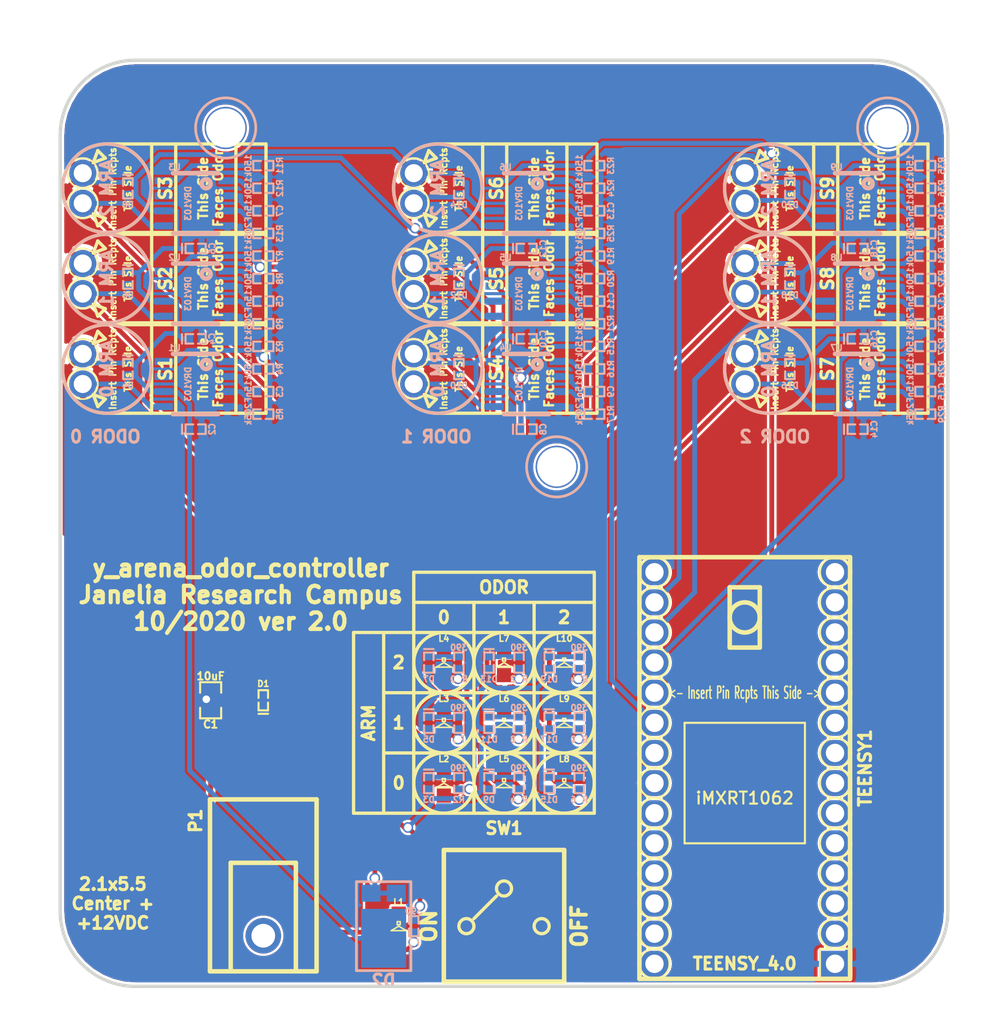
<source format=kicad_pcb>
(kicad_pcb (version 20171130) (host pcbnew 5.1.7-a382d34a8~87~ubuntu20.04.1)
  (title_block (title y_arena_odor_controller) (rev 2.0) (company Janelia))
  (layers (0 F.Cu signal) (31 B.Cu signal) (34 B.Paste user) (35 F.Paste user) (36 B.SilkS user) (37 F.SilkS user) (38 B.Mask user) (39 F.Mask user) (44 Edge.Cuts user))
  (net 0 "")
  (net 1 /ARM_0_ODOR_0)
  (net 2 /ARM_0_ODOR_1)
  (net 3 /ARM_0_ODOR_2)
  (net 4 /ARM_1_ODOR_0)
  (net 5 /ARM_1_ODOR_1)
  (net 6 /ARM_1_ODOR_2)
  (net 7 /ARM_2_ODOR_0)
  (net 8 /ARM_2_ODOR_1)
  (net 9 /ARM_2_ODOR_2)
  (net 10 VAA)
  (net 11 GND)
  (net 12 VCC)
  (net 13 "Net-(C3-Pad1)")
  (net 14 "Net-(C5-Pad1)")
  (net 15 "Net-(C7-Pad1)")
  (net 16 "Net-(C9-Pad1)")
  (net 17 "Net-(C11-Pad1)")
  (net 18 "Net-(C13-Pad1)")
  (net 19 "Net-(C15-Pad1)")
  (net 20 "Net-(C17-Pad1)")
  (net 21 "Net-(C19-Pad1)")
  (net 22 /Vled)
  (net 23 "Net-(D3-Pad1)")
  (net 24 /odor_0/SH)
  (net 25 "Net-(D5-Pad1)")
  (net 26 /odor_1/SH)
  (net 27 "Net-(D7-Pad1)")
  (net 28 /odor_2/SH)
  (net 29 "Net-(D9-Pad1)")
  (net 30 /odor_3/SH)
  (net 31 "Net-(D11-Pad1)")
  (net 32 /odor_4/SH)
  (net 33 "Net-(D13-Pad1)")
  (net 34 /odor_5/SH)
  (net 35 "Net-(D15-Pad1)")
  (net 36 /odor_6/SH)
  (net 37 "Net-(D17-Pad1)")
  (net 38 /odor_7/SH)
  (net 39 "Net-(D19-Pad1)")
  (net 40 /odor_8/SH)
  (net 41 "Net-(L1-Pad1)")
  (net 42 "Net-(L2-Pad1)")
  (net 43 "Net-(L3-Pad1)")
  (net 44 "Net-(L4-Pad1)")
  (net 45 "Net-(L5-Pad1)")
  (net 46 "Net-(L6-Pad1)")
  (net 47 "Net-(L7-Pad1)")
  (net 48 "Net-(L8-Pad1)")
  (net 49 "Net-(L9-Pad1)")
  (net 50 "Net-(L10-Pad1)")
  (net 51 "Net-(R4-Pad1)")
  (net 52 "Net-(R9-Pad1)")
  (net 53 "Net-(R12-Pad1)")
  (net 54 "Net-(R13-Pad1)")
  (net 55 "Net-(R16-Pad1)")
  (net 56 "Net-(R21-Pad1)")
  (net 57 "Net-(R24-Pad1)")
  (net 58 "Net-(R25-Pad1)")
  (net 59 "Net-(R28-Pad1)")
  (net 60 "Net-(D1-Pad1)")
  (net 61 "Net-(R5-Pad1)")
  (net 62 "Net-(R8-Pad1)")
  (net 63 "Net-(R17-Pad1)")
  (net 64 "Net-(R20-Pad1)")
  (net 65 "Net-(R29-Pad1)")
  (net 66 "Net-(R32-Pad1)")
  (net 67 "Net-(R33-Pad1)")
  (net 68 "Net-(R36-Pad1)")
  (net 69 "Net-(R37-Pad1)")
  (module y_arena_odor_controller:SPDT_SLIDE_500A_SM (layer F.Cu) (at 88.265 127)
    (fp_text reference SW1 (at 0 -11.43 180) (layer F.SilkS) (effects (font (size 1.016 1.016) (thickness 0.254))))
    (fp_text value SPDT_SLIDE_500A_SM)
    (fp_text user ON (at -6.35 -3.175 90) (layer F.SilkS) (effects (font (size 1.27 1.27) (thickness 0.3175))))
    (fp_text user OFF (at 6.35 -3.175 90) (layer F.SilkS) (effects (font (size 1.27 1.27) (thickness 0.3175))))
    (pad 1 smd rect (at -3.685 -9.07) (size 3.81 2.03) (layers F.Cu F.Paste F.Mask) (net 22 /Vled))
    (pad 3 smd rect (at 3.685 -9.07) (size 3.81 2.03) (layers F.Cu F.Paste F.Mask))
    (pad 2 smd rect (at 0 -9.07) (size 1.02 2.29) (layers F.Cu F.Paste F.Mask) (net 12 VCC))
    (pad "" smd rect (at 5 0) (size 2.999999 2.5) (layers F.Cu F.Paste F.Mask))
    (pad "" smd rect (at -5 0) (size 2.999999 2.5) (layers F.Cu F.Paste F.Mask))
  )
  (module y_arena_odor_controller:TEENSY_4.0 (layer F.Cu) (at 108.585 110.49 180)
    (fp_text reference TEENSY1 (at -10.16 0 90) (layer F.SilkS) (effects (font (size 1.016 1.016) (thickness 0.254))))
    (fp_text value TEENSY_4.0 (at 0 -16.5) (layer F.SilkS) (effects (font (size 1.016 1.016) (thickness 0.254))))
    (fp_text user "<- Insert Pin Rcpts This Side ->" (at 0 6.35) (layer F.SilkS) (effects (font (size 1.016 0.4826) (thickness 0.12065))))
    (fp_text user iMXRT1062 (at 0 -2.54) (layer F.SilkS) (effects (font (size 1.016 1.016) (thickness 0.1778))))
    (pad V_IN thru_hole oval (at 7.62 -16.51 180) (size 2.54 2.1844) (drill 1.5494) (layers *.Cu *.Mask))
    (pad "" thru_hole oval (at 7.62 -13.97 180) (size 2.54 2.1844) (drill 1.5494) (layers *.Cu *.Mask))
    (pad 3V3 thru_hole oval (at 7.62 -11.43 180) (size 2.54 2.1844) (drill 1.5494) (layers *.Cu *.Mask))
    (pad 23 thru_hole oval (at 7.62 -8.89 180) (size 2.54 2.1844) (drill 1.5494) (layers *.Cu *.Mask))
    (pad 22 thru_hole oval (at 7.62 -6.35 180) (size 2.54 2.1844) (drill 1.5494) (layers *.Cu *.Mask) (net 1 /ARM_0_ODOR_0))
    (pad 21 thru_hole oval (at 7.62 -3.81 180) (size 2.54 2.1844) (drill 1.5494) (layers *.Cu *.Mask) (net 4 /ARM_1_ODOR_0))
    (pad 20 thru_hole oval (at 7.62 -1.27 180) (size 2.54 2.1844) (drill 1.5494) (layers *.Cu *.Mask) (net 7 /ARM_2_ODOR_0))
    (pad 19 thru_hole oval (at 7.62 1.27 180) (size 2.54 2.1844) (drill 1.5494) (layers *.Cu *.Mask) (net 2 /ARM_0_ODOR_1))
    (pad 18 thru_hole oval (at 7.62 3.81 180) (size 2.54 2.1844) (drill 1.5494) (layers *.Cu *.Mask) (net 5 /ARM_1_ODOR_1))
    (pad 17 thru_hole oval (at 7.62 6.35 180) (size 2.54 2.1844) (drill 1.5494) (layers *.Cu *.Mask) (net 8 /ARM_2_ODOR_1))
    (pad 16 thru_hole oval (at 7.62 8.89 180) (size 2.54 2.1844) (drill 1.5494) (layers *.Cu *.Mask) (net 3 /ARM_0_ODOR_2))
    (pad 15 thru_hole oval (at 7.62 11.43 180) (size 2.54 2.1844) (drill 1.5494) (layers *.Cu *.Mask) (net 6 /ARM_1_ODOR_2))
    (pad 14 thru_hole oval (at 7.62 13.97 180) (size 2.54 2.1844) (drill 1.5494) (layers *.Cu *.Mask) (net 9 /ARM_2_ODOR_2))
    (pad 13 thru_hole oval (at 7.62 16.51 180) (size 2.54 2.1844) (drill 1.5494) (layers *.Cu *.Mask))
    (pad 12 thru_hole oval (at -7.62 16.51 180) (size 2.54 2.1844) (drill 1.5494) (layers *.Cu *.Mask))
    (pad 11 thru_hole oval (at -7.62 13.97 180) (size 2.54 2.1844) (drill 1.5494) (layers *.Cu *.Mask))
    (pad 10 thru_hole oval (at -7.62 11.43 180) (size 2.54 2.1844) (drill 1.5494) (layers *.Cu *.Mask))
    (pad 9 thru_hole oval (at -7.62 8.89 180) (size 2.54 2.1844) (drill 1.5494) (layers *.Cu *.Mask))
    (pad 8 thru_hole oval (at -7.62 6.35 180) (size 2.54 2.1844) (drill 1.5494) (layers *.Cu *.Mask))
    (pad 7 thru_hole oval (at -7.62 3.81 180) (size 2.54 2.1844) (drill 1.5494) (layers *.Cu *.Mask))
    (pad 6 thru_hole oval (at -7.62 1.27 180) (size 2.54 2.1844) (drill 1.5494) (layers *.Cu *.Mask))
    (pad 5 thru_hole oval (at -7.62 -1.27 180) (size 2.54 2.1844) (drill 1.5494) (layers *.Cu *.Mask))
    (pad 4 thru_hole oval (at -7.62 -3.81 180) (size 2.54 2.1844) (drill 1.5494) (layers *.Cu *.Mask))
    (pad 3 thru_hole oval (at -7.62 -6.35 180) (size 2.54 2.1844) (drill 1.5494) (layers *.Cu *.Mask))
    (pad 2 thru_hole oval (at -7.62 -8.89 180) (size 2.54 2.1844) (drill 1.5494) (layers *.Cu *.Mask))
    (pad 1 thru_hole oval (at -7.62 -11.43 180) (size 2.54 2.1844) (drill 1.5494) (layers *.Cu *.Mask))
    (pad 0 thru_hole oval (at -7.62 -13.97 180) (size 2.54 2.1844) (drill 1.5494) (layers *.Cu *.Mask))
    (pad GND thru_hole rect (at -7.62 -16.51 180) (size 2.54 2.1844) (drill 1.5494) (layers *.Cu *.Mask) (net 11 GND))
  )
  (module odor_spike_hold:LEECO_LHDB (layer F.Cu) (at 52.705 76.835 90)
    (fp_text reference S1 (at 0 6.985 90) (layer F.SilkS) (effects (font (size 1.016 1.016) (thickness 0.254))))
    (fp_text value LEECO_LHDB hide)
    (fp_text user "Faces Odor" (at 0 11.43 90) (layer F.SilkS) (effects (font (size 0.762 0.762) (thickness 0.1905))))
    (fp_text user "This Side" (at 0 10.16 90) (layer F.SilkS) (effects (font (size 0.762 0.762) (thickness 0.1905))))
    (fp_text user "This Side" (at 0 3.81 90) (layer F.SilkS) (effects (font (size 0.5588 0.5588) (thickness 0.1397))))
    (fp_text user "Insert Pin Rcpts" (at 0 2.54 90) (layer F.SilkS) (effects (font (size 0.5588 0.5588) (thickness 0.1397))))
    (pad 2 thru_hole circle (at 1.27 0 90) (size 2.286 2.286) (drill 1.524) (layers *.Cu *.Mask) (net 12 VCC))
    (pad 1 thru_hole circle (at -1.27 0 90) (size 2.286 2.286) (drill 1.524) (layers *.Cu *.Mask) (net 24 /odor_0/SH))
  )
  (module odor_spike_hold:LEECO_LHDB (layer F.Cu) (at 52.705 69.215 90)
    (fp_text reference S2 (at 0 6.985 90) (layer F.SilkS) (effects (font (size 1.016 1.016) (thickness 0.254))))
    (fp_text value LEECO_LHDB hide)
    (fp_text user "Faces Odor" (at 0 11.43 90) (layer F.SilkS) (effects (font (size 0.762 0.762) (thickness 0.1905))))
    (fp_text user "This Side" (at 0 10.16 90) (layer F.SilkS) (effects (font (size 0.762 0.762) (thickness 0.1905))))
    (fp_text user "This Side" (at 0 3.81 90) (layer F.SilkS) (effects (font (size 0.5588 0.5588) (thickness 0.1397))))
    (fp_text user "Insert Pin Rcpts" (at 0 2.54 90) (layer F.SilkS) (effects (font (size 0.5588 0.5588) (thickness 0.1397))))
    (pad 2 thru_hole circle (at 1.27 0 90) (size 2.286 2.286) (drill 1.524) (layers *.Cu *.Mask) (net 12 VCC))
    (pad 1 thru_hole circle (at -1.27 0 90) (size 2.286 2.286) (drill 1.524) (layers *.Cu *.Mask) (net 26 /odor_1/SH))
  )
  (module odor_spike_hold:LEECO_LHDB (layer F.Cu) (at 52.705 61.595 90)
    (fp_text reference S3 (at 0 6.985 90) (layer F.SilkS) (effects (font (size 1.016 1.016) (thickness 0.254))))
    (fp_text value LEECO_LHDB hide)
    (fp_text user "Faces Odor" (at 0 11.43 90) (layer F.SilkS) (effects (font (size 0.762 0.762) (thickness 0.1905))))
    (fp_text user "This Side" (at 0 10.16 90) (layer F.SilkS) (effects (font (size 0.762 0.762) (thickness 0.1905))))
    (fp_text user "This Side" (at 0 3.81 90) (layer F.SilkS) (effects (font (size 0.5588 0.5588) (thickness 0.1397))))
    (fp_text user "Insert Pin Rcpts" (at 0 2.54 90) (layer F.SilkS) (effects (font (size 0.5588 0.5588) (thickness 0.1397))))
    (pad 2 thru_hole circle (at 1.27 0 90) (size 2.286 2.286) (drill 1.524) (layers *.Cu *.Mask) (net 12 VCC))
    (pad 1 thru_hole circle (at -1.27 0 90) (size 2.286 2.286) (drill 1.524) (layers *.Cu *.Mask) (net 28 /odor_2/SH))
  )
  (module odor_spike_hold:LEECO_LHDB (layer F.Cu) (at 80.645 76.835 90)
    (fp_text reference S4 (at 0 6.985 90) (layer F.SilkS) (effects (font (size 1.016 1.016) (thickness 0.254))))
    (fp_text value LEECO_LHDB hide)
    (fp_text user "Faces Odor" (at 0 11.43 90) (layer F.SilkS) (effects (font (size 0.762 0.762) (thickness 0.1905))))
    (fp_text user "This Side" (at 0 10.16 90) (layer F.SilkS) (effects (font (size 0.762 0.762) (thickness 0.1905))))
    (fp_text user "This Side" (at 0 3.81 90) (layer F.SilkS) (effects (font (size 0.5588 0.5588) (thickness 0.1397))))
    (fp_text user "Insert Pin Rcpts" (at 0 2.54 90) (layer F.SilkS) (effects (font (size 0.5588 0.5588) (thickness 0.1397))))
    (pad 2 thru_hole circle (at 1.27 0 90) (size 2.286 2.286) (drill 1.524) (layers *.Cu *.Mask) (net 12 VCC))
    (pad 1 thru_hole circle (at -1.27 0 90) (size 2.286 2.286) (drill 1.524) (layers *.Cu *.Mask) (net 30 /odor_3/SH))
  )
  (module odor_spike_hold:LEECO_LHDB (layer F.Cu) (at 80.645 69.215 90)
    (fp_text reference S5 (at 0 6.985 90) (layer F.SilkS) (effects (font (size 1.016 1.016) (thickness 0.254))))
    (fp_text value LEECO_LHDB hide)
    (fp_text user "Faces Odor" (at 0 11.43 90) (layer F.SilkS) (effects (font (size 0.762 0.762) (thickness 0.1905))))
    (fp_text user "This Side" (at 0 10.16 90) (layer F.SilkS) (effects (font (size 0.762 0.762) (thickness 0.1905))))
    (fp_text user "This Side" (at 0 3.81 90) (layer F.SilkS) (effects (font (size 0.5588 0.5588) (thickness 0.1397))))
    (fp_text user "Insert Pin Rcpts" (at 0 2.54 90) (layer F.SilkS) (effects (font (size 0.5588 0.5588) (thickness 0.1397))))
    (pad 2 thru_hole circle (at 1.27 0 90) (size 2.286 2.286) (drill 1.524) (layers *.Cu *.Mask) (net 12 VCC))
    (pad 1 thru_hole circle (at -1.27 0 90) (size 2.286 2.286) (drill 1.524) (layers *.Cu *.Mask) (net 32 /odor_4/SH))
  )
  (module odor_spike_hold:LEECO_LHDB (layer F.Cu) (at 80.645 61.595 90)
    (fp_text reference S6 (at 0 6.985 90) (layer F.SilkS) (effects (font (size 1.016 1.016) (thickness 0.254))))
    (fp_text value LEECO_LHDB hide)
    (fp_text user "Faces Odor" (at 0 11.43 90) (layer F.SilkS) (effects (font (size 0.762 0.762) (thickness 0.1905))))
    (fp_text user "This Side" (at 0 10.16 90) (layer F.SilkS) (effects (font (size 0.762 0.762) (thickness 0.1905))))
    (fp_text user "This Side" (at 0 3.81 90) (layer F.SilkS) (effects (font (size 0.5588 0.5588) (thickness 0.1397))))
    (fp_text user "Insert Pin Rcpts" (at 0 2.54 90) (layer F.SilkS) (effects (font (size 0.5588 0.5588) (thickness 0.1397))))
    (pad 2 thru_hole circle (at 1.27 0 90) (size 2.286 2.286) (drill 1.524) (layers *.Cu *.Mask) (net 12 VCC))
    (pad 1 thru_hole circle (at -1.27 0 90) (size 2.286 2.286) (drill 1.524) (layers *.Cu *.Mask) (net 34 /odor_5/SH))
  )
  (module odor_spike_hold:LEECO_LHDB (layer F.Cu) (at 108.585 76.835 90)
    (fp_text reference S7 (at 0 6.985 90) (layer F.SilkS) (effects (font (size 1.016 1.016) (thickness 0.254))))
    (fp_text value LEECO_LHDB hide)
    (fp_text user "Faces Odor" (at 0 11.43 90) (layer F.SilkS) (effects (font (size 0.762 0.762) (thickness 0.1905))))
    (fp_text user "This Side" (at 0 10.16 90) (layer F.SilkS) (effects (font (size 0.762 0.762) (thickness 0.1905))))
    (fp_text user "This Side" (at 0 3.81 90) (layer F.SilkS) (effects (font (size 0.5588 0.5588) (thickness 0.1397))))
    (fp_text user "Insert Pin Rcpts" (at 0 2.54 90) (layer F.SilkS) (effects (font (size 0.5588 0.5588) (thickness 0.1397))))
    (pad 2 thru_hole circle (at 1.27 0 90) (size 2.286 2.286) (drill 1.524) (layers *.Cu *.Mask) (net 12 VCC))
    (pad 1 thru_hole circle (at -1.27 0 90) (size 2.286 2.286) (drill 1.524) (layers *.Cu *.Mask) (net 36 /odor_6/SH))
  )
  (module odor_spike_hold:LEECO_LHDB (layer F.Cu) (at 108.585 69.215 90)
    (fp_text reference S8 (at 0 6.985 90) (layer F.SilkS) (effects (font (size 1.016 1.016) (thickness 0.254))))
    (fp_text value LEECO_LHDB hide)
    (fp_text user "Faces Odor" (at 0 11.43 90) (layer F.SilkS) (effects (font (size 0.762 0.762) (thickness 0.1905))))
    (fp_text user "This Side" (at 0 10.16 90) (layer F.SilkS) (effects (font (size 0.762 0.762) (thickness 0.1905))))
    (fp_text user "This Side" (at 0 3.81 90) (layer F.SilkS) (effects (font (size 0.5588 0.5588) (thickness 0.1397))))
    (fp_text user "Insert Pin Rcpts" (at 0 2.54 90) (layer F.SilkS) (effects (font (size 0.5588 0.5588) (thickness 0.1397))))
    (pad 2 thru_hole circle (at 1.27 0 90) (size 2.286 2.286) (drill 1.524) (layers *.Cu *.Mask) (net 12 VCC))
    (pad 1 thru_hole circle (at -1.27 0 90) (size 2.286 2.286) (drill 1.524) (layers *.Cu *.Mask) (net 38 /odor_7/SH))
  )
  (module odor_spike_hold:LEECO_LHDB (layer F.Cu) (at 108.585 61.595 90)
    (fp_text reference S9 (at 0 6.985 90) (layer F.SilkS) (effects (font (size 1.016 1.016) (thickness 0.254))))
    (fp_text value LEECO_LHDB hide)
    (fp_text user "Faces Odor" (at 0 11.43 90) (layer F.SilkS) (effects (font (size 0.762 0.762) (thickness 0.1905))))
    (fp_text user "This Side" (at 0 10.16 90) (layer F.SilkS) (effects (font (size 0.762 0.762) (thickness 0.1905))))
    (fp_text user "This Side" (at 0 3.81 90) (layer F.SilkS) (effects (font (size 0.5588 0.5588) (thickness 0.1397))))
    (fp_text user "Insert Pin Rcpts" (at 0 2.54 90) (layer F.SilkS) (effects (font (size 0.5588 0.5588) (thickness 0.1397))))
    (pad 2 thru_hole circle (at 1.27 0 90) (size 2.286 2.286) (drill 1.524) (layers *.Cu *.Mask) (net 12 VCC))
    (pad 1 thru_hole circle (at -1.27 0 90) (size 2.286 2.286) (drill 1.524) (layers *.Cu *.Mask) (net 40 /odor_8/SH))
  )
  (module y_arena_odor_controller:DCJACK_3PAD_SMD_RA (layer F.Cu) (at 67.945 127.635 180)
    (fp_text reference P1 (at 5.715 12.7 270) (layer F.SilkS) (effects (font (size 1.016 1.016) (thickness 0.254))))
    (fp_text value PWR_JACK_2.1x5.5_SMD_RA)
    (pad "" thru_hole circle (at 0 3 90) (size 3 3) (drill 2) (layers *.Cu *.Mask))
    (pad 3 smd rect (at -6.45 6.8 90) (size 6.2 3.9) (layers F.Cu F.Paste F.Mask))
    (pad 2 smd rect (at 6.45 6.8 90) (size 6.2 3.9) (layers F.Cu F.Paste F.Mask) (net 11 GND))
    (pad 1 smd rect (at -0.65 15.75 90) (size 4.4 3.3) (layers F.Cu F.Paste F.Mask) (net 10 VAA))
  )
  (module odor_spike_hold:LED0805 (layer F.Cu) (at 83.185 111.76)
    (fp_text reference L2 (at 0 -2.032 180) (layer F.SilkS) (effects (font (size 0.508 0.508) (thickness 0.127))))
    (fp_text value LED_GRN hide)
    (pad 2 smd rect (at 0 -1.0541 90) (size 1.1938 1.1938) (layers F.Cu F.Paste F.Mask) (net 24 /odor_0/SH))
    (pad 1 smd rect (at 0 1.0541 90) (size 1.1938 1.1938) (layers F.Cu F.Paste F.Mask) (net 42 "Net-(L2-Pad1)"))
  )
  (module odor_spike_hold:LED0805 (layer F.Cu) (at 83.185 106.68)
    (fp_text reference L3 (at 0 -2.032 180) (layer F.SilkS) (effects (font (size 0.508 0.508) (thickness 0.127))))
    (fp_text value LED_GRN hide)
    (pad 2 smd rect (at 0 -1.0541 90) (size 1.1938 1.1938) (layers F.Cu F.Paste F.Mask) (net 26 /odor_1/SH))
    (pad 1 smd rect (at 0 1.0541 90) (size 1.1938 1.1938) (layers F.Cu F.Paste F.Mask) (net 43 "Net-(L3-Pad1)"))
  )
  (module odor_spike_hold:LED0805 (layer F.Cu) (at 83.185 101.6)
    (fp_text reference L4 (at 0 -2.032 180) (layer F.SilkS) (effects (font (size 0.508 0.508) (thickness 0.127))))
    (fp_text value LED_GRN hide)
    (pad 2 smd rect (at 0 -1.0541 90) (size 1.1938 1.1938) (layers F.Cu F.Paste F.Mask) (net 28 /odor_2/SH))
    (pad 1 smd rect (at 0 1.0541 90) (size 1.1938 1.1938) (layers F.Cu F.Paste F.Mask) (net 44 "Net-(L4-Pad1)"))
  )
  (module odor_spike_hold:LED0805 (layer F.Cu) (at 88.265 111.76)
    (fp_text reference L5 (at 0 -2.032 180) (layer F.SilkS) (effects (font (size 0.508 0.508) (thickness 0.127))))
    (fp_text value LED_GRN hide)
    (pad 2 smd rect (at 0 -1.0541 90) (size 1.1938 1.1938) (layers F.Cu F.Paste F.Mask) (net 30 /odor_3/SH))
    (pad 1 smd rect (at 0 1.0541 90) (size 1.1938 1.1938) (layers F.Cu F.Paste F.Mask) (net 45 "Net-(L5-Pad1)"))
  )
  (module odor_spike_hold:LED0805 (layer F.Cu) (at 88.265 106.68)
    (fp_text reference L6 (at 0 -2.032 180) (layer F.SilkS) (effects (font (size 0.508 0.508) (thickness 0.127))))
    (fp_text value LED_GRN hide)
    (pad 2 smd rect (at 0 -1.0541 90) (size 1.1938 1.1938) (layers F.Cu F.Paste F.Mask) (net 32 /odor_4/SH))
    (pad 1 smd rect (at 0 1.0541 90) (size 1.1938 1.1938) (layers F.Cu F.Paste F.Mask) (net 46 "Net-(L6-Pad1)"))
  )
  (module odor_spike_hold:LED0805 (layer F.Cu) (at 88.265 101.6)
    (fp_text reference L7 (at 0 -2.032 180) (layer F.SilkS) (effects (font (size 0.508 0.508) (thickness 0.127))))
    (fp_text value LED_GRN hide)
    (pad 2 smd rect (at 0 -1.0541 90) (size 1.1938 1.1938) (layers F.Cu F.Paste F.Mask) (net 34 /odor_5/SH))
    (pad 1 smd rect (at 0 1.0541 90) (size 1.1938 1.1938) (layers F.Cu F.Paste F.Mask) (net 47 "Net-(L7-Pad1)"))
  )
  (module odor_spike_hold:LED0805 (layer F.Cu) (at 93.345 111.76)
    (fp_text reference L8 (at 0 -2.032 180) (layer F.SilkS) (effects (font (size 0.508 0.508) (thickness 0.127))))
    (fp_text value LED_GRN hide)
    (pad 2 smd rect (at 0 -1.0541 90) (size 1.1938 1.1938) (layers F.Cu F.Paste F.Mask) (net 36 /odor_6/SH))
    (pad 1 smd rect (at 0 1.0541 90) (size 1.1938 1.1938) (layers F.Cu F.Paste F.Mask) (net 48 "Net-(L8-Pad1)"))
  )
  (module odor_spike_hold:LED0805 (layer F.Cu) (at 93.345 106.68)
    (fp_text reference L9 (at 0 -2.032 180) (layer F.SilkS) (effects (font (size 0.508 0.508) (thickness 0.127))))
    (fp_text value LED_GRN hide)
    (pad 2 smd rect (at 0 -1.0541 90) (size 1.1938 1.1938) (layers F.Cu F.Paste F.Mask) (net 38 /odor_7/SH))
    (pad 1 smd rect (at 0 1.0541 90) (size 1.1938 1.1938) (layers F.Cu F.Paste F.Mask) (net 49 "Net-(L9-Pad1)"))
  )
  (module odor_spike_hold:LED0805 (layer F.Cu) (at 93.345 101.6)
    (fp_text reference L10 (at 0 -2.032 180) (layer F.SilkS) (effects (font (size 0.508 0.508) (thickness 0.127))))
    (fp_text value LED_GRN hide)
    (pad 2 smd rect (at 0 -1.0541 90) (size 1.1938 1.1938) (layers F.Cu F.Paste F.Mask) (net 40 /odor_8/SH))
    (pad 1 smd rect (at 0 1.0541 90) (size 1.1938 1.1938) (layers F.Cu F.Paste F.Mask) (net 50 "Net-(L10-Pad1)"))
  )
  (module odor_spike_hold:SOIC_8 (layer B.Cu) (at 62.23 78.105 180)
    (fp_text reference U1 (at 1.778 3.048) (layer B.SilkS) (effects (font (size 0.508 0.508) (thickness 0.127)) (justify mirror)))
    (fp_text value DRV103 (at 0.635 0 90) (layer B.SilkS) (effects (font (size 0.508 0.508) (thickness 0.127)) (justify mirror)))
    (pad 8 smd rect (at 2.6924 1.905 270) (size 0.59944 1.5494) (layers B.Cu B.Paste B.Mask) (net 1 /ARM_0_ODOR_0))
    (pad 7 smd rect (at 2.6924 0.635 270) (size 0.59944 1.5494) (layers B.Cu B.Paste B.Mask))
    (pad 6 smd rect (at 2.6924 -0.635 270) (size 0.59944 1.5494) (layers B.Cu B.Paste B.Mask) (net 12 VCC))
    (pad 5 smd rect (at 2.6924 -1.905 270) (size 0.59944 1.5494) (layers B.Cu B.Paste B.Mask) (net 24 /odor_0/SH))
    (pad 4 smd rect (at -2.6924 -1.905 270) (size 0.59944 1.5494) (layers B.Cu B.Paste B.Mask) (net 11 GND))
    (pad 3 smd rect (at -2.6924 -0.635 270) (size 0.59944 1.5494) (layers B.Cu B.Paste B.Mask) (net 61 "Net-(R5-Pad1)"))
    (pad 2 smd rect (at -2.6924 0.635 270) (size 0.59944 1.5494) (layers B.Cu B.Paste B.Mask) (net 13 "Net-(C3-Pad1)"))
    (pad 1 smd rect (at -2.6924 1.905 270) (size 0.59944 1.5494) (layers B.Cu B.Paste B.Mask) (net 51 "Net-(R4-Pad1)"))
  )
  (module odor_spike_hold:SOIC_8 (layer B.Cu) (at 62.23 70.485 180)
    (fp_text reference U2 (at 1.778 3.048) (layer B.SilkS) (effects (font (size 0.508 0.508) (thickness 0.127)) (justify mirror)))
    (fp_text value DRV103 (at 0.635 0 90) (layer B.SilkS) (effects (font (size 0.508 0.508) (thickness 0.127)) (justify mirror)))
    (pad 8 smd rect (at 2.6924 1.905 270) (size 0.59944 1.5494) (layers B.Cu B.Paste B.Mask) (net 4 /ARM_1_ODOR_0))
    (pad 7 smd rect (at 2.6924 0.635 270) (size 0.59944 1.5494) (layers B.Cu B.Paste B.Mask))
    (pad 6 smd rect (at 2.6924 -0.635 270) (size 0.59944 1.5494) (layers B.Cu B.Paste B.Mask) (net 12 VCC))
    (pad 5 smd rect (at 2.6924 -1.905 270) (size 0.59944 1.5494) (layers B.Cu B.Paste B.Mask) (net 26 /odor_1/SH))
    (pad 4 smd rect (at -2.6924 -1.905 270) (size 0.59944 1.5494) (layers B.Cu B.Paste B.Mask) (net 11 GND))
    (pad 3 smd rect (at -2.6924 -0.635 270) (size 0.59944 1.5494) (layers B.Cu B.Paste B.Mask) (net 52 "Net-(R9-Pad1)"))
    (pad 2 smd rect (at -2.6924 0.635 270) (size 0.59944 1.5494) (layers B.Cu B.Paste B.Mask) (net 14 "Net-(C5-Pad1)"))
    (pad 1 smd rect (at -2.6924 1.905 270) (size 0.59944 1.5494) (layers B.Cu B.Paste B.Mask) (net 62 "Net-(R8-Pad1)"))
  )
  (module odor_spike_hold:SOIC_8 (layer B.Cu) (at 62.23 62.865 180)
    (fp_text reference U3 (at 1.778 3.048) (layer B.SilkS) (effects (font (size 0.508 0.508) (thickness 0.127)) (justify mirror)))
    (fp_text value DRV103 (at 0.635 0 90) (layer B.SilkS) (effects (font (size 0.508 0.508) (thickness 0.127)) (justify mirror)))
    (pad 8 smd rect (at 2.6924 1.905 270) (size 0.59944 1.5494) (layers B.Cu B.Paste B.Mask) (net 7 /ARM_2_ODOR_0))
    (pad 7 smd rect (at 2.6924 0.635 270) (size 0.59944 1.5494) (layers B.Cu B.Paste B.Mask))
    (pad 6 smd rect (at 2.6924 -0.635 270) (size 0.59944 1.5494) (layers B.Cu B.Paste B.Mask) (net 12 VCC))
    (pad 5 smd rect (at 2.6924 -1.905 270) (size 0.59944 1.5494) (layers B.Cu B.Paste B.Mask) (net 28 /odor_2/SH))
    (pad 4 smd rect (at -2.6924 -1.905 270) (size 0.59944 1.5494) (layers B.Cu B.Paste B.Mask) (net 11 GND))
    (pad 3 smd rect (at -2.6924 -0.635 270) (size 0.59944 1.5494) (layers B.Cu B.Paste B.Mask) (net 54 "Net-(R13-Pad1)"))
    (pad 2 smd rect (at -2.6924 0.635 270) (size 0.59944 1.5494) (layers B.Cu B.Paste B.Mask) (net 15 "Net-(C7-Pad1)"))
    (pad 1 smd rect (at -2.6924 1.905 270) (size 0.59944 1.5494) (layers B.Cu B.Paste B.Mask) (net 53 "Net-(R12-Pad1)"))
  )
  (module odor_spike_hold:SOIC_8 (layer B.Cu) (at 90.17 78.105 180)
    (fp_text reference U4 (at 1.778 3.048) (layer B.SilkS) (effects (font (size 0.508 0.508) (thickness 0.127)) (justify mirror)))
    (fp_text value DRV103 (at 0.635 0 90) (layer B.SilkS) (effects (font (size 0.508 0.508) (thickness 0.127)) (justify mirror)))
    (pad 8 smd rect (at 2.6924 1.905 270) (size 0.59944 1.5494) (layers B.Cu B.Paste B.Mask) (net 2 /ARM_0_ODOR_1))
    (pad 7 smd rect (at 2.6924 0.635 270) (size 0.59944 1.5494) (layers B.Cu B.Paste B.Mask))
    (pad 6 smd rect (at 2.6924 -0.635 270) (size 0.59944 1.5494) (layers B.Cu B.Paste B.Mask) (net 12 VCC))
    (pad 5 smd rect (at 2.6924 -1.905 270) (size 0.59944 1.5494) (layers B.Cu B.Paste B.Mask) (net 30 /odor_3/SH))
    (pad 4 smd rect (at -2.6924 -1.905 270) (size 0.59944 1.5494) (layers B.Cu B.Paste B.Mask) (net 11 GND))
    (pad 3 smd rect (at -2.6924 -0.635 270) (size 0.59944 1.5494) (layers B.Cu B.Paste B.Mask) (net 63 "Net-(R17-Pad1)"))
    (pad 2 smd rect (at -2.6924 0.635 270) (size 0.59944 1.5494) (layers B.Cu B.Paste B.Mask) (net 16 "Net-(C9-Pad1)"))
    (pad 1 smd rect (at -2.6924 1.905 270) (size 0.59944 1.5494) (layers B.Cu B.Paste B.Mask) (net 55 "Net-(R16-Pad1)"))
  )
  (module odor_spike_hold:SOIC_8 (layer B.Cu) (at 90.17 70.485 180)
    (fp_text reference U5 (at 1.778 3.048) (layer B.SilkS) (effects (font (size 0.508 0.508) (thickness 0.127)) (justify mirror)))
    (fp_text value DRV103 (at 0.635 0 90) (layer B.SilkS) (effects (font (size 0.508 0.508) (thickness 0.127)) (justify mirror)))
    (pad 8 smd rect (at 2.6924 1.905 270) (size 0.59944 1.5494) (layers B.Cu B.Paste B.Mask) (net 5 /ARM_1_ODOR_1))
    (pad 7 smd rect (at 2.6924 0.635 270) (size 0.59944 1.5494) (layers B.Cu B.Paste B.Mask))
    (pad 6 smd rect (at 2.6924 -0.635 270) (size 0.59944 1.5494) (layers B.Cu B.Paste B.Mask) (net 12 VCC))
    (pad 5 smd rect (at 2.6924 -1.905 270) (size 0.59944 1.5494) (layers B.Cu B.Paste B.Mask) (net 32 /odor_4/SH))
    (pad 4 smd rect (at -2.6924 -1.905 270) (size 0.59944 1.5494) (layers B.Cu B.Paste B.Mask) (net 11 GND))
    (pad 3 smd rect (at -2.6924 -0.635 270) (size 0.59944 1.5494) (layers B.Cu B.Paste B.Mask) (net 56 "Net-(R21-Pad1)"))
    (pad 2 smd rect (at -2.6924 0.635 270) (size 0.59944 1.5494) (layers B.Cu B.Paste B.Mask) (net 17 "Net-(C11-Pad1)"))
    (pad 1 smd rect (at -2.6924 1.905 270) (size 0.59944 1.5494) (layers B.Cu B.Paste B.Mask) (net 64 "Net-(R20-Pad1)"))
  )
  (module odor_spike_hold:SOIC_8 (layer B.Cu) (at 90.17 62.865 180)
    (fp_text reference U6 (at 1.778 3.048) (layer B.SilkS) (effects (font (size 0.508 0.508) (thickness 0.127)) (justify mirror)))
    (fp_text value DRV103 (at 0.635 0 90) (layer B.SilkS) (effects (font (size 0.508 0.508) (thickness 0.127)) (justify mirror)))
    (pad 8 smd rect (at 2.6924 1.905 270) (size 0.59944 1.5494) (layers B.Cu B.Paste B.Mask) (net 8 /ARM_2_ODOR_1))
    (pad 7 smd rect (at 2.6924 0.635 270) (size 0.59944 1.5494) (layers B.Cu B.Paste B.Mask))
    (pad 6 smd rect (at 2.6924 -0.635 270) (size 0.59944 1.5494) (layers B.Cu B.Paste B.Mask) (net 12 VCC))
    (pad 5 smd rect (at 2.6924 -1.905 270) (size 0.59944 1.5494) (layers B.Cu B.Paste B.Mask) (net 34 /odor_5/SH))
    (pad 4 smd rect (at -2.6924 -1.905 270) (size 0.59944 1.5494) (layers B.Cu B.Paste B.Mask) (net 11 GND))
    (pad 3 smd rect (at -2.6924 -0.635 270) (size 0.59944 1.5494) (layers B.Cu B.Paste B.Mask) (net 58 "Net-(R25-Pad1)"))
    (pad 2 smd rect (at -2.6924 0.635 270) (size 0.59944 1.5494) (layers B.Cu B.Paste B.Mask) (net 18 "Net-(C13-Pad1)"))
    (pad 1 smd rect (at -2.6924 1.905 270) (size 0.59944 1.5494) (layers B.Cu B.Paste B.Mask) (net 57 "Net-(R24-Pad1)"))
  )
  (module odor_spike_hold:SOIC_8 (layer B.Cu) (at 118.11 78.105 180)
    (fp_text reference U7 (at 1.778 3.048) (layer B.SilkS) (effects (font (size 0.508 0.508) (thickness 0.127)) (justify mirror)))
    (fp_text value DRV103 (at 0.635 0 90) (layer B.SilkS) (effects (font (size 0.508 0.508) (thickness 0.127)) (justify mirror)))
    (pad 8 smd rect (at 2.6924 1.905 270) (size 0.59944 1.5494) (layers B.Cu B.Paste B.Mask) (net 3 /ARM_0_ODOR_2))
    (pad 7 smd rect (at 2.6924 0.635 270) (size 0.59944 1.5494) (layers B.Cu B.Paste B.Mask))
    (pad 6 smd rect (at 2.6924 -0.635 270) (size 0.59944 1.5494) (layers B.Cu B.Paste B.Mask) (net 12 VCC))
    (pad 5 smd rect (at 2.6924 -1.905 270) (size 0.59944 1.5494) (layers B.Cu B.Paste B.Mask) (net 36 /odor_6/SH))
    (pad 4 smd rect (at -2.6924 -1.905 270) (size 0.59944 1.5494) (layers B.Cu B.Paste B.Mask) (net 11 GND))
    (pad 3 smd rect (at -2.6924 -0.635 270) (size 0.59944 1.5494) (layers B.Cu B.Paste B.Mask) (net 65 "Net-(R29-Pad1)"))
    (pad 2 smd rect (at -2.6924 0.635 270) (size 0.59944 1.5494) (layers B.Cu B.Paste B.Mask) (net 19 "Net-(C15-Pad1)"))
    (pad 1 smd rect (at -2.6924 1.905 270) (size 0.59944 1.5494) (layers B.Cu B.Paste B.Mask) (net 59 "Net-(R28-Pad1)"))
  )
  (module odor_spike_hold:SOIC_8 (layer B.Cu) (at 118.11 70.485 180)
    (fp_text reference U8 (at 1.778 3.048) (layer B.SilkS) (effects (font (size 0.508 0.508) (thickness 0.127)) (justify mirror)))
    (fp_text value DRV103 (at 0.635 0 90) (layer B.SilkS) (effects (font (size 0.508 0.508) (thickness 0.127)) (justify mirror)))
    (pad 8 smd rect (at 2.6924 1.905 270) (size 0.59944 1.5494) (layers B.Cu B.Paste B.Mask) (net 6 /ARM_1_ODOR_2))
    (pad 7 smd rect (at 2.6924 0.635 270) (size 0.59944 1.5494) (layers B.Cu B.Paste B.Mask))
    (pad 6 smd rect (at 2.6924 -0.635 270) (size 0.59944 1.5494) (layers B.Cu B.Paste B.Mask) (net 12 VCC))
    (pad 5 smd rect (at 2.6924 -1.905 270) (size 0.59944 1.5494) (layers B.Cu B.Paste B.Mask) (net 38 /odor_7/SH))
    (pad 4 smd rect (at -2.6924 -1.905 270) (size 0.59944 1.5494) (layers B.Cu B.Paste B.Mask) (net 11 GND))
    (pad 3 smd rect (at -2.6924 -0.635 270) (size 0.59944 1.5494) (layers B.Cu B.Paste B.Mask) (net 67 "Net-(R33-Pad1)"))
    (pad 2 smd rect (at -2.6924 0.635 270) (size 0.59944 1.5494) (layers B.Cu B.Paste B.Mask) (net 20 "Net-(C17-Pad1)"))
    (pad 1 smd rect (at -2.6924 1.905 270) (size 0.59944 1.5494) (layers B.Cu B.Paste B.Mask) (net 66 "Net-(R32-Pad1)"))
  )
  (module odor_spike_hold:SOIC_8 (layer B.Cu) (at 118.11 62.865 180)
    (fp_text reference U9 (at 1.778 3.048) (layer B.SilkS) (effects (font (size 0.508 0.508) (thickness 0.127)) (justify mirror)))
    (fp_text value DRV103 (at 0.635 0 90) (layer B.SilkS) (effects (font (size 0.508 0.508) (thickness 0.127)) (justify mirror)))
    (pad 8 smd rect (at 2.6924 1.905 270) (size 0.59944 1.5494) (layers B.Cu B.Paste B.Mask) (net 9 /ARM_2_ODOR_2))
    (pad 7 smd rect (at 2.6924 0.635 270) (size 0.59944 1.5494) (layers B.Cu B.Paste B.Mask))
    (pad 6 smd rect (at 2.6924 -0.635 270) (size 0.59944 1.5494) (layers B.Cu B.Paste B.Mask) (net 12 VCC))
    (pad 5 smd rect (at 2.6924 -1.905 270) (size 0.59944 1.5494) (layers B.Cu B.Paste B.Mask) (net 40 /odor_8/SH))
    (pad 4 smd rect (at -2.6924 -1.905 270) (size 0.59944 1.5494) (layers B.Cu B.Paste B.Mask) (net 11 GND))
    (pad 3 smd rect (at -2.6924 -0.635 270) (size 0.59944 1.5494) (layers B.Cu B.Paste B.Mask) (net 69 "Net-(R37-Pad1)"))
    (pad 2 smd rect (at -2.6924 0.635 270) (size 0.59944 1.5494) (layers B.Cu B.Paste B.Mask) (net 21 "Net-(C19-Pad1)"))
    (pad 1 smd rect (at -2.6924 1.905 270) (size 0.59944 1.5494) (layers B.Cu B.Paste B.Mask) (net 68 "Net-(R36-Pad1)"))
  )
  (module odor_spike_hold:SM0402_POL (layer B.Cu) (at 81.915 111.76 180)
    (fp_text reference D3 (at 0 -1.397 180) (layer B.SilkS) (effects (font (size 0.508 0.508) (thickness 0.127)) (justify mirror)))
    (fp_text value DIODE_LOW_REV_CURRENT_0402)
    (pad 2 smd rect (at 0 -0.5 270) (size 0.6 0.7) (layers B.Cu B.Paste B.Mask) (net 22 /Vled))
    (pad 1 smd rect (at 0 0.5 270) (size 0.6 0.7) (layers B.Cu B.Paste B.Mask) (net 23 "Net-(D3-Pad1)"))
  )
  (module odor_spike_hold:SM0402_POL (layer B.Cu) (at 56.515 76.835 180)
    (fp_text reference D4 (at 0 -1.397 180) (layer B.SilkS) (effects (font (size 0.508 0.508) (thickness 0.127)) (justify mirror)))
    (fp_text value DIODE_SCHOTTKY_0402)
    (pad 2 smd rect (at 0 -0.5 270) (size 0.6 0.7) (layers B.Cu B.Paste B.Mask) (net 24 /odor_0/SH))
    (pad 1 smd rect (at 0 0.5 270) (size 0.6 0.7) (layers B.Cu B.Paste B.Mask) (net 12 VCC))
  )
  (module odor_spike_hold:SM0402_POL (layer B.Cu) (at 81.915 106.68 180)
    (fp_text reference D5 (at 0 -1.397 180) (layer B.SilkS) (effects (font (size 0.508 0.508) (thickness 0.127)) (justify mirror)))
    (fp_text value DIODE_LOW_REV_CURRENT_0402)
    (pad 2 smd rect (at 0 -0.5 270) (size 0.6 0.7) (layers B.Cu B.Paste B.Mask) (net 22 /Vled))
    (pad 1 smd rect (at 0 0.5 270) (size 0.6 0.7) (layers B.Cu B.Paste B.Mask) (net 25 "Net-(D5-Pad1)"))
  )
  (module odor_spike_hold:SM0402_POL (layer B.Cu) (at 56.515 69.215 180)
    (fp_text reference D6 (at 0 -1.397 180) (layer B.SilkS) (effects (font (size 0.508 0.508) (thickness 0.127)) (justify mirror)))
    (fp_text value DIODE_SCHOTTKY_0402)
    (pad 2 smd rect (at 0 -0.5 270) (size 0.6 0.7) (layers B.Cu B.Paste B.Mask) (net 26 /odor_1/SH))
    (pad 1 smd rect (at 0 0.5 270) (size 0.6 0.7) (layers B.Cu B.Paste B.Mask) (net 12 VCC))
  )
  (module odor_spike_hold:SM0402_POL (layer B.Cu) (at 81.915 101.6 180)
    (fp_text reference D7 (at 0 -1.397 180) (layer B.SilkS) (effects (font (size 0.508 0.508) (thickness 0.127)) (justify mirror)))
    (fp_text value DIODE_LOW_REV_CURRENT_0402)
    (pad 2 smd rect (at 0 -0.5 270) (size 0.6 0.7) (layers B.Cu B.Paste B.Mask) (net 22 /Vled))
    (pad 1 smd rect (at 0 0.5 270) (size 0.6 0.7) (layers B.Cu B.Paste B.Mask) (net 27 "Net-(D7-Pad1)"))
  )
  (module odor_spike_hold:SM0402_POL (layer B.Cu) (at 56.515 61.595 180)
    (fp_text reference D8 (at 0 -1.397 180) (layer B.SilkS) (effects (font (size 0.508 0.508) (thickness 0.127)) (justify mirror)))
    (fp_text value DIODE_SCHOTTKY_0402)
    (pad 2 smd rect (at 0 -0.5 270) (size 0.6 0.7) (layers B.Cu B.Paste B.Mask) (net 28 /odor_2/SH))
    (pad 1 smd rect (at 0 0.5 270) (size 0.6 0.7) (layers B.Cu B.Paste B.Mask) (net 12 VCC))
  )
  (module odor_spike_hold:SM0402_POL (layer B.Cu) (at 86.995 111.76 180)
    (fp_text reference D9 (at 0 -1.397 180) (layer B.SilkS) (effects (font (size 0.508 0.508) (thickness 0.127)) (justify mirror)))
    (fp_text value DIODE_LOW_REV_CURRENT_0402)
    (pad 2 smd rect (at 0 -0.5 270) (size 0.6 0.7) (layers B.Cu B.Paste B.Mask) (net 22 /Vled))
    (pad 1 smd rect (at 0 0.5 270) (size 0.6 0.7) (layers B.Cu B.Paste B.Mask) (net 29 "Net-(D9-Pad1)"))
  )
  (module odor_spike_hold:SM0402_POL (layer B.Cu) (at 84.455 76.835 180)
    (fp_text reference D10 (at 0 -1.397 180) (layer B.SilkS) (effects (font (size 0.508 0.508) (thickness 0.127)) (justify mirror)))
    (fp_text value DIODE_SCHOTTKY_0402)
    (pad 2 smd rect (at 0 -0.5 270) (size 0.6 0.7) (layers B.Cu B.Paste B.Mask) (net 30 /odor_3/SH))
    (pad 1 smd rect (at 0 0.5 270) (size 0.6 0.7) (layers B.Cu B.Paste B.Mask) (net 12 VCC))
  )
  (module odor_spike_hold:SM0402_POL (layer B.Cu) (at 86.995 106.68 180)
    (fp_text reference D11 (at 0 -1.397 180) (layer B.SilkS) (effects (font (size 0.508 0.508) (thickness 0.127)) (justify mirror)))
    (fp_text value DIODE_LOW_REV_CURRENT_0402)
    (pad 2 smd rect (at 0 -0.5 270) (size 0.6 0.7) (layers B.Cu B.Paste B.Mask) (net 22 /Vled))
    (pad 1 smd rect (at 0 0.5 270) (size 0.6 0.7) (layers B.Cu B.Paste B.Mask) (net 31 "Net-(D11-Pad1)"))
  )
  (module odor_spike_hold:SM0402_POL (layer B.Cu) (at 84.455 69.215 180)
    (fp_text reference D12 (at 0 -1.397 180) (layer B.SilkS) (effects (font (size 0.508 0.508) (thickness 0.127)) (justify mirror)))
    (fp_text value DIODE_SCHOTTKY_0402)
    (pad 2 smd rect (at 0 -0.5 270) (size 0.6 0.7) (layers B.Cu B.Paste B.Mask) (net 32 /odor_4/SH))
    (pad 1 smd rect (at 0 0.5 270) (size 0.6 0.7) (layers B.Cu B.Paste B.Mask) (net 12 VCC))
  )
  (module odor_spike_hold:SM0402_POL (layer B.Cu) (at 86.995 101.6 180)
    (fp_text reference D13 (at 0 -1.397 180) (layer B.SilkS) (effects (font (size 0.508 0.508) (thickness 0.127)) (justify mirror)))
    (fp_text value DIODE_LOW_REV_CURRENT_0402)
    (pad 2 smd rect (at 0 -0.5 270) (size 0.6 0.7) (layers B.Cu B.Paste B.Mask) (net 22 /Vled))
    (pad 1 smd rect (at 0 0.5 270) (size 0.6 0.7) (layers B.Cu B.Paste B.Mask) (net 33 "Net-(D13-Pad1)"))
  )
  (module odor_spike_hold:SM0402_POL (layer B.Cu) (at 84.455 61.595 180)
    (fp_text reference D14 (at 0 -1.397 180) (layer B.SilkS) (effects (font (size 0.508 0.508) (thickness 0.127)) (justify mirror)))
    (fp_text value DIODE_SCHOTTKY_0402)
    (pad 2 smd rect (at 0 -0.5 270) (size 0.6 0.7) (layers B.Cu B.Paste B.Mask) (net 34 /odor_5/SH))
    (pad 1 smd rect (at 0 0.5 270) (size 0.6 0.7) (layers B.Cu B.Paste B.Mask) (net 12 VCC))
  )
  (module odor_spike_hold:SM0402_POL (layer B.Cu) (at 92.075 111.76 180)
    (fp_text reference D15 (at 0 -1.397 180) (layer B.SilkS) (effects (font (size 0.508 0.508) (thickness 0.127)) (justify mirror)))
    (fp_text value DIODE_LOW_REV_CURRENT_0402)
    (pad 2 smd rect (at 0 -0.5 270) (size 0.6 0.7) (layers B.Cu B.Paste B.Mask) (net 22 /Vled))
    (pad 1 smd rect (at 0 0.5 270) (size 0.6 0.7) (layers B.Cu B.Paste B.Mask) (net 35 "Net-(D15-Pad1)"))
  )
  (module odor_spike_hold:SM0402_POL (layer B.Cu) (at 112.395 76.835 180)
    (fp_text reference D16 (at 0 -1.397 180) (layer B.SilkS) (effects (font (size 0.508 0.508) (thickness 0.127)) (justify mirror)))
    (fp_text value DIODE_SCHOTTKY_0402)
    (pad 2 smd rect (at 0 -0.5 270) (size 0.6 0.7) (layers B.Cu B.Paste B.Mask) (net 36 /odor_6/SH))
    (pad 1 smd rect (at 0 0.5 270) (size 0.6 0.7) (layers B.Cu B.Paste B.Mask) (net 12 VCC))
  )
  (module odor_spike_hold:SM0402_POL (layer B.Cu) (at 92.075 106.68 180)
    (fp_text reference D17 (at 0 -1.397 180) (layer B.SilkS) (effects (font (size 0.508 0.508) (thickness 0.127)) (justify mirror)))
    (fp_text value DIODE_LOW_REV_CURRENT_0402)
    (pad 2 smd rect (at 0 -0.5 270) (size 0.6 0.7) (layers B.Cu B.Paste B.Mask) (net 22 /Vled))
    (pad 1 smd rect (at 0 0.5 270) (size 0.6 0.7) (layers B.Cu B.Paste B.Mask) (net 37 "Net-(D17-Pad1)"))
  )
  (module odor_spike_hold:SM0402_POL (layer B.Cu) (at 112.395 69.215 180)
    (fp_text reference D18 (at 0 -1.397 180) (layer B.SilkS) (effects (font (size 0.508 0.508) (thickness 0.127)) (justify mirror)))
    (fp_text value DIODE_SCHOTTKY_0402)
    (pad 2 smd rect (at 0 -0.5 270) (size 0.6 0.7) (layers B.Cu B.Paste B.Mask) (net 38 /odor_7/SH))
    (pad 1 smd rect (at 0 0.5 270) (size 0.6 0.7) (layers B.Cu B.Paste B.Mask) (net 12 VCC))
  )
  (module odor_spike_hold:SM0402_POL (layer B.Cu) (at 92.075 101.6 180)
    (fp_text reference D19 (at 0 -1.397 180) (layer B.SilkS) (effects (font (size 0.508 0.508) (thickness 0.127)) (justify mirror)))
    (fp_text value DIODE_LOW_REV_CURRENT_0402)
    (pad 2 smd rect (at 0 -0.5 270) (size 0.6 0.7) (layers B.Cu B.Paste B.Mask) (net 22 /Vled))
    (pad 1 smd rect (at 0 0.5 270) (size 0.6 0.7) (layers B.Cu B.Paste B.Mask) (net 39 "Net-(D19-Pad1)"))
  )
  (module odor_spike_hold:SM0402_POL (layer B.Cu) (at 112.395 61.595 180)
    (fp_text reference D20 (at 0 -1.397 180) (layer B.SilkS) (effects (font (size 0.508 0.508) (thickness 0.127)) (justify mirror)))
    (fp_text value DIODE_SCHOTTKY_0402)
    (pad 2 smd rect (at 0 -0.5 270) (size 0.6 0.7) (layers B.Cu B.Paste B.Mask) (net 40 /odor_8/SH))
    (pad 1 smd rect (at 0 0.5 270) (size 0.6 0.7) (layers B.Cu B.Paste B.Mask) (net 12 VCC))
  )
  (module odor_spike_hold:SM0402_POL (layer B.Cu) (at 62.23 81.915 270)
    (fp_text reference C2 (at 0 -1.397 270) (layer B.SilkS) (effects (font (size 0.508 0.508) (thickness 0.127)) (justify mirror)))
    (fp_text value 1uF)
    (pad 2 smd rect (at 0 -0.5) (size 0.6 0.7) (layers B.Cu B.Paste B.Mask) (net 11 GND))
    (pad 1 smd rect (at 0 0.5) (size 0.6 0.7) (layers B.Cu B.Paste B.Mask) (net 12 VCC))
  )
  (module odor_spike_hold:SM0402_POL (layer B.Cu) (at 62.23 74.295 270)
    (fp_text reference C4 (at 0 -1.397 270) (layer B.SilkS) (effects (font (size 0.508 0.508) (thickness 0.127)) (justify mirror)))
    (fp_text value 1uF)
    (pad 2 smd rect (at 0 -0.5) (size 0.6 0.7) (layers B.Cu B.Paste B.Mask) (net 11 GND))
    (pad 1 smd rect (at 0 0.5) (size 0.6 0.7) (layers B.Cu B.Paste B.Mask) (net 12 VCC))
  )
  (module odor_spike_hold:SM0402_POL (layer B.Cu) (at 62.23 66.675 270)
    (fp_text reference C6 (at 0 -1.397 270) (layer B.SilkS) (effects (font (size 0.508 0.508) (thickness 0.127)) (justify mirror)))
    (fp_text value 1uF)
    (pad 2 smd rect (at 0 -0.5) (size 0.6 0.7) (layers B.Cu B.Paste B.Mask) (net 11 GND))
    (pad 1 smd rect (at 0 0.5) (size 0.6 0.7) (layers B.Cu B.Paste B.Mask) (net 12 VCC))
  )
  (module odor_spike_hold:SM0402_POL (layer B.Cu) (at 90.17 81.915 270)
    (fp_text reference C8 (at 0 -1.397 270) (layer B.SilkS) (effects (font (size 0.508 0.508) (thickness 0.127)) (justify mirror)))
    (fp_text value 1uF)
    (pad 2 smd rect (at 0 -0.5) (size 0.6 0.7) (layers B.Cu B.Paste B.Mask) (net 11 GND))
    (pad 1 smd rect (at 0 0.5) (size 0.6 0.7) (layers B.Cu B.Paste B.Mask) (net 12 VCC))
  )
  (module odor_spike_hold:SM0402_POL (layer B.Cu) (at 90.17 74.295 270)
    (fp_text reference C10 (at 0 -1.397 270) (layer B.SilkS) (effects (font (size 0.508 0.508) (thickness 0.127)) (justify mirror)))
    (fp_text value 1uF)
    (pad 2 smd rect (at 0 -0.5) (size 0.6 0.7) (layers B.Cu B.Paste B.Mask) (net 11 GND))
    (pad 1 smd rect (at 0 0.5) (size 0.6 0.7) (layers B.Cu B.Paste B.Mask) (net 12 VCC))
  )
  (module odor_spike_hold:SM0402_POL (layer B.Cu) (at 90.17 66.675 270)
    (fp_text reference C12 (at 0 -1.397 270) (layer B.SilkS) (effects (font (size 0.508 0.508) (thickness 0.127)) (justify mirror)))
    (fp_text value 1uF)
    (pad 2 smd rect (at 0 -0.5) (size 0.6 0.7) (layers B.Cu B.Paste B.Mask) (net 11 GND))
    (pad 1 smd rect (at 0 0.5) (size 0.6 0.7) (layers B.Cu B.Paste B.Mask) (net 12 VCC))
  )
  (module odor_spike_hold:SM0402_POL (layer B.Cu) (at 118.11 81.915 270)
    (fp_text reference C14 (at 0 -1.397 270) (layer B.SilkS) (effects (font (size 0.508 0.508) (thickness 0.127)) (justify mirror)))
    (fp_text value 1uF)
    (pad 2 smd rect (at 0 -0.5) (size 0.6 0.7) (layers B.Cu B.Paste B.Mask) (net 11 GND))
    (pad 1 smd rect (at 0 0.5) (size 0.6 0.7) (layers B.Cu B.Paste B.Mask) (net 12 VCC))
  )
  (module odor_spike_hold:SM0402_POL (layer B.Cu) (at 118.11 74.295 270)
    (fp_text reference C16 (at 0 -1.397 270) (layer B.SilkS) (effects (font (size 0.508 0.508) (thickness 0.127)) (justify mirror)))
    (fp_text value 1uF)
    (pad 2 smd rect (at 0 -0.5) (size 0.6 0.7) (layers B.Cu B.Paste B.Mask) (net 11 GND))
    (pad 1 smd rect (at 0 0.5) (size 0.6 0.7) (layers B.Cu B.Paste B.Mask) (net 12 VCC))
  )
  (module odor_spike_hold:SM0402_POL (layer B.Cu) (at 118.11 66.675 270)
    (fp_text reference C18 (at 0 -1.397 270) (layer B.SilkS) (effects (font (size 0.508 0.508) (thickness 0.127)) (justify mirror)))
    (fp_text value 1uF)
    (pad 2 smd rect (at 0 -0.5) (size 0.6 0.7) (layers B.Cu B.Paste B.Mask) (net 11 GND))
    (pad 1 smd rect (at 0 0.5) (size 0.6 0.7) (layers B.Cu B.Paste B.Mask) (net 12 VCC))
  )
  (module odor_spike_hold:SM0402 (layer B.Cu) (at 67.945 78.74 270)
    (fp_text reference C3 (at 0 -1.397 270) (layer B.SilkS) (effects (font (size 0.508 0.508) (thickness 0.127)) (justify mirror)))
    (fp_text value 15nF (at 0 1.27 270) (layer B.SilkS) (effects (font (size 0.508 0.508) (thickness 0.127)) (justify mirror)))
    (pad 2 smd rect (at 0 -0.5) (size 0.6 0.7) (layers B.Cu B.Paste B.Mask) (net 11 GND))
    (pad 1 smd rect (at 0 0.5) (size 0.6 0.7) (layers B.Cu B.Paste B.Mask) (net 13 "Net-(C3-Pad1)"))
  )
  (module odor_spike_hold:SM0402 (layer B.Cu) (at 67.945 71.12 270)
    (fp_text reference C5 (at 0 -1.397 270) (layer B.SilkS) (effects (font (size 0.508 0.508) (thickness 0.127)) (justify mirror)))
    (fp_text value 15nF (at 0 1.27 270) (layer B.SilkS) (effects (font (size 0.508 0.508) (thickness 0.127)) (justify mirror)))
    (pad 2 smd rect (at 0 -0.5) (size 0.6 0.7) (layers B.Cu B.Paste B.Mask) (net 11 GND))
    (pad 1 smd rect (at 0 0.5) (size 0.6 0.7) (layers B.Cu B.Paste B.Mask) (net 14 "Net-(C5-Pad1)"))
  )
  (module odor_spike_hold:SM0402 (layer B.Cu) (at 67.945 63.5 270)
    (fp_text reference C7 (at 0 -1.397 270) (layer B.SilkS) (effects (font (size 0.508 0.508) (thickness 0.127)) (justify mirror)))
    (fp_text value 15nF (at 0 1.27 270) (layer B.SilkS) (effects (font (size 0.508 0.508) (thickness 0.127)) (justify mirror)))
    (pad 2 smd rect (at 0 -0.5) (size 0.6 0.7) (layers B.Cu B.Paste B.Mask) (net 11 GND))
    (pad 1 smd rect (at 0 0.5) (size 0.6 0.7) (layers B.Cu B.Paste B.Mask) (net 15 "Net-(C7-Pad1)"))
  )
  (module odor_spike_hold:SM0402 (layer B.Cu) (at 95.885 78.74 270)
    (fp_text reference C9 (at 0 -1.397 270) (layer B.SilkS) (effects (font (size 0.508 0.508) (thickness 0.127)) (justify mirror)))
    (fp_text value 15nF (at 0 1.27 270) (layer B.SilkS) (effects (font (size 0.508 0.508) (thickness 0.127)) (justify mirror)))
    (pad 2 smd rect (at 0 -0.5) (size 0.6 0.7) (layers B.Cu B.Paste B.Mask) (net 11 GND))
    (pad 1 smd rect (at 0 0.5) (size 0.6 0.7) (layers B.Cu B.Paste B.Mask) (net 16 "Net-(C9-Pad1)"))
  )
  (module odor_spike_hold:SM0402 (layer B.Cu) (at 95.885 71.12 270)
    (fp_text reference C11 (at 0 -1.397 270) (layer B.SilkS) (effects (font (size 0.508 0.508) (thickness 0.127)) (justify mirror)))
    (fp_text value 15nF (at 0 1.27 270) (layer B.SilkS) (effects (font (size 0.508 0.508) (thickness 0.127)) (justify mirror)))
    (pad 2 smd rect (at 0 -0.5) (size 0.6 0.7) (layers B.Cu B.Paste B.Mask) (net 11 GND))
    (pad 1 smd rect (at 0 0.5) (size 0.6 0.7) (layers B.Cu B.Paste B.Mask) (net 17 "Net-(C11-Pad1)"))
  )
  (module odor_spike_hold:SM0402 (layer B.Cu) (at 95.885 63.5 270)
    (fp_text reference C13 (at 0 -1.397 270) (layer B.SilkS) (effects (font (size 0.508 0.508) (thickness 0.127)) (justify mirror)))
    (fp_text value 15nF (at 0 1.27 270) (layer B.SilkS) (effects (font (size 0.508 0.508) (thickness 0.127)) (justify mirror)))
    (pad 2 smd rect (at 0 -0.5) (size 0.6 0.7) (layers B.Cu B.Paste B.Mask) (net 11 GND))
    (pad 1 smd rect (at 0 0.5) (size 0.6 0.7) (layers B.Cu B.Paste B.Mask) (net 18 "Net-(C13-Pad1)"))
  )
  (module odor_spike_hold:SM0402 (layer B.Cu) (at 123.825 78.74 270)
    (fp_text reference C15 (at 0 -1.397 270) (layer B.SilkS) (effects (font (size 0.508 0.508) (thickness 0.127)) (justify mirror)))
    (fp_text value 15nF (at 0 1.27 270) (layer B.SilkS) (effects (font (size 0.508 0.508) (thickness 0.127)) (justify mirror)))
    (pad 2 smd rect (at 0 -0.5) (size 0.6 0.7) (layers B.Cu B.Paste B.Mask) (net 11 GND))
    (pad 1 smd rect (at 0 0.5) (size 0.6 0.7) (layers B.Cu B.Paste B.Mask) (net 19 "Net-(C15-Pad1)"))
  )
  (module odor_spike_hold:SM0402 (layer B.Cu) (at 123.825 71.12 270)
    (fp_text reference C17 (at 0 -1.397 270) (layer B.SilkS) (effects (font (size 0.508 0.508) (thickness 0.127)) (justify mirror)))
    (fp_text value 15nF (at 0 1.27 270) (layer B.SilkS) (effects (font (size 0.508 0.508) (thickness 0.127)) (justify mirror)))
    (pad 2 smd rect (at 0 -0.5) (size 0.6 0.7) (layers B.Cu B.Paste B.Mask) (net 11 GND))
    (pad 1 smd rect (at 0 0.5) (size 0.6 0.7) (layers B.Cu B.Paste B.Mask) (net 20 "Net-(C17-Pad1)"))
  )
  (module odor_spike_hold:SM0402 (layer B.Cu) (at 123.825 63.5 270)
    (fp_text reference C19 (at 0 -1.397 270) (layer B.SilkS) (effects (font (size 0.508 0.508) (thickness 0.127)) (justify mirror)))
    (fp_text value 15nF (at 0 1.27 270) (layer B.SilkS) (effects (font (size 0.508 0.508) (thickness 0.127)) (justify mirror)))
    (pad 2 smd rect (at 0 -0.5) (size 0.6 0.7) (layers B.Cu B.Paste B.Mask) (net 11 GND))
    (pad 1 smd rect (at 0 0.5) (size 0.6 0.7) (layers B.Cu B.Paste B.Mask) (net 21 "Net-(C19-Pad1)"))
  )
  (module odor_spike_hold:SM0402 (layer B.Cu) (at 67.945 74.93 270)
    (fp_text reference R3 (at 0 -1.397 270) (layer B.SilkS) (effects (font (size 0.508 0.508) (thickness 0.127)) (justify mirror)))
    (fp_text value 150k (at 0 1.27 270) (layer B.SilkS) (effects (font (size 0.508 0.508) (thickness 0.127)) (justify mirror)))
    (pad 2 smd rect (at 0 -0.5) (size 0.6 0.7) (layers B.Cu B.Paste B.Mask) (net 11 GND))
    (pad 1 smd rect (at 0 0.5) (size 0.6 0.7) (layers B.Cu B.Paste B.Mask) (net 1 /ARM_0_ODOR_0))
  )
  (module odor_spike_hold:SM0402 (layer B.Cu) (at 67.945 76.835 270)
    (fp_text reference R4 (at 0 -1.397 270) (layer B.SilkS) (effects (font (size 0.508 0.508) (thickness 0.127)) (justify mirror)))
    (fp_text value 150k (at 0 1.27 270) (layer B.SilkS) (effects (font (size 0.508 0.508) (thickness 0.127)) (justify mirror)))
    (pad 2 smd rect (at 0 -0.5) (size 0.6 0.7) (layers B.Cu B.Paste B.Mask) (net 11 GND))
    (pad 1 smd rect (at 0 0.5) (size 0.6 0.7) (layers B.Cu B.Paste B.Mask) (net 51 "Net-(R4-Pad1)"))
  )
  (module odor_spike_hold:SM0402 (layer B.Cu) (at 84.455 106.68 180)
    (fp_text reference R6 (at 0 -1.397 180) (layer B.SilkS) (effects (font (size 0.508 0.508) (thickness 0.127)) (justify mirror)))
    (fp_text value 390 (at 0 1.27 180) (layer B.SilkS) (effects (font (size 0.508 0.508) (thickness 0.127)) (justify mirror)))
    (pad 2 smd rect (at 0 -0.5 270) (size 0.6 0.7) (layers B.Cu B.Paste B.Mask) (net 43 "Net-(L3-Pad1)"))
    (pad 1 smd rect (at 0 0.5 270) (size 0.6 0.7) (layers B.Cu B.Paste B.Mask) (net 25 "Net-(D5-Pad1)"))
  )
  (module odor_spike_hold:SM0402 (layer B.Cu) (at 67.945 67.31 270)
    (fp_text reference R7 (at 0 -1.397 270) (layer B.SilkS) (effects (font (size 0.508 0.508) (thickness 0.127)) (justify mirror)))
    (fp_text value 150k (at 0 1.27 270) (layer B.SilkS) (effects (font (size 0.508 0.508) (thickness 0.127)) (justify mirror)))
    (pad 2 smd rect (at 0 -0.5) (size 0.6 0.7) (layers B.Cu B.Paste B.Mask) (net 11 GND))
    (pad 1 smd rect (at 0 0.5) (size 0.6 0.7) (layers B.Cu B.Paste B.Mask) (net 4 /ARM_1_ODOR_0))
  )
  (module odor_spike_hold:SM0402 (layer B.Cu) (at 67.945 73.025 270)
    (fp_text reference R9 (at 0 -1.397 270) (layer B.SilkS) (effects (font (size 0.508 0.508) (thickness 0.127)) (justify mirror)))
    (fp_text value 205k (at 0 1.27 270) (layer B.SilkS) (effects (font (size 0.508 0.508) (thickness 0.127)) (justify mirror)))
    (pad 2 smd rect (at 0 -0.5) (size 0.6 0.7) (layers B.Cu B.Paste B.Mask) (net 11 GND))
    (pad 1 smd rect (at 0 0.5) (size 0.6 0.7) (layers B.Cu B.Paste B.Mask) (net 52 "Net-(R9-Pad1)"))
  )
  (module odor_spike_hold:SM0402 (layer B.Cu) (at 84.455 101.6 180)
    (fp_text reference R10 (at 0 -1.397 180) (layer B.SilkS) (effects (font (size 0.508 0.508) (thickness 0.127)) (justify mirror)))
    (fp_text value 390 (at 0 1.27 180) (layer B.SilkS) (effects (font (size 0.508 0.508) (thickness 0.127)) (justify mirror)))
    (pad 2 smd rect (at 0 -0.5 270) (size 0.6 0.7) (layers B.Cu B.Paste B.Mask) (net 44 "Net-(L4-Pad1)"))
    (pad 1 smd rect (at 0 0.5 270) (size 0.6 0.7) (layers B.Cu B.Paste B.Mask) (net 27 "Net-(D7-Pad1)"))
  )
  (module odor_spike_hold:SM0402 (layer B.Cu) (at 67.945 61.595 270)
    (fp_text reference R12 (at 0 -1.397 270) (layer B.SilkS) (effects (font (size 0.508 0.508) (thickness 0.127)) (justify mirror)))
    (fp_text value 150k (at 0 1.27 270) (layer B.SilkS) (effects (font (size 0.508 0.508) (thickness 0.127)) (justify mirror)))
    (pad 2 smd rect (at 0 -0.5) (size 0.6 0.7) (layers B.Cu B.Paste B.Mask) (net 11 GND))
    (pad 1 smd rect (at 0 0.5) (size 0.6 0.7) (layers B.Cu B.Paste B.Mask) (net 53 "Net-(R12-Pad1)"))
  )
  (module odor_spike_hold:SM0402 (layer B.Cu) (at 67.945 65.405 270)
    (fp_text reference R13 (at 0 -1.397 270) (layer B.SilkS) (effects (font (size 0.508 0.508) (thickness 0.127)) (justify mirror)))
    (fp_text value 205k (at 0 1.27 270) (layer B.SilkS) (effects (font (size 0.508 0.508) (thickness 0.127)) (justify mirror)))
    (pad 2 smd rect (at 0 -0.5) (size 0.6 0.7) (layers B.Cu B.Paste B.Mask) (net 11 GND))
    (pad 1 smd rect (at 0 0.5) (size 0.6 0.7) (layers B.Cu B.Paste B.Mask) (net 54 "Net-(R13-Pad1)"))
  )
  (module odor_spike_hold:SM0402 (layer B.Cu) (at 95.885 74.93 270)
    (fp_text reference R15 (at 0 -1.397 270) (layer B.SilkS) (effects (font (size 0.508 0.508) (thickness 0.127)) (justify mirror)))
    (fp_text value 150k (at 0 1.27 270) (layer B.SilkS) (effects (font (size 0.508 0.508) (thickness 0.127)) (justify mirror)))
    (pad 2 smd rect (at 0 -0.5) (size 0.6 0.7) (layers B.Cu B.Paste B.Mask) (net 11 GND))
    (pad 1 smd rect (at 0 0.5) (size 0.6 0.7) (layers B.Cu B.Paste B.Mask) (net 2 /ARM_0_ODOR_1))
  )
  (module odor_spike_hold:SM0402 (layer B.Cu) (at 95.885 76.835 270)
    (fp_text reference R16 (at 0 -1.397 270) (layer B.SilkS) (effects (font (size 0.508 0.508) (thickness 0.127)) (justify mirror)))
    (fp_text value 150k (at 0 1.27 270) (layer B.SilkS) (effects (font (size 0.508 0.508) (thickness 0.127)) (justify mirror)))
    (pad 2 smd rect (at 0 -0.5) (size 0.6 0.7) (layers B.Cu B.Paste B.Mask) (net 11 GND))
    (pad 1 smd rect (at 0 0.5) (size 0.6 0.7) (layers B.Cu B.Paste B.Mask) (net 55 "Net-(R16-Pad1)"))
  )
  (module odor_spike_hold:SM0402 (layer B.Cu) (at 89.535 106.68 180)
    (fp_text reference R18 (at 0 -1.397 180) (layer B.SilkS) (effects (font (size 0.508 0.508) (thickness 0.127)) (justify mirror)))
    (fp_text value 390 (at 0 1.27 180) (layer B.SilkS) (effects (font (size 0.508 0.508) (thickness 0.127)) (justify mirror)))
    (pad 2 smd rect (at 0 -0.5 270) (size 0.6 0.7) (layers B.Cu B.Paste B.Mask) (net 46 "Net-(L6-Pad1)"))
    (pad 1 smd rect (at 0 0.5 270) (size 0.6 0.7) (layers B.Cu B.Paste B.Mask) (net 31 "Net-(D11-Pad1)"))
  )
  (module odor_spike_hold:SM0402 (layer B.Cu) (at 95.885 67.31 270)
    (fp_text reference R19 (at 0 -1.397 270) (layer B.SilkS) (effects (font (size 0.508 0.508) (thickness 0.127)) (justify mirror)))
    (fp_text value 150k (at 0 1.27 270) (layer B.SilkS) (effects (font (size 0.508 0.508) (thickness 0.127)) (justify mirror)))
    (pad 2 smd rect (at 0 -0.5) (size 0.6 0.7) (layers B.Cu B.Paste B.Mask) (net 11 GND))
    (pad 1 smd rect (at 0 0.5) (size 0.6 0.7) (layers B.Cu B.Paste B.Mask) (net 5 /ARM_1_ODOR_1))
  )
  (module odor_spike_hold:SM0402 (layer B.Cu) (at 95.885 73.025 270)
    (fp_text reference R21 (at 0 -1.397 270) (layer B.SilkS) (effects (font (size 0.508 0.508) (thickness 0.127)) (justify mirror)))
    (fp_text value 205k (at 0 1.27 270) (layer B.SilkS) (effects (font (size 0.508 0.508) (thickness 0.127)) (justify mirror)))
    (pad 2 smd rect (at 0 -0.5) (size 0.6 0.7) (layers B.Cu B.Paste B.Mask) (net 11 GND))
    (pad 1 smd rect (at 0 0.5) (size 0.6 0.7) (layers B.Cu B.Paste B.Mask) (net 56 "Net-(R21-Pad1)"))
  )
  (module odor_spike_hold:SM0402 (layer B.Cu) (at 89.535 101.6 180)
    (fp_text reference R22 (at 0 -1.397 180) (layer B.SilkS) (effects (font (size 0.508 0.508) (thickness 0.127)) (justify mirror)))
    (fp_text value 390 (at 0 1.27 180) (layer B.SilkS) (effects (font (size 0.508 0.508) (thickness 0.127)) (justify mirror)))
    (pad 2 smd rect (at 0 -0.5 270) (size 0.6 0.7) (layers B.Cu B.Paste B.Mask) (net 47 "Net-(L7-Pad1)"))
    (pad 1 smd rect (at 0 0.5 270) (size 0.6 0.7) (layers B.Cu B.Paste B.Mask) (net 33 "Net-(D13-Pad1)"))
  )
  (module odor_spike_hold:SM0402 (layer B.Cu) (at 95.885 61.595 270)
    (fp_text reference R24 (at 0 -1.397 270) (layer B.SilkS) (effects (font (size 0.508 0.508) (thickness 0.127)) (justify mirror)))
    (fp_text value 150k (at 0 1.27 270) (layer B.SilkS) (effects (font (size 0.508 0.508) (thickness 0.127)) (justify mirror)))
    (pad 2 smd rect (at 0 -0.5) (size 0.6 0.7) (layers B.Cu B.Paste B.Mask) (net 11 GND))
    (pad 1 smd rect (at 0 0.5) (size 0.6 0.7) (layers B.Cu B.Paste B.Mask) (net 57 "Net-(R24-Pad1)"))
  )
  (module odor_spike_hold:SM0402 (layer B.Cu) (at 95.885 65.405 270)
    (fp_text reference R25 (at 0 -1.397 270) (layer B.SilkS) (effects (font (size 0.508 0.508) (thickness 0.127)) (justify mirror)))
    (fp_text value 205k (at 0 1.27 270) (layer B.SilkS) (effects (font (size 0.508 0.508) (thickness 0.127)) (justify mirror)))
    (pad 2 smd rect (at 0 -0.5) (size 0.6 0.7) (layers B.Cu B.Paste B.Mask) (net 11 GND))
    (pad 1 smd rect (at 0 0.5) (size 0.6 0.7) (layers B.Cu B.Paste B.Mask) (net 58 "Net-(R25-Pad1)"))
  )
  (module odor_spike_hold:SM0402 (layer B.Cu) (at 123.825 74.93 270)
    (fp_text reference R27 (at 0 -1.397 270) (layer B.SilkS) (effects (font (size 0.508 0.508) (thickness 0.127)) (justify mirror)))
    (fp_text value 150k (at 0 1.27 270) (layer B.SilkS) (effects (font (size 0.508 0.508) (thickness 0.127)) (justify mirror)))
    (pad 2 smd rect (at 0 -0.5) (size 0.6 0.7) (layers B.Cu B.Paste B.Mask) (net 11 GND))
    (pad 1 smd rect (at 0 0.5) (size 0.6 0.7) (layers B.Cu B.Paste B.Mask) (net 3 /ARM_0_ODOR_2))
  )
  (module odor_spike_hold:SM0402 (layer B.Cu) (at 123.825 76.835 270)
    (fp_text reference R28 (at 0 -1.397 270) (layer B.SilkS) (effects (font (size 0.508 0.508) (thickness 0.127)) (justify mirror)))
    (fp_text value 150k (at 0 1.27 270) (layer B.SilkS) (effects (font (size 0.508 0.508) (thickness 0.127)) (justify mirror)))
    (pad 2 smd rect (at 0 -0.5) (size 0.6 0.7) (layers B.Cu B.Paste B.Mask) (net 11 GND))
    (pad 1 smd rect (at 0 0.5) (size 0.6 0.7) (layers B.Cu B.Paste B.Mask) (net 59 "Net-(R28-Pad1)"))
  )
  (module odor_spike_hold:SM0402 (layer B.Cu) (at 84.455 111.76 180)
    (fp_text reference R2 (at 0 -1.397 180) (layer B.SilkS) (effects (font (size 0.508 0.508) (thickness 0.127)) (justify mirror)))
    (fp_text value 390 (at 0 1.27 180) (layer B.SilkS) (effects (font (size 0.508 0.508) (thickness 0.127)) (justify mirror)))
    (pad 2 smd rect (at 0 -0.5 270) (size 0.6 0.7) (layers B.Cu B.Paste B.Mask) (net 42 "Net-(L2-Pad1)"))
    (pad 1 smd rect (at 0 0.5 270) (size 0.6 0.7) (layers B.Cu B.Paste B.Mask) (net 23 "Net-(D3-Pad1)"))
  )
  (module odor_spike_hold:SM0402 (layer B.Cu) (at 67.945 80.645 270)
    (fp_text reference R5 (at 0 -1.397 270) (layer B.SilkS) (effects (font (size 0.508 0.508) (thickness 0.127)) (justify mirror)))
    (fp_text value 205k (at 0 1.27 270) (layer B.SilkS) (effects (font (size 0.508 0.508) (thickness 0.127)) (justify mirror)))
    (pad 2 smd rect (at 0 -0.5) (size 0.6 0.7) (layers B.Cu B.Paste B.Mask) (net 11 GND))
    (pad 1 smd rect (at 0 0.5) (size 0.6 0.7) (layers B.Cu B.Paste B.Mask) (net 61 "Net-(R5-Pad1)"))
  )
  (module odor_spike_hold:SM0402 (layer B.Cu) (at 67.945 69.215 270)
    (fp_text reference R8 (at 0 -1.397 270) (layer B.SilkS) (effects (font (size 0.508 0.508) (thickness 0.127)) (justify mirror)))
    (fp_text value 150k (at 0 1.27 270) (layer B.SilkS) (effects (font (size 0.508 0.508) (thickness 0.127)) (justify mirror)))
    (pad 2 smd rect (at 0 -0.5) (size 0.6 0.7) (layers B.Cu B.Paste B.Mask) (net 11 GND))
    (pad 1 smd rect (at 0 0.5) (size 0.6 0.7) (layers B.Cu B.Paste B.Mask) (net 62 "Net-(R8-Pad1)"))
  )
  (module odor_spike_hold:SM0402 (layer B.Cu) (at 67.945 59.69 270)
    (fp_text reference R11 (at 0 -1.397 270) (layer B.SilkS) (effects (font (size 0.508 0.508) (thickness 0.127)) (justify mirror)))
    (fp_text value 150k (at 0 1.27 270) (layer B.SilkS) (effects (font (size 0.508 0.508) (thickness 0.127)) (justify mirror)))
    (pad 2 smd rect (at 0 -0.5) (size 0.6 0.7) (layers B.Cu B.Paste B.Mask) (net 11 GND))
    (pad 1 smd rect (at 0 0.5) (size 0.6 0.7) (layers B.Cu B.Paste B.Mask) (net 7 /ARM_2_ODOR_0))
  )
  (module odor_spike_hold:SM0402 (layer B.Cu) (at 89.535 111.76 180)
    (fp_text reference R14 (at 0 -1.397 180) (layer B.SilkS) (effects (font (size 0.508 0.508) (thickness 0.127)) (justify mirror)))
    (fp_text value 390 (at 0 1.27 180) (layer B.SilkS) (effects (font (size 0.508 0.508) (thickness 0.127)) (justify mirror)))
    (pad 2 smd rect (at 0 -0.5 270) (size 0.6 0.7) (layers B.Cu B.Paste B.Mask) (net 45 "Net-(L5-Pad1)"))
    (pad 1 smd rect (at 0 0.5 270) (size 0.6 0.7) (layers B.Cu B.Paste B.Mask) (net 29 "Net-(D9-Pad1)"))
  )
  (module odor_spike_hold:SM0402 (layer B.Cu) (at 95.885 80.645 270)
    (fp_text reference R17 (at 0 -1.397 270) (layer B.SilkS) (effects (font (size 0.508 0.508) (thickness 0.127)) (justify mirror)))
    (fp_text value 205k (at 0 1.27 270) (layer B.SilkS) (effects (font (size 0.508 0.508) (thickness 0.127)) (justify mirror)))
    (pad 2 smd rect (at 0 -0.5) (size 0.6 0.7) (layers B.Cu B.Paste B.Mask) (net 11 GND))
    (pad 1 smd rect (at 0 0.5) (size 0.6 0.7) (layers B.Cu B.Paste B.Mask) (net 63 "Net-(R17-Pad1)"))
  )
  (module odor_spike_hold:SM0402 (layer B.Cu) (at 95.885 69.215 270)
    (fp_text reference R20 (at 0 -1.397 270) (layer B.SilkS) (effects (font (size 0.508 0.508) (thickness 0.127)) (justify mirror)))
    (fp_text value 150k (at 0 1.27 270) (layer B.SilkS) (effects (font (size 0.508 0.508) (thickness 0.127)) (justify mirror)))
    (pad 2 smd rect (at 0 -0.5) (size 0.6 0.7) (layers B.Cu B.Paste B.Mask) (net 11 GND))
    (pad 1 smd rect (at 0 0.5) (size 0.6 0.7) (layers B.Cu B.Paste B.Mask) (net 64 "Net-(R20-Pad1)"))
  )
  (module odor_spike_hold:SM0402 (layer B.Cu) (at 95.885 59.69 270)
    (fp_text reference R23 (at 0 -1.397 270) (layer B.SilkS) (effects (font (size 0.508 0.508) (thickness 0.127)) (justify mirror)))
    (fp_text value 150k (at 0 1.27 270) (layer B.SilkS) (effects (font (size 0.508 0.508) (thickness 0.127)) (justify mirror)))
    (pad 2 smd rect (at 0 -0.5) (size 0.6 0.7) (layers B.Cu B.Paste B.Mask) (net 11 GND))
    (pad 1 smd rect (at 0 0.5) (size 0.6 0.7) (layers B.Cu B.Paste B.Mask) (net 8 /ARM_2_ODOR_1))
  )
  (module odor_spike_hold:SM0402 (layer B.Cu) (at 94.615 111.76 180)
    (fp_text reference R26 (at 0 -1.397 180) (layer B.SilkS) (effects (font (size 0.508 0.508) (thickness 0.127)) (justify mirror)))
    (fp_text value 390 (at 0 1.27 180) (layer B.SilkS) (effects (font (size 0.508 0.508) (thickness 0.127)) (justify mirror)))
    (pad 2 smd rect (at 0 -0.5 270) (size 0.6 0.7) (layers B.Cu B.Paste B.Mask) (net 48 "Net-(L8-Pad1)"))
    (pad 1 smd rect (at 0 0.5 270) (size 0.6 0.7) (layers B.Cu B.Paste B.Mask) (net 35 "Net-(D15-Pad1)"))
  )
  (module y_arena_odor_controller:SM0402 (layer B.Cu) (at 80.645 123.825 180)
    (fp_text reference R1 (at 0 -1.397 180) (layer B.SilkS) (effects (font (size 0.508 0.508) (thickness 0.127)) (justify mirror)))
    (fp_text value 390 (at 0 1.27 180) (layer B.SilkS) (effects (font (size 0.508 0.508) (thickness 0.127)) (justify mirror)))
    (pad 2 smd rect (at 0 -0.5 270) (size 0.6 0.7) (layers B.Cu B.Paste B.Mask) (net 41 "Net-(L1-Pad1)"))
    (pad 1 smd rect (at 0 0.5 270) (size 0.6 0.7) (layers B.Cu B.Paste B.Mask) (net 60 "Net-(D1-Pad1)"))
  )
  (module y_arena_odor_controller:LED0805 (layer F.Cu) (at 79.375 123.825)
    (fp_text reference L1 (at 0 -2.032 180) (layer F.SilkS) (effects (font (size 0.508 0.508) (thickness 0.127))))
    (fp_text value LED_GRN hide)
    (pad 2 smd rect (at 0 -1.0541 90) (size 1.1938 1.1938) (layers F.Cu F.Paste F.Mask) (net 11 GND))
    (pad 1 smd rect (at 0 1.0541 90) (size 1.1938 1.1938) (layers F.Cu F.Paste F.Mask) (net 41 "Net-(L1-Pad1)"))
  )
  (module y_arena_odor_controller:FIDUCIAL (layer F.Cu) (at 53.975 53.975 180)
    (fp_text reference FID1)
    (fp_text value FIDUCIAL)
    (pad ~ smd circle (at 0 0 180) (size 0.5 0.5) (layers F.Cu F.Mask) (clearance 0.25))
  )
  (module y_arena_odor_controller:FIDUCIAL (layer F.Cu) (at 122.555 53.975 180)
    (fp_text reference FID2)
    (fp_text value FIDUCIAL)
    (pad ~ smd circle (at 0 0 180) (size 0.5 0.5) (layers F.Cu F.Mask) (clearance 0.25))
  )
  (module y_arena_odor_controller:FIDUCIAL (layer F.Cu) (at 122.555 125.73 180)
    (fp_text reference FID3)
    (fp_text value FIDUCIAL)
    (pad ~ smd circle (at 0 0 180) (size 0.5 0.5) (layers F.Cu F.Mask) (clearance 0.25))
  )
  (module y_arena_odor_controller:FIDUCIAL (layer F.Cu) (at 53.975 125.73 180)
    (fp_text reference FID4)
    (fp_text value FIDUCIAL)
    (pad ~ smd circle (at 0 0 180) (size 0.5 0.5) (layers F.Cu F.Mask) (clearance 0.25))
  )
  (module y_arena_odor_controller:MOUNTING_HOLE_4-40 (layer B.Cu) (at 92.71 85.09 180)
    (fp_text reference MH1 hide)
    (fp_text value MOUNTING_HOLE_4-40 hide)
    (pad 1 thru_hole circle (at 0 0 180) (size 3.556 3.556) (drill 3.302) (layers *.Cu *.Mask))
  )
  (module y_arena_odor_controller:MOUNTING_HOLE_4-40 (layer B.Cu) (at 64.77 56.515 180)
    (fp_text reference MH2 hide)
    (fp_text value MOUNTING_HOLE_4-40 hide)
    (pad 1 thru_hole circle (at 0 0 180) (size 3.556 3.556) (drill 3.302) (layers *.Cu *.Mask))
  )
  (module y_arena_odor_controller:MOUNTING_HOLE_4-40 (layer B.Cu) (at 120.65 56.515 180)
    (fp_text reference MH3 hide)
    (fp_text value MOUNTING_HOLE_4-40 hide)
    (pad 1 thru_hole circle (at 0 0 180) (size 3.556 3.556) (drill 3.302) (layers *.Cu *.Mask))
  )
  (module y_arena_odor_controller:SM0805 (layer F.Cu) (at 63.5 104.775)
    (fp_text reference C1 (at 0 2.032 180) (layer F.SilkS) (effects (font (size 0.635 0.635) (thickness 0.15875))))
    (fp_text value 10uF (at 0 -2.032) (layer F.SilkS) (effects (font (size 0.635 0.635) (thickness 0.15875))))
    (pad 2 smd rect (at 0 1.0414 270) (size 0.7874 1.6002) (layers F.Cu F.Paste F.Mask) (net 11 GND))
    (pad 1 smd rect (at 0 -1.0414 270) (size 0.7874 1.6002) (layers F.Cu F.Paste F.Mask) (net 12 VCC))
  )
  (module y_arena_odor_controller:SM0402_POL (layer F.Cu) (at 67.945 104.775 180)
    (fp_text reference D1 (at 0 1.397 180) (layer F.SilkS) (effects (font (size 0.508 0.508) (thickness 0.127))))
    (fp_text value DIODE_LOW_REV_CURRENT_0402 hide)
    (pad 1 smd rect (at 0 -0.5 90) (size 0.6 0.7) (layers F.Cu F.Paste F.Mask) (net 60 "Net-(D1-Pad1)"))
    (pad 2 smd rect (at 0 0.5 90) (size 0.6 0.7) (layers F.Cu F.Paste F.Mask) (net 22 /Vled))
  )
  (module y_arena_odor_controller:CFP15 (layer B.Cu) (at 78.105 123.825 180)
    (fp_text reference D2 (at 0 -4.6) (layer B.SilkS) (effects (font (size 1.016 1.016) (thickness 0.254)) (justify mirror)))
    (fp_text value DIODE_SCHOTTKY_45V_10A)
    (pad 1 smd rect (at 0 -1.02 180) (size 3.8 4.96) (layers B.Cu B.Paste B.Mask) (net 12 VCC))
    (pad 2 smd rect (at -1.065 2.78 180) (size 1.6 1.44) (layers B.Cu B.Paste B.Mask) (net 10 VAA))
    (pad 2 smd rect (at 1.065 2.78 180) (size 1.6 1.44) (layers B.Cu B.Paste B.Mask) (net 10 VAA))
  )
  (module odor_spike_hold:SM0402 (layer B.Cu) (at 123.825 80.645 270)
    (fp_text reference R29 (at 0 -1.397 90) (layer B.SilkS) (effects (font (size 0.508 0.508) (thickness 0.127)) (justify mirror)))
    (fp_text value 205k (at 0 1.27 90) (layer B.SilkS) (effects (font (size 0.508 0.508) (thickness 0.127)) (justify mirror)))
    (pad 1 smd rect (at 0 0.5) (size 0.6 0.7) (layers B.Cu B.Paste B.Mask) (net 65 "Net-(R29-Pad1)"))
    (pad 2 smd rect (at 0 -0.5) (size 0.6 0.7) (layers B.Cu B.Paste B.Mask) (net 11 GND))
  )
  (module odor_spike_hold:SM0402 (layer B.Cu) (at 94.615 106.68 180)
    (fp_text reference R30 (at 0 -1.397 180) (layer B.SilkS) (effects (font (size 0.508 0.508) (thickness 0.127)) (justify mirror)))
    (fp_text value 390 (at 0 1.27 180) (layer B.SilkS) (effects (font (size 0.508 0.508) (thickness 0.127)) (justify mirror)))
    (pad 2 smd rect (at 0 -0.5 270) (size 0.6 0.7) (layers B.Cu B.Paste B.Mask) (net 49 "Net-(L9-Pad1)"))
    (pad 1 smd rect (at 0 0.5 270) (size 0.6 0.7) (layers B.Cu B.Paste B.Mask) (net 37 "Net-(D17-Pad1)"))
  )
  (module odor_spike_hold:SM0402 (layer B.Cu) (at 123.825 67.31 270)
    (fp_text reference R31 (at 0 -1.397 90) (layer B.SilkS) (effects (font (size 0.508 0.508) (thickness 0.127)) (justify mirror)))
    (fp_text value 150k (at 0 1.27 90) (layer B.SilkS) (effects (font (size 0.508 0.508) (thickness 0.127)) (justify mirror)))
    (pad 1 smd rect (at 0 0.5) (size 0.6 0.7) (layers B.Cu B.Paste B.Mask) (net 6 /ARM_1_ODOR_2))
    (pad 2 smd rect (at 0 -0.5) (size 0.6 0.7) (layers B.Cu B.Paste B.Mask) (net 11 GND))
  )
  (module odor_spike_hold:SM0402 (layer B.Cu) (at 123.825 69.215 270)
    (fp_text reference R32 (at 0 -1.397 270) (layer B.SilkS) (effects (font (size 0.508 0.508) (thickness 0.127)) (justify mirror)))
    (fp_text value 150k (at 0 1.27 270) (layer B.SilkS) (effects (font (size 0.508 0.508) (thickness 0.127)) (justify mirror)))
    (pad 1 smd rect (at 0 0.5) (size 0.6 0.7) (layers B.Cu B.Paste B.Mask) (net 66 "Net-(R32-Pad1)"))
    (pad 2 smd rect (at 0 -0.5) (size 0.6 0.7) (layers B.Cu B.Paste B.Mask) (net 11 GND))
  )
  (module odor_spike_hold:SM0402 (layer B.Cu) (at 123.825 73.025 270)
    (fp_text reference R33 (at 0 -1.397 90) (layer B.SilkS) (effects (font (size 0.508 0.508) (thickness 0.127)) (justify mirror)))
    (fp_text value 205k (at 0 1.27 90) (layer B.SilkS) (effects (font (size 0.508 0.508) (thickness 0.127)) (justify mirror)))
    (pad 2 smd rect (at 0 -0.5) (size 0.6 0.7) (layers B.Cu B.Paste B.Mask) (net 11 GND))
    (pad 1 smd rect (at 0 0.5) (size 0.6 0.7) (layers B.Cu B.Paste B.Mask) (net 67 "Net-(R33-Pad1)"))
  )
  (module odor_spike_hold:SM0402 (layer B.Cu) (at 94.615 101.6 180)
    (fp_text reference R34 (at 0 -1.397 180) (layer B.SilkS) (effects (font (size 0.508 0.508) (thickness 0.127)) (justify mirror)))
    (fp_text value 390 (at 0 1.27 180) (layer B.SilkS) (effects (font (size 0.508 0.508) (thickness 0.127)) (justify mirror)))
    (pad 2 smd rect (at 0 -0.5 270) (size 0.6 0.7) (layers B.Cu B.Paste B.Mask) (net 50 "Net-(L10-Pad1)"))
    (pad 1 smd rect (at 0 0.5 270) (size 0.6 0.7) (layers B.Cu B.Paste B.Mask) (net 39 "Net-(D19-Pad1)"))
  )
  (module odor_spike_hold:SM0402 (layer B.Cu) (at 123.825 59.69 270)
    (fp_text reference R35 (at 0 -1.397 270) (layer B.SilkS) (effects (font (size 0.508 0.508) (thickness 0.127)) (justify mirror)))
    (fp_text value 150k (at 0 1.27 270) (layer B.SilkS) (effects (font (size 0.508 0.508) (thickness 0.127)) (justify mirror)))
    (pad 1 smd rect (at 0 0.5) (size 0.6 0.7) (layers B.Cu B.Paste B.Mask) (net 9 /ARM_2_ODOR_2))
    (pad 2 smd rect (at 0 -0.5) (size 0.6 0.7) (layers B.Cu B.Paste B.Mask) (net 11 GND))
  )
  (module odor_spike_hold:SM0402 (layer B.Cu) (at 123.825 61.595 270)
    (fp_text reference R36 (at 0 -1.397 270) (layer B.SilkS) (effects (font (size 0.508 0.508) (thickness 0.127)) (justify mirror)))
    (fp_text value 150k (at 0 1.27 270) (layer B.SilkS) (effects (font (size 0.508 0.508) (thickness 0.127)) (justify mirror)))
    (pad 1 smd rect (at 0 0.5) (size 0.6 0.7) (layers B.Cu B.Paste B.Mask) (net 68 "Net-(R36-Pad1)"))
    (pad 2 smd rect (at 0 -0.5) (size 0.6 0.7) (layers B.Cu B.Paste B.Mask) (net 11 GND))
  )
  (module odor_spike_hold:SM0402 (layer B.Cu) (at 123.825 65.405 270)
    (fp_text reference R37 (at 0 -1.397 270) (layer B.SilkS) (effects (font (size 0.508 0.508) (thickness 0.127)) (justify mirror)))
    (fp_text value 205k (at 0 1.27 270) (layer B.SilkS) (effects (font (size 0.508 0.508) (thickness 0.127)) (justify mirror)))
    (pad 2 smd rect (at 0 -0.5) (size 0.6 0.7) (layers B.Cu B.Paste B.Mask) (net 11 GND))
    (pad 1 smd rect (at 0 0.5) (size 0.6 0.7) (layers B.Cu B.Paste B.Mask) (net 69 "Net-(R37-Pad1)"))
  )
  (gr_text "ARM 2" (at 110.617 61.595 90) (layer B.SilkS) (effects (font (size 1.016 1.016) (thickness 0.254)) (justify mirror)))
  (gr_text "ARM 2" (at 82.677 61.595 90) (layer B.SilkS) (effects (font (size 1.016 1.016) (thickness 0.254)) (justify mirror)))
  (gr_text "ARM 2" (at 54.737 61.595 90) (layer B.SilkS) (effects (font (size 1.016 1.016) (thickness 0.254)) (justify mirror)))
  (gr_text "ARM 1" (at 110.617 69.215 90) (layer B.SilkS) (effects (font (size 1.016 1.016) (thickness 0.254)) (justify mirror)))
  (gr_text "ARM 1" (at 82.677 69.215 90) (layer B.SilkS) (effects (font (size 1.016 1.016) (thickness 0.254)) (justify mirror)))
  (gr_text "ARM 1" (at 54.737 69.215 90) (layer B.SilkS) (effects (font (size 1.016 1.016) (thickness 0.254)) (justify mirror)))
  (gr_text "ARM 0" (at 110.617 76.835 90) (layer B.SilkS) (effects (font (size 1.016 1.016) (thickness 0.254)) (justify mirror)))
  (gr_text "ARM 0" (at 82.677 76.835 90) (layer B.SilkS) (effects (font (size 1.016 1.016) (thickness 0.254)) (justify mirror)))
  (gr_text "ARM 0" (at 54.737 76.835 90) (layer B.SilkS) (effects (font (size 1.016 1.016) (thickness 0.254)) (justify mirror)))
  (gr_text "ODOR 2" (at 111.125 82.55) (layer B.SilkS) (effects (font (size 1.016 1.016) (thickness 0.254)) (justify mirror)))
  (gr_text "ODOR 1" (at 82.55 82.55) (layer B.SilkS) (effects (font (size 1.016 1.016) (thickness 0.254)) (justify mirror)))
  (gr_text "ODOR 0" (at 54.61 82.55) (layer B.SilkS) (effects (font (size 1.016 1.016) (thickness 0.254)) (justify mirror)))
  (gr_text 1 (at 79.375 106.68) (layer F.SilkS) (effects (font (size 1.016 1.016) (thickness 0.254))))
  (gr_text 2 (at 79.375 101.6) (layer F.SilkS) (effects (font (size 1.016 1.016) (thickness 0.254))))
  (gr_text 0 (at 79.375 111.76) (layer F.SilkS) (effects (font (size 1.016 1.016) (thickness 0.254))))
  (gr_text 2 (at 93.345 97.79) (layer F.SilkS) (effects (font (size 1.016 1.016) (thickness 0.254))))
  (gr_text 1 (at 88.265 97.79) (layer F.SilkS) (effects (font (size 1.016 1.016) (thickness 0.254))))
  (gr_text 0 (at 83.185 97.79) (layer F.SilkS) (effects (font (size 1.016 1.016) (thickness 0.254))))
  (gr_text ODOR (at 88.265 95.25) (layer F.SilkS) (effects (font (size 1.016 1.016) (thickness 0.254))))
  (gr_text ARM (at 76.835 106.68 90) (layer F.SilkS) (effects (font (size 1.016 1.016) (thickness 0.254))))
  (gr_line (start 78.105 109.22) (end 95.885 109.22) (layer F.SilkS) (width 0.2794))
  (gr_line (start 78.105 104.14) (end 95.885 104.14) (layer F.SilkS) (width 0.2794))
  (gr_line (start 90.805 99.06) (end 90.805 96.52) (layer F.SilkS) (width 0.2794))
  (gr_line (start 85.725 99.06) (end 85.725 96.52) (layer F.SilkS) (width 0.2794))
  (gr_line (start 95.885 93.98) (end 95.885 96.52) (layer F.SilkS) (width 0.2794))
  (gr_line (start 80.645 93.98) (end 95.885 93.98) (layer F.SilkS) (width 0.2794))
  (gr_line (start 80.645 96.52) (end 80.645 93.98) (layer F.SilkS) (width 0.2794))
  (gr_line (start 95.885 96.52) (end 95.885 99.06) (layer F.SilkS) (width 0.2794))
  (gr_line (start 80.645 96.52) (end 95.885 96.52) (layer F.SilkS) (width 0.2794))
  (gr_line (start 80.645 99.06) (end 80.645 96.52) (layer F.SilkS) (width 0.2794))
  (gr_line (start 78.105 114.3) (end 75.565 114.3) (layer F.SilkS) (width 0.2794))
  (gr_line (start 75.565 99.06) (end 75.565 114.3) (layer F.SilkS) (width 0.2794))
  (gr_line (start 75.565 99.06) (end 78.105 99.06) (layer F.SilkS) (width 0.2794))
  (gr_line (start 80.645 114.3) (end 78.105 114.3) (layer F.SilkS) (width 0.2794))
  (gr_line (start 78.105 99.06) (end 78.105 114.3) (layer F.SilkS) (width 0.2794))
  (gr_line (start 78.105 99.06) (end 80.645 99.06) (layer F.SilkS) (width 0.2794))
  (gr_line (start 95.885 114.3) (end 90.805 114.3) (layer F.SilkS) (width 0.2794))
  (gr_line (start 95.885 99.06) (end 95.885 114.3) (layer F.SilkS) (width 0.2794))
  (gr_line (start 90.805 99.06) (end 95.885 99.06) (layer F.SilkS) (width 0.2794))
  (gr_line (start 90.805 114.3) (end 85.725 114.3) (layer F.SilkS) (width 0.2794))
  (gr_line (start 90.805 99.06) (end 90.805 114.3) (layer F.SilkS) (width 0.2794))
  (gr_line (start 85.725 99.06) (end 90.805 99.06) (layer F.SilkS) (width 0.2794))
  (gr_line (start 85.725 114.3) (end 80.645 114.3) (layer F.SilkS) (width 0.2794))
  (gr_line (start 85.725 99.06) (end 85.725 114.3) (layer F.SilkS) (width 0.2794))
  (gr_line (start 80.645 99.06) (end 85.725 99.06) (layer F.SilkS) (width 0.2794))
  (gr_line (start 80.645 114.3) (end 80.645 99.06) (layer F.SilkS) (width 0.2794))
  (gr_circle (center 93.345 101.6) (end 95.885 101.6) (layer F.SilkS) (width 0.2794))
  (gr_circle (center 93.345 106.68) (end 95.885 106.68) (layer F.SilkS) (width 0.2794))
  (gr_circle (center 88.265 101.6) (end 90.805 101.6) (layer F.SilkS) (width 0.2794))
  (gr_circle (center 88.265 106.68) (end 90.805 106.68) (layer F.SilkS) (width 0.2794))
  (gr_circle (center 93.345 111.76) (end 95.885 111.76) (layer F.SilkS) (width 0.2794))
  (gr_circle (center 88.265 111.76) (end 90.805 111.76) (layer F.SilkS) (width 0.2794))
  (gr_circle (center 83.185 101.6) (end 85.725 101.6) (layer F.SilkS) (width 0.2794))
  (gr_circle (center 83.185 106.68) (end 85.725 106.68) (layer F.SilkS) (width 0.2794))
  (gr_circle (center 83.185 111.76) (end 85.725 111.76) (layer F.SilkS) (width 0.2794))
  (gr_text "y_arena_odor_controller\nJanelia Research Campus\n10/2020 ver 2.0" (at 66.04 95.885) (layer F.SilkS) (effects (font (size 1.397 1.397) (thickness 0.34925))))
  (gr_text "2.1x5.5\nCenter +\n+12VDC" (at 55.245 121.92) (layer F.SilkS) (effects (font (size 1.016 1.016) (thickness 0.254))))
  (gr_arc (start 119.38 122.555) (end 119.38 128.905) (angle -90) (layer Edge.Cuts) (width 0.2794))
  (gr_arc (start 57.15 122.555) (end 50.8 122.555) (angle -90) (layer Edge.Cuts) (width 0.2794))
  (gr_arc (start 119.38 57.15) (end 125.73 57.15) (angle -90) (layer Edge.Cuts) (width 0.2794))
  (gr_arc (start 57.15 57.15) (end 57.15 50.8) (angle -90) (layer Edge.Cuts) (width 0.2794))
  (gr_line (start 57.15 50.8) (end 119.38 50.8) (layer Edge.Cuts) (width 0.2794))
  (gr_line (start 50.8 122.555) (end 50.8 57.15) (layer Edge.Cuts) (width 0.2794))
  (gr_line (start 119.38 128.905) (end 57.15 128.905) (layer Edge.Cuts) (width 0.2794))
  (gr_line (start 125.73 57.15) (end 125.73 122.555) (layer Edge.Cuts) (width 0.2794))
  (segment (start 67.9962 75.8313) (end 85.1244 92.9595) (width 0.4064) (layer F.Cu) (net 1))
  (segment (start 85.1244 92.9595) (end 85.1244 107.6568) (width 0.4064) (layer F.Cu) (net 1))
  (segment (start 85.1244 107.6568) (end 86.2542 108.7866) (width 0.4064) (layer F.Cu) (net 1))
  (segment (start 86.2542 108.7866) (end 86.2542 110.3524) (width 0.4064) (layer F.Cu) (net 1))
  (segment (start 86.2542 110.3524) (end 87.5098 111.608) (width 0.4064) (layer F.Cu) (net 1))
  (segment (start 87.5098 111.608) (end 89.0527 111.608) (width 0.4064) (layer F.Cu) (net 1))
  (segment (start 89.0527 111.608) (end 90.2065 112.7618) (width 0.4064) (layer F.Cu) (net 1))
  (segment (start 90.2065 112.7618) (end 90.2065 112.8517) (width 0.4064) (layer F.Cu) (net 1))
  (segment (start 90.2065 112.8517) (end 93.0522 115.6974) (width 0.4064) (layer F.Cu) (net 1))
  (segment (start 93.0522 115.6974) (end 99.8224 115.6974) (width 0.4064) (layer F.Cu) (net 1))
  (segment (start 99.8224 115.6974) (end 100.965 116.84) (width 0.4064) (layer F.Cu) (net 1))
  (segment (start 59.5376 76.2) (end 60.6405 76.2) (width 0.4064) (layer B.Cu) (net 1))
  (segment (start 67.445 75.2691) (end 61.5714 75.2691) (width 0.4064) (layer B.Cu) (net 1))
  (segment (start 61.5714 75.2691) (end 60.6405 76.2) (width 0.4064) (layer B.Cu) (net 1))
  (segment (start 67.445 75.2691) (end 67.445 75.6082) (width 0.4064) (layer B.Cu) (net 1))
  (segment (start 67.445 74.93) (end 67.445 75.2691) (width 0.4064) (layer B.Cu) (net 1))
  (segment (start 67.445 75.6082) (end 67.7731 75.6082) (width 0.4064) (layer B.Cu) (net 1))
  (segment (start 67.7731 75.6082) (end 67.9962 75.8313) (width 0.4064) (layer B.Cu) (net 1))
  (via (at 67.9962 75.8313) (size 0.889) (drill 0.635) (layers F.Cu B.Cu) (net 1))
  (segment (start 88.4911 76.2) (end 89.707 77.4159) (width 0.4064) (layer B.Cu) (net 2))
  (segment (start 89.707 77.4159) (end 89.707 77.5617) (width 0.4064) (layer B.Cu) (net 2))
  (segment (start 94.7568 74.93) (end 92.3387 74.93) (width 0.4064) (layer B.Cu) (net 2))
  (segment (start 92.3387 74.93) (end 89.707 77.5617) (width 0.4064) (layer B.Cu) (net 2))
  (segment (start 100.965 109.22) (end 98.5446 111.6404) (width 0.4064) (layer F.Cu) (net 2))
  (segment (start 98.5446 111.6404) (end 92.5981 111.6404) (width 0.4064) (layer F.Cu) (net 2))
  (segment (start 92.5981 111.6404) (end 92.0871 111.1294) (width 0.4064) (layer F.Cu) (net 2))
  (segment (start 92.0871 111.1294) (end 92.0871 87.5522) (width 0.4064) (layer F.Cu) (net 2))
  (segment (start 92.0871 87.5522) (end 89.707 85.1721) (width 0.4064) (layer F.Cu) (net 2))
  (segment (start 89.707 85.1721) (end 89.707 77.5617) (width 0.4064) (layer F.Cu) (net 2))
  (segment (start 87.4776 76.2) (end 88.4911 76.2) (width 0.4064) (layer B.Cu) (net 2))
  (segment (start 95.385 74.93) (end 94.7568 74.93) (width 0.4064) (layer B.Cu) (net 2))
  (via (at 89.707 77.5617) (size 0.889) (drill 0.635) (layers F.Cu B.Cu) (net 2))
  (segment (start 116.62 76.2) (end 116.62 85.945) (width 0.4064) (layer B.Cu) (net 3))
  (segment (start 116.62 85.945) (end 100.965 101.6) (width 0.4064) (layer B.Cu) (net 3))
  (segment (start 122.6968 74.93) (end 122.0547 75.5721) (width 0.4064) (layer B.Cu) (net 3))
  (segment (start 122.0547 75.5721) (end 117.2479 75.5721) (width 0.4064) (layer B.Cu) (net 3))
  (segment (start 117.2479 75.5721) (end 116.62 76.2) (width 0.4064) (layer B.Cu) (net 3))
  (segment (start 116.62 76.2) (end 116.5205 76.2) (width 0.4064) (layer B.Cu) (net 3))
  (segment (start 115.4176 76.2) (end 116.5205 76.2) (width 0.4064) (layer B.Cu) (net 3))
  (segment (start 123.325 74.93) (end 122.6968 74.93) (width 0.4064) (layer B.Cu) (net 3))
  (segment (start 67.6729 68.2329) (end 75.3998 68.2329) (width 0.4064) (layer F.Cu) (net 4))
  (segment (start 75.3998 68.2329) (end 86.3233 79.1564) (width 0.4064) (layer F.Cu) (net 4))
  (segment (start 86.3233 79.1564) (end 86.3233 107.4177) (width 0.4064) (layer F.Cu) (net 4))
  (segment (start 86.3233 107.4177) (end 87.6882 108.7826) (width 0.4064) (layer F.Cu) (net 4))
  (segment (start 87.6882 108.7826) (end 88.0071 108.7826) (width 0.4064) (layer F.Cu) (net 4))
  (segment (start 88.0071 108.7826) (end 90.7148 111.4903) (width 0.4064) (layer F.Cu) (net 4))
  (segment (start 90.7148 111.4903) (end 90.7148 112.6027) (width 0.4064) (layer F.Cu) (net 4))
  (segment (start 90.7148 112.6027) (end 92.5828 114.4707) (width 0.4064) (layer F.Cu) (net 4))
  (segment (start 92.5828 114.4707) (end 99.1961 114.4707) (width 0.4064) (layer F.Cu) (net 4))
  (segment (start 99.1961 114.4707) (end 99.3668 114.3) (width 0.4064) (layer F.Cu) (net 4))
  (segment (start 66.7834 67.3434) (end 61.8771 67.3434) (width 0.4064) (layer B.Cu) (net 4))
  (segment (start 61.8771 67.3434) (end 60.6405 68.58) (width 0.4064) (layer B.Cu) (net 4))
  (segment (start 66.8168 67.31) (end 66.7834 67.3434) (width 0.4064) (layer B.Cu) (net 4))
  (segment (start 66.7834 67.3434) (end 67.6729 68.2329) (width 0.4064) (layer B.Cu) (net 4))
  (segment (start 100.965 114.3) (end 99.3668 114.3) (width 0.4064) (layer F.Cu) (net 4))
  (segment (start 59.5376 68.58) (end 60.6405 68.58) (width 0.4064) (layer B.Cu) (net 4))
  (segment (start 67.445 67.31) (end 66.8168 67.31) (width 0.4064) (layer B.Cu) (net 4))
  (via (at 67.6729 68.2329) (size 0.889) (drill 0.635) (layers F.Cu B.Cu) (net 4))
  (segment (start 95.2967 67.31) (end 96.2492 68.2625) (width 0.4064) (layer B.Cu) (net 5))
  (segment (start 96.2492 68.2625) (end 96.5272 68.2625) (width 0.4064) (layer B.Cu) (net 5))
  (segment (start 96.5272 68.2625) (end 97.3674 69.1027) (width 0.4064) (layer B.Cu) (net 5))
  (segment (start 97.3674 69.1027) (end 97.3674 103.0824) (width 0.4064) (layer B.Cu) (net 5))
  (segment (start 97.3674 103.0824) (end 100.965 106.68) (width 0.4064) (layer B.Cu) (net 5))
  (segment (start 95.2967 67.31) (end 94.7568 67.31) (width 0.4064) (layer B.Cu) (net 5))
  (segment (start 95.385 67.31) (end 95.2967 67.31) (width 0.4064) (layer B.Cu) (net 5))
  (segment (start 88.4911 68.58) (end 89.119 67.9521) (width 0.4064) (layer B.Cu) (net 5))
  (segment (start 89.119 67.9521) (end 94.1147 67.9521) (width 0.4064) (layer B.Cu) (net 5))
  (segment (start 94.1147 67.9521) (end 94.7568 67.31) (width 0.4064) (layer B.Cu) (net 5))
  (segment (start 87.4776 68.58) (end 88.4911 68.58) (width 0.4064) (layer B.Cu) (net 5))
  (segment (start 116.6416 68.7011) (end 116.6416 72.6748) (width 0.4064) (layer B.Cu) (net 6))
  (segment (start 116.6416 72.6748) (end 116.2914 73.025) (width 0.4064) (layer B.Cu) (net 6))
  (segment (start 116.2914 73.025) (end 109.0722 73.025) (width 0.4064) (layer B.Cu) (net 6))
  (segment (start 109.0722 73.025) (end 104.3606 77.7366) (width 0.4064) (layer B.Cu) (net 6))
  (segment (start 104.3606 77.7366) (end 104.3606 95.6644) (width 0.4064) (layer B.Cu) (net 6))
  (segment (start 104.3606 95.6644) (end 100.965 99.06) (width 0.4064) (layer B.Cu) (net 6))
  (segment (start 116.4311 68.58) (end 116.5205 68.58) (width 0.4064) (layer B.Cu) (net 6))
  (segment (start 116.5205 68.58) (end 116.6416 68.7011) (width 0.4064) (layer B.Cu) (net 6))
  (segment (start 122.6968 67.31) (end 122.0547 67.9521) (width 0.4064) (layer B.Cu) (net 6))
  (segment (start 122.0547 67.9521) (end 117.3906 67.9521) (width 0.4064) (layer B.Cu) (net 6))
  (segment (start 117.3906 67.9521) (end 116.6416 68.7011) (width 0.4064) (layer B.Cu) (net 6))
  (segment (start 115.4176 68.58) (end 116.4311 68.58) (width 0.4064) (layer B.Cu) (net 6))
  (segment (start 123.325 67.31) (end 122.6968 67.31) (width 0.4064) (layer B.Cu) (net 6))
  (segment (start 66.8168 59.69) (end 66.8168 59.385) (width 0.4064) (layer B.Cu) (net 7))
  (segment (start 66.8168 59.385) (end 66.982 59.2198) (width 0.4064) (layer B.Cu) (net 7))
  (segment (start 66.982 59.2198) (end 66.982 59.1537) (width 0.4064) (layer B.Cu) (net 7))
  (segment (start 66.982 59.1537) (end 67.1009 59.0348) (width 0.4064) (layer B.Cu) (net 7))
  (segment (start 67.1009 59.0348) (end 74.5002 59.0348) (width 0.4064) (layer B.Cu) (net 7))
  (segment (start 74.5002 59.0348) (end 80.4287 64.9633) (width 0.4064) (layer B.Cu) (net 7))
  (segment (start 80.4287 64.9633) (end 80.7603 64.9633) (width 0.4064) (layer B.Cu) (net 7))
  (segment (start 60.6405 60.96) (end 61.9105 59.69) (width 0.4064) (layer B.Cu) (net 7))
  (segment (start 61.9105 59.69) (end 66.8168 59.69) (width 0.4064) (layer B.Cu) (net 7))
  (segment (start 67.445 59.69) (end 66.8168 59.69) (width 0.4064) (layer B.Cu) (net 7))
  (segment (start 80.7603 64.9633) (end 87.34 71.543) (width 0.4064) (layer F.Cu) (net 7))
  (segment (start 87.34 71.543) (end 87.34 103.4163) (width 0.4064) (layer F.Cu) (net 7))
  (segment (start 87.34 103.4163) (end 87.6238 103.7001) (width 0.4064) (layer F.Cu) (net 7))
  (segment (start 87.6238 103.7001) (end 88.0096 103.7001) (width 0.4064) (layer F.Cu) (net 7))
  (segment (start 88.0096 103.7001) (end 91.2232 106.9137) (width 0.4064) (layer F.Cu) (net 7))
  (segment (start 91.2232 106.9137) (end 91.2232 112.3176) (width 0.4064) (layer F.Cu) (net 7))
  (segment (start 91.2232 112.3176) (end 92.8143 113.9087) (width 0.4064) (layer F.Cu) (net 7))
  (segment (start 92.8143 113.9087) (end 98.8163 113.9087) (width 0.4064) (layer F.Cu) (net 7))
  (segment (start 98.8163 113.9087) (end 100.965 111.76) (width 0.4064) (layer F.Cu) (net 7))
  (segment (start 59.5376 60.96) (end 60.6405 60.96) (width 0.4064) (layer B.Cu) (net 7))
  (via (at 80.7603 64.9633) (size 0.889) (drill 0.635) (layers F.Cu B.Cu) (net 7))
  (segment (start 95.385 59.69) (end 95.385 59.0118) (width 0.4064) (layer B.Cu) (net 8))
  (segment (start 95.385 59.0118) (end 96.587 57.8098) (width 0.4064) (layer B.Cu) (net 8))
  (segment (start 96.587 57.8098) (end 110.0057 57.8098) (width 0.4064) (layer B.Cu) (net 8))
  (segment (start 110.0057 57.8098) (end 110.865 58.6691) (width 0.4064) (layer B.Cu) (net 8))
  (segment (start 95.385 59.69) (end 89.8505 59.69) (width 0.4064) (layer B.Cu) (net 8))
  (segment (start 89.8505 59.69) (end 88.5805 60.96) (width 0.4064) (layer B.Cu) (net 8))
  (segment (start 110.865 58.6691) (end 110.865 94.24) (width 0.4064) (layer F.Cu) (net 8))
  (segment (start 110.865 94.24) (end 100.965 104.14) (width 0.4064) (layer F.Cu) (net 8))
  (segment (start 87.4776 60.96) (end 88.5805 60.96) (width 0.4064) (layer B.Cu) (net 8))
  (via (at 110.865 58.6691) (size 0.889) (drill 0.635) (layers F.Cu B.Cu) (net 8))
  (segment (start 115.4176 60.96) (end 116.5205 60.96) (width 0.4064) (layer B.Cu) (net 9))
  (segment (start 123.325 59.69) (end 117.7905 59.69) (width 0.4064) (layer B.Cu) (net 9))
  (segment (start 117.7905 59.69) (end 116.5205 60.96) (width 0.4064) (layer B.Cu) (net 9))
  (segment (start 100.965 96.52) (end 103.0506 94.4344) (width 0.4064) (layer B.Cu) (net 9))
  (segment (start 103.0506 94.4344) (end 103.0506 63.7641) (width 0.4064) (layer B.Cu) (net 9))
  (segment (start 103.0506 63.7641) (end 107.9785 58.8362) (width 0.4064) (layer B.Cu) (net 9))
  (segment (start 107.9785 58.8362) (end 109.2531 58.8362) (width 0.4064) (layer B.Cu) (net 9))
  (segment (start 109.2531 58.8362) (end 110.749 60.3321) (width 0.4064) (layer B.Cu) (net 9))
  (segment (start 110.749 60.3321) (end 113.6868 60.3321) (width 0.4064) (layer B.Cu) (net 9))
  (segment (start 113.6868 60.3321) (end 114.3147 60.96) (width 0.4064) (layer B.Cu) (net 9))
  (segment (start 115.4176 60.96) (end 114.3147 60.96) (width 0.4064) (layer B.Cu) (net 9))
  (segment (start 68.595 111.885) (end 71.0737 111.885) (width 0.4064) (layer F.Cu) (net 10))
  (segment (start 71.0737 111.885) (end 77.3626 118.1739) (width 0.4064) (layer F.Cu) (net 10))
  (segment (start 77.3626 118.1739) (end 77.3626 119.7777) (width 0.4064) (layer F.Cu) (net 10))
  (segment (start 77.3626 121.045) (end 77.3626 119.7777) (width 0.4064) (layer B.Cu) (net 10))
  (segment (start 77.3626 121.045) (end 79.17 121.045) (width 0.4064) (layer B.Cu) (net 10))
  (segment (start 77.04 121.045) (end 77.3626 121.045) (width 0.4064) (layer B.Cu) (net 10))
  (via (at 77.3626 119.7777) (size 0.889) (drill 0.635) (layers F.Cu B.Cu) (net 10))
  (segment (start 68.445 80.645) (end 68.445 81.3232) (width 0.4064) (layer B.Cu) (net 11))
  (segment (start 64.9224 80.01) (end 66.0253 80.01) (width 0.4064) (layer B.Cu) (net 11))
  (segment (start 66.0253 80.01) (end 66.0253 80.6379) (width 0.4064) (layer B.Cu) (net 11))
  (segment (start 66.0253 80.6379) (end 66.7106 81.3232) (width 0.4064) (layer B.Cu) (net 11))
  (segment (start 66.7106 81.3232) (end 68.445 81.3232) (width 0.4064) (layer B.Cu) (net 11))
  (segment (start 64.371 80.01) (end 64.9224 80.01) (width 0.4064) (layer B.Cu) (net 11))
  (segment (start 64.371 80.01) (end 63.8195 80.01) (width 0.4064) (layer B.Cu) (net 11))
  (segment (start 68.445 80.645) (end 69.0732 80.645) (width 0.4064) (layer B.Cu) (net 11))
  (segment (start 69.0732 80.645) (end 71.0214 82.5932) (width 0.4064) (layer B.Cu) (net 11))
  (segment (start 71.0214 82.5932) (end 90.67 82.5932) (width 0.4064) (layer B.Cu) (net 11))
  (segment (start 68.445 78.74) (end 68.445 80.645) (width 0.4064) (layer B.Cu) (net 11))
  (segment (start 90.67 81.915) (end 90.67 82.5932) (width 0.4064) (layer B.Cu) (net 11))
  (segment (start 96.385 66.063) (end 96.385 67.31) (width 0.4064) (layer B.Cu) (net 11))
  (segment (start 63.8195 80.01) (end 63.8195 81.2286) (width 0.4064) (layer B.Cu) (net 11))
  (segment (start 63.8195 81.2286) (end 63.1331 81.915) (width 0.4064) (layer B.Cu) (net 11))
  (segment (start 68.445 65.405) (end 69.0732 65.405) (width 0.4064) (layer B.Cu) (net 11))
  (segment (start 90.67 65.9551) (end 69.6233 65.9551) (width 0.4064) (layer B.Cu) (net 11))
  (segment (start 69.6233 65.9551) (end 69.0732 65.405) (width 0.4064) (layer B.Cu) (net 11))
  (segment (start 90.67 65.9551) (end 90.67 65.9968) (width 0.4064) (layer B.Cu) (net 11))
  (segment (start 91.7595 64.77) (end 91.7595 64.8656) (width 0.4064) (layer B.Cu) (net 11))
  (segment (start 91.7595 64.8656) (end 90.67 65.9551) (width 0.4064) (layer B.Cu) (net 11))
  (segment (start 68.445 61.595) (end 68.445 59.69) (width 0.4064) (layer B.Cu) (net 11))
  (segment (start 68.445 63.5) (end 68.445 61.595) (width 0.4064) (layer B.Cu) (net 11))
  (segment (start 63.1331 81.915) (end 63.1331 104.6893) (width 0.4064) (layer B.Cu) (net 11))
  (segment (start 63.0441 81.915) (end 63.1331 81.915) (width 0.4064) (layer B.Cu) (net 11))
  (segment (start 68.445 69.215) (end 68.445 71.12) (width 0.4064) (layer B.Cu) (net 11))
  (segment (start 68.445 67.31) (end 68.445 69.215) (width 0.4064) (layer B.Cu) (net 11))
  (segment (start 90.67 81.915) (end 91.2982 81.915) (width 0.4064) (layer B.Cu) (net 11))
  (segment (start 92.8624 80.01) (end 91.7595 80.01) (width 0.4064) (layer B.Cu) (net 11))
  (segment (start 91.7595 80.01) (end 91.7595 81.4537) (width 0.4064) (layer B.Cu) (net 11))
  (segment (start 91.7595 81.4537) (end 91.2982 81.915) (width 0.4064) (layer B.Cu) (net 11))
  (segment (start 93.4139 80.01) (end 92.8624 80.01) (width 0.4064) (layer B.Cu) (net 11))
  (segment (start 93.4139 80.01) (end 93.9653 80.01) (width 0.4064) (layer B.Cu) (net 11))
  (segment (start 96.385 71.12) (end 96.385 69.215) (width 0.4064) (layer B.Cu) (net 11))
  (segment (start 68.445 66.063) (end 68.445 67.31) (width 0.4064) (layer B.Cu) (net 11))
  (segment (start 96.385 81.3232) (end 94.6506 81.3232) (width 0.4064) (layer B.Cu) (net 11))
  (segment (start 94.6506 81.3232) (end 93.9653 80.6379) (width 0.4064) (layer B.Cu) (net 11))
  (segment (start 93.9653 80.6379) (end 93.9653 80.01) (width 0.4064) (layer B.Cu) (net 11))
  (segment (start 68.445 71.12) (end 68.445 72.3468) (width 0.4064) (layer B.Cu) (net 11))
  (segment (start 68.445 73.025) (end 68.445 72.3468) (width 0.4064) (layer B.Cu) (net 11))
  (segment (start 63.5 105.0945) (end 63.1331 104.7276) (width 0.4064) (layer F.Cu) (net 11))
  (segment (start 63.1331 104.7276) (end 63.1331 104.6893) (width 0.4064) (layer F.Cu) (net 11))
  (segment (start 68.445 76.835) (end 68.7458 76.5342) (width 0.4064) (layer B.Cu) (net 11))
  (segment (start 68.7458 76.5342) (end 68.7458 75.2308) (width 0.4064) (layer B.Cu) (net 11))
  (segment (start 68.7458 75.2308) (end 68.445 74.93) (width 0.4064) (layer B.Cu) (net 11))
  (segment (start 68.445 66.063) (end 68.445 65.405) (width 0.4064) (layer B.Cu) (net 11))
  (segment (start 68.445 66.063) (end 66.6904 66.063) (width 0.4064) (layer B.Cu) (net 11))
  (segment (start 66.6904 66.063) (end 66.0253 65.3979) (width 0.4064) (layer B.Cu) (net 11))
  (segment (start 66.0253 65.3979) (end 66.0253 64.77) (width 0.4064) (layer B.Cu) (net 11))
  (segment (start 64.9224 64.77) (end 66.0253 64.77) (width 0.4064) (layer B.Cu) (net 11))
  (segment (start 63.5 105.8164) (end 63.5 105.0945) (width 0.4064) (layer F.Cu) (net 11))
  (segment (start 62.73 81.915) (end 63.0441 81.915) (width 0.4064) (layer B.Cu) (net 11))
  (segment (start 124.325 71.12) (end 124.325 73.025) (width 0.4064) (layer B.Cu) (net 11))
  (segment (start 124.325 69.215) (end 124.325 71.12) (width 0.4064) (layer B.Cu) (net 11))
  (segment (start 124.325 73.683) (end 124.325 74.93) (width 0.4064) (layer B.Cu) (net 11))
  (segment (start 124.325 73.025) (end 124.325 73.683) (width 0.4064) (layer B.Cu) (net 11))
  (segment (start 124.325 73.683) (end 122.5704 73.683) (width 0.4064) (layer B.Cu) (net 11))
  (segment (start 122.5704 73.683) (end 121.9053 73.0179) (width 0.4064) (layer B.Cu) (net 11))
  (segment (start 121.9053 73.0179) (end 121.9053 72.39) (width 0.4064) (layer B.Cu) (net 11))
  (segment (start 120.8024 72.39) (end 121.9053 72.39) (width 0.4064) (layer B.Cu) (net 11))
  (segment (start 120.8024 64.77) (end 119.6995 64.77) (width 0.4064) (layer B.Cu) (net 11))
  (segment (start 118.61 66.675) (end 119.2382 66.675) (width 0.4064) (layer B.Cu) (net 11))
  (segment (start 119.2382 66.675) (end 119.2382 65.2313) (width 0.4064) (layer B.Cu) (net 11))
  (segment (start 119.2382 65.2313) (end 119.6995 64.77) (width 0.4064) (layer B.Cu) (net 11))
  (segment (start 124.325 66.063) (end 124.325 65.405) (width 0.4064) (layer B.Cu) (net 11))
  (segment (start 124.325 67.31) (end 124.325 66.063) (width 0.4064) (layer B.Cu) (net 11))
  (segment (start 124.325 66.063) (end 122.5704 66.063) (width 0.4064) (layer B.Cu) (net 11))
  (segment (start 122.5704 66.063) (end 121.9053 65.3979) (width 0.4064) (layer B.Cu) (net 11))
  (segment (start 121.9053 65.3979) (end 121.9053 64.77) (width 0.4064) (layer B.Cu) (net 11))
  (segment (start 120.8024 64.77) (end 121.9053 64.77) (width 0.4064) (layer B.Cu) (net 11))
  (segment (start 120.8024 72.39) (end 119.6995 72.39) (width 0.4064) (layer B.Cu) (net 11))
  (segment (start 118.61 74.295) (end 119.2382 74.295) (width 0.4064) (layer B.Cu) (net 11))
  (segment (start 119.2382 74.295) (end 119.2382 72.8513) (width 0.4064) (layer B.Cu) (net 11))
  (segment (start 119.2382 72.8513) (end 119.6995 72.39) (width 0.4064) (layer B.Cu) (net 11))
  (segment (start 118.61 81.915) (end 119.2382 81.915) (width 0.4064) (layer B.Cu) (net 11))
  (segment (start 119.6995 81.3232) (end 119.6995 80.01) (width 0.4064) (layer B.Cu) (net 11))
  (segment (start 119.2382 81.915) (end 119.2382 81.7845) (width 0.4064) (layer B.Cu) (net 11))
  (segment (start 119.2382 81.7845) (end 119.6995 81.3232) (width 0.4064) (layer B.Cu) (net 11))
  (segment (start 124.325 81.3232) (end 119.6995 81.3232) (width 0.4064) (layer B.Cu) (net 11))
  (segment (start 120.8024 80.01) (end 119.6995 80.01) (width 0.4064) (layer B.Cu) (net 11))
  (segment (start 124.325 80.645) (end 124.325 81.3232) (width 0.4064) (layer B.Cu) (net 11))
  (segment (start 118.61 81.915) (end 118.61 124.595) (width 0.4064) (layer B.Cu) (net 11))
  (segment (start 118.61 124.595) (end 116.205 127) (width 0.4064) (layer B.Cu) (net 11))
  (segment (start 124.325 78.74) (end 124.325 80.645) (width 0.4064) (layer B.Cu) (net 11))
  (segment (start 97.0132 59.69) (end 98.3754 58.3278) (width 0.4064) (layer B.Cu) (net 11))
  (segment (start 98.3754 58.3278) (end 109.4636 58.3278) (width 0.4064) (layer B.Cu) (net 11))
  (segment (start 109.4636 58.3278) (end 110.5545 59.4187) (width 0.4064) (layer B.Cu) (net 11))
  (segment (start 110.5545 59.4187) (end 111.1756 59.4187) (width 0.4064) (layer B.Cu) (net 11))
  (segment (start 111.1756 59.4187) (end 111.5825 59.0118) (width 0.4064) (layer B.Cu) (net 11))
  (segment (start 111.5825 59.0118) (end 124.325 59.0118) (width 0.4064) (layer B.Cu) (net 11))
  (segment (start 92.8624 72.39) (end 91.7595 72.39) (width 0.4064) (layer B.Cu) (net 11))
  (segment (start 90.67 74.295) (end 91.2982 74.295) (width 0.4064) (layer B.Cu) (net 11))
  (segment (start 91.2982 74.295) (end 91.2982 72.8513) (width 0.4064) (layer B.Cu) (net 11))
  (segment (start 91.2982 72.8513) (end 91.7595 72.39) (width 0.4064) (layer B.Cu) (net 11))
  (segment (start 96.385 73.683) (end 96.385 73.025) (width 0.4064) (layer B.Cu) (net 11))
  (segment (start 96.385 74.93) (end 96.385 73.683) (width 0.4064) (layer B.Cu) (net 11))
  (segment (start 96.385 73.683) (end 94.6304 73.683) (width 0.4064) (layer B.Cu) (net 11))
  (segment (start 94.6304 73.683) (end 93.9653 73.0179) (width 0.4064) (layer B.Cu) (net 11))
  (segment (start 93.9653 73.0179) (end 93.9653 72.39) (width 0.4064) (layer B.Cu) (net 11))
  (segment (start 92.8624 72.39) (end 93.9653 72.39) (width 0.4064) (layer B.Cu) (net 11))
  (segment (start 96.385 80.645) (end 96.385 81.3232) (width 0.4064) (layer B.Cu) (net 11))
  (segment (start 96.385 78.74) (end 96.385 80.645) (width 0.4064) (layer B.Cu) (net 11))
  (segment (start 63.5 117.417) (end 63.9178 117.417) (width 0.4064) (layer F.Cu) (net 11))
  (segment (start 63.9178 117.417) (end 70.8394 124.3386) (width 0.4064) (layer F.Cu) (net 11))
  (segment (start 70.8394 124.3386) (end 76.8822 124.3386) (width 0.4064) (layer F.Cu) (net 11))
  (segment (start 76.8822 124.3386) (end 78.4499 122.7709) (width 0.4064) (layer F.Cu) (net 11))
  (segment (start 61.495 120.835) (end 61.495 119.422) (width 0.4064) (layer F.Cu) (net 11))
  (segment (start 61.495 119.422) (end 63.5 117.417) (width 0.4064) (layer F.Cu) (net 11))
  (segment (start 63.5 106.5383) (end 63.5 117.417) (width 0.4064) (layer F.Cu) (net 11))
  (segment (start 79.375 122.7709) (end 78.4499 122.7709) (width 0.4064) (layer F.Cu) (net 11))
  (segment (start 68.445 63.5) (end 68.445 65.405) (width 0.4064) (layer B.Cu) (net 11))
  (segment (start 64.9224 64.77) (end 63.8195 64.77) (width 0.4064) (layer B.Cu) (net 11))
  (segment (start 62.73 66.675) (end 63.3582 66.675) (width 0.4064) (layer B.Cu) (net 11))
  (segment (start 63.3582 66.675) (end 63.3582 65.2313) (width 0.4064) (layer B.Cu) (net 11))
  (segment (start 63.3582 65.2313) (end 63.8195 64.77) (width 0.4064) (layer B.Cu) (net 11))
  (segment (start 64.9224 72.39) (end 63.8195 72.39) (width 0.4064) (layer B.Cu) (net 11))
  (segment (start 62.73 74.295) (end 63.3582 74.295) (width 0.4064) (layer B.Cu) (net 11))
  (segment (start 63.3582 74.295) (end 63.3582 72.8513) (width 0.4064) (layer B.Cu) (net 11))
  (segment (start 63.3582 72.8513) (end 63.8195 72.39) (width 0.4064) (layer B.Cu) (net 11))
  (segment (start 68.445 73.7456) (end 68.445 73.025) (width 0.4064) (layer B.Cu) (net 11))
  (segment (start 68.445 74.93) (end 68.445 73.7456) (width 0.4064) (layer B.Cu) (net 11))
  (segment (start 68.445 73.7456) (end 66.753 73.7456) (width 0.4064) (layer B.Cu) (net 11))
  (segment (start 66.753 73.7456) (end 66.0253 73.0179) (width 0.4064) (layer B.Cu) (net 11))
  (segment (start 66.0253 73.0179) (end 66.0253 72.39) (width 0.4064) (layer B.Cu) (net 11))
  (segment (start 64.9224 72.39) (end 66.0253 72.39) (width 0.4064) (layer B.Cu) (net 11))
  (segment (start 63.5 105.8164) (end 63.5 106.5383) (width 0.4064) (layer F.Cu) (net 11))
  (segment (start 96.385 63.5) (end 96.385 65.405) (width 0.4064) (layer B.Cu) (net 11))
  (segment (start 96.385 61.595) (end 96.385 63.5) (width 0.4064) (layer B.Cu) (net 11))
  (segment (start 92.8624 64.77) (end 91.7595 64.77) (width 0.4064) (layer B.Cu) (net 11))
  (segment (start 90.67 66.675) (end 90.67 65.9968) (width 0.4064) (layer B.Cu) (net 11))
  (segment (start 96.385 66.063) (end 96.385 65.405) (width 0.4064) (layer B.Cu) (net 11))
  (segment (start 96.385 66.063) (end 94.6304 66.063) (width 0.4064) (layer B.Cu) (net 11))
  (segment (start 94.6304 66.063) (end 93.9653 65.3979) (width 0.4064) (layer B.Cu) (net 11))
  (segment (start 93.9653 65.3979) (end 93.9653 64.77) (width 0.4064) (layer B.Cu) (net 11))
  (segment (start 92.8624 64.77) (end 93.9653 64.77) (width 0.4064) (layer B.Cu) (net 11))
  (segment (start 96.385 59.69) (end 97.0132 59.69) (width 0.4064) (layer B.Cu) (net 11))
  (segment (start 124.325 59.69) (end 124.325 59.0118) (width 0.4064) (layer B.Cu) (net 11))
  (segment (start 124.325 61.595) (end 124.325 59.69) (width 0.4064) (layer B.Cu) (net 11))
  (segment (start 124.325 74.93) (end 124.325 76.835) (width 0.4064) (layer B.Cu) (net 11))
  (segment (start 68.445 76.835) (end 68.445 78.74) (width 0.4064) (layer B.Cu) (net 11))
  (segment (start 96.385 76.835) (end 96.385 78.74) (width 0.4064) (layer B.Cu) (net 11))
  (segment (start 96.385 74.93) (end 96.385 76.835) (width 0.4064) (layer B.Cu) (net 11))
  (segment (start 124.325 76.835) (end 124.325 78.74) (width 0.4064) (layer B.Cu) (net 11))
  (segment (start 124.325 67.31) (end 124.325 69.215) (width 0.4064) (layer B.Cu) (net 11))
  (segment (start 96.385 73.025) (end 96.385 71.12) (width 0.4064) (layer B.Cu) (net 11))
  (segment (start 96.385 59.69) (end 96.385 61.595) (width 0.4064) (layer B.Cu) (net 11))
  (segment (start 124.325 65.405) (end 124.325 63.5) (width 0.4064) (layer B.Cu) (net 11))
  (segment (start 124.325 61.595) (end 124.325 63.5) (width 0.4064) (layer B.Cu) (net 11))
  (via (at 63.1331 104.6893) (size 0.889) (drill 0.635) (layers F.Cu B.Cu) (net 11))
  (segment (start 80.645 60.325) (end 84.3132 60.325) (width 0.4064) (layer B.Cu) (net 12))
  (segment (start 84.3132 60.325) (end 84.455 60.4668) (width 0.4064) (layer B.Cu) (net 12))
  (segment (start 56.8541 61.095) (end 59.1914 58.7577) (width 0.4064) (layer B.Cu) (net 12))
  (segment (start 59.1914 58.7577) (end 66.042 58.7577) (width 0.4064) (layer B.Cu) (net 12))
  (segment (start 66.042 58.7577) (end 66.286 58.5137) (width 0.4064) (layer B.Cu) (net 12))
  (segment (start 66.286 58.5137) (end 78.8337 58.5137) (width 0.4064) (layer B.Cu) (net 12))
  (segment (start 78.8337 58.5137) (end 80.645 60.325) (width 0.4064) (layer B.Cu) (net 12))
  (segment (start 84.455 61.095) (end 84.455 60.4668) (width 0.4064) (layer B.Cu) (net 12))
  (segment (start 56.8541 61.095) (end 57.1932 61.095) (width 0.4064) (layer B.Cu) (net 12))
  (segment (start 56.515 61.095) (end 56.8541 61.095) (width 0.4064) (layer B.Cu) (net 12))
  (segment (start 80.645 67.945) (end 81.415 68.715) (width 0.4064) (layer B.Cu) (net 12))
  (segment (start 81.415 68.715) (end 84.455 68.715) (width 0.4064) (layer B.Cu) (net 12))
  (segment (start 63.5 103.7336) (end 63.5 103.0117) (width 0.4064) (layer F.Cu) (net 12))
  (segment (start 52.705 75.565) (end 51.2136 77.0564) (width 0.4064) (layer F.Cu) (net 12))
  (segment (start 51.2136 77.0564) (end 51.2136 90.7253) (width 0.4064) (layer F.Cu) (net 12))
  (segment (start 51.2136 90.7253) (end 63.5 103.0117) (width 0.4064) (layer F.Cu) (net 12))
  (segment (start 89.67 66.675) (end 87.1732 66.675) (width 0.4064) (layer B.Cu) (net 12))
  (segment (start 87.1732 66.675) (end 85.1332 68.715) (width 0.4064) (layer B.Cu) (net 12))
  (segment (start 87.4776 71.12) (end 86.3747 71.12) (width 0.4064) (layer B.Cu) (net 12))
  (segment (start 84.455 68.715) (end 85.1332 68.715) (width 0.4064) (layer B.Cu) (net 12))
  (segment (start 85.1332 68.715) (end 85.1332 69.8785) (width 0.4064) (layer B.Cu) (net 12))
  (segment (start 85.1332 69.8785) (end 86.3747 71.12) (width 0.4064) (layer B.Cu) (net 12))
  (segment (start 88.5805 74.0643) (end 88.0882 74.0643) (width 0.4064) (layer B.Cu) (net 12))
  (segment (start 88.0882 74.0643) (end 85.9148 76.2377) (width 0.4064) (layer B.Cu) (net 12))
  (segment (start 85.9148 76.2377) (end 85.9148 76.335) (width 0.4064) (layer B.Cu) (net 12))
  (segment (start 89.0418 74.295) (end 88.8111 74.0643) (width 0.4064) (layer B.Cu) (net 12))
  (segment (start 88.8111 74.0643) (end 88.5805 74.0643) (width 0.4064) (layer B.Cu) (net 12))
  (segment (start 88.5805 71.12) (end 88.5805 74.0643) (width 0.4064) (layer B.Cu) (net 12))
  (segment (start 85.9148 76.335) (end 85.9148 78.2801) (width 0.4064) (layer B.Cu) (net 12))
  (segment (start 85.9148 78.2801) (end 86.3747 78.74) (width 0.4064) (layer B.Cu) (net 12))
  (segment (start 85.1332 76.335) (end 85.9148 76.335) (width 0.4064) (layer B.Cu) (net 12))
  (segment (start 89.67 74.295) (end 89.0418 74.295) (width 0.4064) (layer B.Cu) (net 12))
  (segment (start 87.4776 71.12) (end 88.5805 71.12) (width 0.4064) (layer B.Cu) (net 12))
  (segment (start 84.455 76.335) (end 85.1332 76.335) (width 0.4064) (layer B.Cu) (net 12))
  (segment (start 80.645 60.325) (end 79.1914 61.7786) (width 0.4064) (layer F.Cu) (net 12))
  (segment (start 79.1914 61.7786) (end 79.1914 66.4914) (width 0.4064) (layer F.Cu) (net 12))
  (segment (start 79.1914 66.4914) (end 80.645 67.945) (width 0.4064) (layer F.Cu) (net 12))
  (segment (start 108.585 60.325) (end 80.645 60.325) (width 0.4064) (layer F.Cu) (net 12))
  (segment (start 108.585 60.325) (end 109.355 61.095) (width 0.4064) (layer B.Cu) (net 12))
  (segment (start 109.355 61.095) (end 112.395 61.095) (width 0.4064) (layer B.Cu) (net 12))
  (segment (start 113.8578 76.335) (end 113.8578 78.2831) (width 0.4064) (layer B.Cu) (net 12))
  (segment (start 113.8578 78.2831) (end 114.3147 78.74) (width 0.4064) (layer B.Cu) (net 12))
  (segment (start 117.61 74.295) (end 115.7397 74.295) (width 0.4064) (layer B.Cu) (net 12))
  (segment (start 115.7397 74.295) (end 113.8578 76.1769) (width 0.4064) (layer B.Cu) (net 12))
  (segment (start 113.8578 76.1769) (end 113.8578 76.335) (width 0.4064) (layer B.Cu) (net 12))
  (segment (start 113.8578 76.335) (end 113.0732 76.335) (width 0.4064) (layer B.Cu) (net 12))
  (segment (start 112.395 76.335) (end 113.0732 76.335) (width 0.4064) (layer B.Cu) (net 12))
  (segment (start 108.585 75.565) (end 109.355 76.335) (width 0.4064) (layer B.Cu) (net 12))
  (segment (start 109.355 76.335) (end 112.395 76.335) (width 0.4064) (layer B.Cu) (net 12))
  (segment (start 84.455 76.335) (end 81.415 76.335) (width 0.4064) (layer B.Cu) (net 12))
  (segment (start 81.415 76.335) (end 80.645 75.565) (width 0.4064) (layer B.Cu) (net 12))
  (segment (start 88.265 116.4568) (end 82.8941 116.4568) (width 0.4064) (layer F.Cu) (net 12))
  (segment (start 82.8941 116.4568) (end 70.1071 103.6698) (width 0.4064) (layer F.Cu) (net 12))
  (segment (start 70.1071 103.6698) (end 64.6921 103.6698) (width 0.4064) (layer F.Cu) (net 12))
  (segment (start 64.6921 103.6698) (end 64.6283 103.7336) (width 0.4064) (layer F.Cu) (net 12))
  (segment (start 59.5376 78.74) (end 60.6405 78.74) (width 0.4064) (layer B.Cu) (net 12))
  (segment (start 61.73 81.915) (end 61.73 79.8295) (width 0.4064) (layer B.Cu) (net 12))
  (segment (start 61.73 79.8295) (end 60.6405 78.74) (width 0.4064) (layer B.Cu) (net 12))
  (segment (start 75.8768 124.845) (end 61.73 110.6982) (width 0.4064) (layer B.Cu) (net 12))
  (segment (start 61.73 110.6982) (end 61.73 81.915) (width 0.4064) (layer B.Cu) (net 12))
  (segment (start 115.4176 63.5) (end 114.3147 63.5) (width 0.4064) (layer B.Cu) (net 12))
  (segment (start 112.395 61.095) (end 113.0732 61.095) (width 0.4064) (layer B.Cu) (net 12))
  (segment (start 113.0732 61.095) (end 113.0732 62.2585) (width 0.4064) (layer B.Cu) (net 12))
  (segment (start 113.0732 62.2585) (end 114.3147 63.5) (width 0.4064) (layer B.Cu) (net 12))
  (segment (start 108.585 60.325) (end 108.585 59.8016) (width 0.4064) (layer F.Cu) (net 12))
  (segment (start 108.585 59.8016) (end 110.5044 57.8822) (width 0.4064) (layer F.Cu) (net 12))
  (segment (start 110.5044 57.8822) (end 111.1502 57.8822) (width 0.4064) (layer F.Cu) (net 12))
  (segment (start 111.1502 57.8822) (end 117.3732 64.1052) (width 0.4064) (layer F.Cu) (net 12))
  (segment (start 117.3732 64.1052) (end 117.3732 79.8355) (width 0.4064) (layer F.Cu) (net 12))
  (segment (start 117.3732 79.8355) (end 117.61 80.0723) (width 0.4064) (layer B.Cu) (net 12))
  (segment (start 117.61 80.0723) (end 117.61 81.915) (width 0.4064) (layer B.Cu) (net 12))
  (segment (start 116.5205 66.2137) (end 116.9818 66.675) (width 0.4064) (layer B.Cu) (net 12))
  (segment (start 116.5205 63.5) (end 116.5205 66.2137) (width 0.4064) (layer B.Cu) (net 12))
  (segment (start 116.5205 66.2137) (end 115.9739 66.2137) (width 0.4064) (layer B.Cu) (net 12))
  (segment (start 115.9739 66.2137) (end 113.4622 68.7254) (width 0.4064) (layer B.Cu) (net 12))
  (segment (start 113.4622 68.7254) (end 113.0836 68.7254) (width 0.4064) (layer B.Cu) (net 12))
  (segment (start 113.0836 68.7254) (end 113.0732 68.715) (width 0.4064) (layer B.Cu) (net 12))
  (segment (start 114.3147 71.12) (end 113.4622 70.2675) (width 0.4064) (layer B.Cu) (net 12))
  (segment (start 113.4622 70.2675) (end 113.4622 68.7254) (width 0.4064) (layer B.Cu) (net 12))
  (segment (start 117.61 66.675) (end 116.9818 66.675) (width 0.4064) (layer B.Cu) (net 12))
  (segment (start 115.4176 63.5) (end 116.5205 63.5) (width 0.4064) (layer B.Cu) (net 12))
  (segment (start 115.4176 78.74) (end 114.3147 78.74) (width 0.4064) (layer B.Cu) (net 12))
  (segment (start 108.585 67.945) (end 110.0527 69.4127) (width 0.4064) (layer F.Cu) (net 12))
  (segment (start 110.0527 69.4127) (end 110.0527 74.0973) (width 0.4064) (layer F.Cu) (net 12))
  (segment (start 110.0527 74.0973) (end 108.585 75.565) (width 0.4064) (layer F.Cu) (net 12))
  (segment (start 87.4776 78.74) (end 86.3747 78.74) (width 0.4064) (layer B.Cu) (net 12))
  (segment (start 78.105 124.845) (end 75.8768 124.845) (width 0.4064) (layer B.Cu) (net 12))
  (segment (start 60.6405 73.8337) (end 61.1018 74.295) (width 0.4064) (layer B.Cu) (net 12))
  (segment (start 60.6405 71.12) (end 60.6405 73.8337) (width 0.4064) (layer B.Cu) (net 12))
  (segment (start 60.6405 73.8337) (end 59.6945 73.8337) (width 0.4064) (layer B.Cu) (net 12))
  (segment (start 59.6945 73.8337) (end 57.1932 76.335) (width 0.4064) (layer B.Cu) (net 12))
  (segment (start 61.73 74.295) (end 61.1018 74.295) (width 0.4064) (layer B.Cu) (net 12))
  (segment (start 59.5376 71.12) (end 60.6405 71.12) (width 0.4064) (layer B.Cu) (net 12))
  (segment (start 58.9862 71.12) (end 59.5376 71.12) (width 0.4064) (layer B.Cu) (net 12))
  (segment (start 58.9862 71.12) (end 58.4347 71.12) (width 0.4064) (layer B.Cu) (net 12))
  (segment (start 59.5376 78.74) (end 58.4347 78.74) (width 0.4064) (layer B.Cu) (net 12))
  (segment (start 56.515 76.335) (end 57.1932 76.335) (width 0.4064) (layer B.Cu) (net 12))
  (segment (start 57.1932 76.335) (end 57.1932 77.4985) (width 0.4064) (layer B.Cu) (net 12))
  (segment (start 57.1932 77.4985) (end 58.4347 78.74) (width 0.4064) (layer B.Cu) (net 12))
  (segment (start 52.705 75.565) (end 53.475 76.335) (width 0.4064) (layer B.Cu) (net 12))
  (segment (start 53.475 76.335) (end 56.515 76.335) (width 0.4064) (layer B.Cu) (net 12))
  (segment (start 112.395 68.715) (end 112.395 68.0868) (width 0.4064) (layer B.Cu) (net 12))
  (segment (start 108.585 67.945) (end 112.2532 67.945) (width 0.4064) (layer B.Cu) (net 12))
  (segment (start 112.2532 67.945) (end 112.395 68.0868) (width 0.4064) (layer B.Cu) (net 12))
  (segment (start 112.395 68.715) (end 113.0732 68.715) (width 0.4064) (layer B.Cu) (net 12))
  (segment (start 56.515 68.715) (end 53.475 68.715) (width 0.4064) (layer B.Cu) (net 12))
  (segment (start 53.475 68.715) (end 52.705 67.945) (width 0.4064) (layer B.Cu) (net 12))
  (segment (start 56.8541 68.715) (end 56.515 68.715) (width 0.4064) (layer B.Cu) (net 12))
  (segment (start 56.8541 68.715) (end 57.1932 68.715) (width 0.4064) (layer B.Cu) (net 12))
  (segment (start 57.4214 68.7254) (end 57.2036 68.7254) (width 0.4064) (layer B.Cu) (net 12))
  (segment (start 57.2036 68.7254) (end 57.1932 68.715) (width 0.4064) (layer B.Cu) (net 12))
  (segment (start 57.4214 68.7254) (end 57.4214 70.1067) (width 0.4064) (layer B.Cu) (net 12))
  (segment (start 57.4214 70.1067) (end 58.4347 71.12) (width 0.4064) (layer B.Cu) (net 12))
  (segment (start 60.6405 66.675) (end 59.4718 66.675) (width 0.4064) (layer B.Cu) (net 12))
  (segment (start 59.4718 66.675) (end 57.4214 68.7254) (width 0.4064) (layer B.Cu) (net 12))
  (segment (start 61.73 66.675) (end 60.6405 66.675) (width 0.4064) (layer B.Cu) (net 12))
  (segment (start 60.6405 66.675) (end 60.6405 63.5) (width 0.4064) (layer B.Cu) (net 12))
  (segment (start 59.5376 63.5) (end 60.6405 63.5) (width 0.4064) (layer B.Cu) (net 12))
  (segment (start 115.4176 71.12) (end 114.3147 71.12) (width 0.4064) (layer B.Cu) (net 12))
  (segment (start 63.5 103.7336) (end 64.6283 103.7336) (width 0.4064) (layer F.Cu) (net 12))
  (segment (start 88.265 117.93) (end 88.265 116.4568) (width 0.4064) (layer F.Cu) (net 12))
  (segment (start 59.5376 63.5) (end 58.4347 63.5) (width 0.4064) (layer B.Cu) (net 12))
  (segment (start 57.1932 61.095) (end 57.1932 62.2585) (width 0.4064) (layer B.Cu) (net 12))
  (segment (start 57.1932 62.2585) (end 58.4347 63.5) (width 0.4064) (layer B.Cu) (net 12))
  (segment (start 52.705 60.325) (end 53.475 61.095) (width 0.4064) (layer B.Cu) (net 12))
  (segment (start 53.475 61.095) (end 56.515 61.095) (width 0.4064) (layer B.Cu) (net 12))
  (segment (start 87.4776 63.5) (end 86.3747 63.5) (width 0.4064) (layer B.Cu) (net 12))
  (segment (start 84.455 61.095) (end 85.1332 61.095) (width 0.4064) (layer B.Cu) (net 12))
  (segment (start 85.1332 61.095) (end 85.1332 62.2585) (width 0.4064) (layer B.Cu) (net 12))
  (segment (start 85.1332 62.2585) (end 86.3747 63.5) (width 0.4064) (layer B.Cu) (net 12))
  (segment (start 88.0291 78.74) (end 87.4776 78.74) (width 0.4064) (layer B.Cu) (net 12))
  (segment (start 88.0291 78.74) (end 88.5805 78.74) (width 0.4064) (layer B.Cu) (net 12))
  (segment (start 89.67 81.915) (end 89.67 79.8295) (width 0.4064) (layer B.Cu) (net 12))
  (segment (start 89.67 79.8295) (end 88.5805 78.74) (width 0.4064) (layer B.Cu) (net 12))
  (via (at 117.3732 79.8355) (size 0.889) (drill 0.635) (layers F.Cu B.Cu) (net 12))
  (segment (start 64.9224 77.47) (end 66.0253 77.47) (width 0.4064) (layer B.Cu) (net 13))
  (segment (start 67.445 78.74) (end 66.8168 78.74) (width 0.4064) (layer B.Cu) (net 13))
  (segment (start 66.8168 78.74) (end 66.0253 77.9485) (width 0.4064) (layer B.Cu) (net 13))
  (segment (start 66.0253 77.9485) (end 66.0253 77.47) (width 0.4064) (layer B.Cu) (net 13))
  (segment (start 64.9224 69.85) (end 66.0253 69.85) (width 0.4064) (layer B.Cu) (net 14))
  (segment (start 67.445 71.12) (end 66.8168 71.12) (width 0.4064) (layer B.Cu) (net 14))
  (segment (start 66.8168 71.12) (end 66.0253 70.3285) (width 0.4064) (layer B.Cu) (net 14))
  (segment (start 66.0253 70.3285) (end 66.0253 69.85) (width 0.4064) (layer B.Cu) (net 14))
  (segment (start 64.9224 62.23) (end 66.0253 62.23) (width 0.4064) (layer B.Cu) (net 15))
  (segment (start 67.445 63.5) (end 66.8168 63.5) (width 0.4064) (layer B.Cu) (net 15))
  (segment (start 66.8168 63.5) (end 66.0253 62.7085) (width 0.4064) (layer B.Cu) (net 15))
  (segment (start 66.0253 62.7085) (end 66.0253 62.23) (width 0.4064) (layer B.Cu) (net 15))
  (segment (start 92.8624 77.47) (end 93.9653 77.47) (width 0.4064) (layer B.Cu) (net 16))
  (segment (start 95.385 78.74) (end 94.7568 78.74) (width 0.4064) (layer B.Cu) (net 16))
  (segment (start 94.7568 78.74) (end 93.9653 77.9485) (width 0.4064) (layer B.Cu) (net 16))
  (segment (start 93.9653 77.9485) (end 93.9653 77.47) (width 0.4064) (layer B.Cu) (net 16))
  (segment (start 92.8624 69.85) (end 93.9653 69.85) (width 0.4064) (layer B.Cu) (net 17))
  (segment (start 95.385 71.12) (end 94.7568 71.12) (width 0.4064) (layer B.Cu) (net 17))
  (segment (start 94.7568 71.12) (end 93.9653 70.3285) (width 0.4064) (layer B.Cu) (net 17))
  (segment (start 93.9653 70.3285) (end 93.9653 69.85) (width 0.4064) (layer B.Cu) (net 17))
  (segment (start 92.8624 62.23) (end 93.9653 62.23) (width 0.4064) (layer B.Cu) (net 18))
  (segment (start 95.385 63.5) (end 94.7568 63.5) (width 0.4064) (layer B.Cu) (net 18))
  (segment (start 94.7568 63.5) (end 93.9653 62.7085) (width 0.4064) (layer B.Cu) (net 18))
  (segment (start 93.9653 62.7085) (end 93.9653 62.23) (width 0.4064) (layer B.Cu) (net 18))
  (segment (start 120.8024 77.47) (end 121.9053 77.47) (width 0.4064) (layer B.Cu) (net 19))
  (segment (start 123.325 78.74) (end 122.6968 78.74) (width 0.4064) (layer B.Cu) (net 19))
  (segment (start 122.6968 78.74) (end 121.9053 77.9485) (width 0.4064) (layer B.Cu) (net 19))
  (segment (start 121.9053 77.9485) (end 121.9053 77.47) (width 0.4064) (layer B.Cu) (net 19))
  (segment (start 120.8024 69.85) (end 121.9053 69.85) (width 0.4064) (layer B.Cu) (net 20))
  (segment (start 123.325 71.12) (end 122.6968 71.12) (width 0.4064) (layer B.Cu) (net 20))
  (segment (start 122.6968 71.12) (end 121.9053 70.3285) (width 0.4064) (layer B.Cu) (net 20))
  (segment (start 121.9053 70.3285) (end 121.9053 69.85) (width 0.4064) (layer B.Cu) (net 20))
  (segment (start 120.8024 62.23) (end 121.9053 62.23) (width 0.4064) (layer B.Cu) (net 21))
  (segment (start 123.325 63.5) (end 122.6968 63.5) (width 0.4064) (layer B.Cu) (net 21))
  (segment (start 122.6968 63.5) (end 121.9053 62.7085) (width 0.4064) (layer B.Cu) (net 21))
  (segment (start 121.9053 62.7085) (end 121.9053 62.23) (width 0.4064) (layer B.Cu) (net 21))
  (segment (start 91.3969 107.18) (end 91.3969 112.26) (width 0.4064) (layer B.Cu) (net 22))
  (segment (start 92.075 112.26) (end 91.3969 112.26) (width 0.4064) (layer B.Cu) (net 22))
  (segment (start 91.0556 103.7476) (end 91.0556 106.8387) (width 0.4064) (layer B.Cu) (net 22))
  (segment (start 91.0556 106.8387) (end 91.3969 107.18) (width 0.4064) (layer B.Cu) (net 22))
  (segment (start 92.075 107.18) (end 91.3969 107.18) (width 0.4064) (layer B.Cu) (net 22))
  (segment (start 91.0556 103.7476) (end 92.075 102.7282) (width 0.4064) (layer B.Cu) (net 22))
  (segment (start 86.995 103.2733) (end 87.4693 103.7476) (width 0.4064) (layer B.Cu) (net 22))
  (segment (start 87.4693 103.7476) (end 91.0556 103.7476) (width 0.4064) (layer B.Cu) (net 22))
  (segment (start 86.995 103.2733) (end 86.995 102.7282) (width 0.4064) (layer B.Cu) (net 22))
  (segment (start 85.9802 104.2881) (end 86.995 103.2733) (width 0.4064) (layer B.Cu) (net 22))
  (segment (start 92.075 102.1) (end 92.075 102.7282) (width 0.4064) (layer B.Cu) (net 22))
  (segment (start 86.995 102.1) (end 86.995 102.7282) (width 0.4064) (layer B.Cu) (net 22))
  (segment (start 85.9802 104.2881) (end 85.9802 106.8434) (width 0.4064) (layer B.Cu) (net 22))
  (segment (start 85.9802 106.8434) (end 86.3168 107.18) (width 0.4064) (layer B.Cu) (net 22))
  (segment (start 82.6681 104.2881) (end 85.9802 104.2881) (width 0.4064) (layer B.Cu) (net 22))
  (segment (start 86.995 107.18) (end 86.3168 107.18) (width 0.4064) (layer B.Cu) (net 22))
  (segment (start 86.4246 112.3217) (end 86.3398 112.2369) (width 0.4064) (layer B.Cu) (net 22))
  (segment (start 86.3398 112.2369) (end 86.3398 108.4634) (width 0.4064) (layer B.Cu) (net 22))
  (segment (start 86.3398 108.4634) (end 86.995 107.8082) (width 0.4064) (layer B.Cu) (net 22))
  (segment (start 86.6559 112.26) (end 86.5942 112.3217) (width 0.4064) (layer B.Cu) (net 22))
  (segment (start 86.5942 112.3217) (end 86.4246 112.3217) (width 0.4064) (layer B.Cu) (net 22))
  (segment (start 82.0891 113.0623) (end 85.684 113.0623) (width 0.4064) (layer B.Cu) (net 22))
  (segment (start 85.684 113.0623) (end 86.4246 112.3217) (width 0.4064) (layer B.Cu) (net 22))
  (segment (start 86.995 107.18) (end 86.995 107.8082) (width 0.4064) (layer B.Cu) (net 22))
  (segment (start 84.58 117.93) (end 82.3468 117.93) (width 0.4064) (layer F.Cu) (net 22))
  (segment (start 68.6232 104.275) (end 79.8537 115.5055) (width 0.4064) (layer F.Cu) (net 22))
  (segment (start 79.8537 115.5055) (end 80.1532 115.5055) (width 0.4064) (layer F.Cu) (net 22))
  (segment (start 80.1532 115.5055) (end 82.3468 117.6991) (width 0.4064) (layer F.Cu) (net 22))
  (segment (start 82.3468 117.6991) (end 82.3468 117.93) (width 0.4064) (layer F.Cu) (net 22))
  (segment (start 82.0891 113.0623) (end 81.915 112.8882) (width 0.4064) (layer B.Cu) (net 22))
  (segment (start 82.0891 113.0623) (end 82.0891 113.5696) (width 0.4064) (layer B.Cu) (net 22))
  (segment (start 82.0891 113.5696) (end 80.1532 115.5055) (width 0.4064) (layer B.Cu) (net 22))
  (segment (start 67.945 104.275) (end 68.6232 104.275) (width 0.4064) (layer F.Cu) (net 22))
  (segment (start 86.995 112.26) (end 86.6559 112.26) (width 0.4064) (layer B.Cu) (net 22))
  (segment (start 81.915 112.26) (end 81.915 112.8882) (width 0.4064) (layer B.Cu) (net 22))
  (segment (start 82.6681 104.2881) (end 81.915 103.535) (width 0.4064) (layer B.Cu) (net 22))
  (segment (start 81.915 103.535) (end 81.915 102.7282) (width 0.4064) (layer B.Cu) (net 22))
  (segment (start 81.2368 107.18) (end 81.2368 105.7194) (width 0.4064) (layer B.Cu) (net 22))
  (segment (start 81.2368 105.7194) (end 82.6681 104.2881) (width 0.4064) (layer B.Cu) (net 22))
  (segment (start 81.915 107.18) (end 81.2368 107.18) (width 0.4064) (layer B.Cu) (net 22))
  (segment (start 81.915 102.1) (end 81.915 102.7282) (width 0.4064) (layer B.Cu) (net 22))
  (via (at 80.1532 115.5055) (size 0.889) (drill 0.635) (layers F.Cu B.Cu) (net 22))
  (segment (start 84.455 111.26) (end 81.915 111.26) (width 0.4064) (layer B.Cu) (net 23))
  (segment (start 83.185 110.7059) (end 83.185 109.7808) (width 0.4064) (layer F.Cu) (net 24))
  (segment (start 52.705 78.105) (end 52.705 79.3008) (width 0.4064) (layer F.Cu) (net 24))
  (segment (start 52.705 79.3008) (end 83.185 109.7808) (width 0.4064) (layer F.Cu) (net 24))
  (segment (start 56.515 78.105) (end 58.42 80.01) (width 0.4064) (layer B.Cu) (net 24))
  (segment (start 58.42 80.01) (end 58.4347 80.01) (width 0.4064) (layer B.Cu) (net 24))
  (segment (start 56.515 77.8617) (end 56.515 78.105) (width 0.4064) (layer B.Cu) (net 24))
  (segment (start 56.515 78.105) (end 52.705 78.105) (width 0.4064) (layer B.Cu) (net 24))
  (segment (start 59.5376 80.01) (end 58.4347 80.01) (width 0.4064) (layer B.Cu) (net 24))
  (segment (start 56.515 77.335) (end 56.515 77.8617) (width 0.4064) (layer B.Cu) (net 24))
  (segment (start 84.455 106.18) (end 81.915 106.18) (width 0.4064) (layer B.Cu) (net 25))
  (segment (start 83.185 105.6259) (end 83.185 104.7008) (width 0.4064) (layer F.Cu) (net 26))
  (segment (start 52.705 70.485) (end 58.1384 75.9184) (width 0.4064) (layer F.Cu) (net 26))
  (segment (start 58.1384 75.9184) (end 58.1384 79.6542) (width 0.4064) (layer F.Cu) (net 26))
  (segment (start 58.1384 79.6542) (end 83.185 104.7008) (width 0.4064) (layer F.Cu) (net 26))
  (segment (start 56.515 70.485) (end 58.42 72.39) (width 0.4064) (layer B.Cu) (net 26))
  (segment (start 58.42 72.39) (end 58.4347 72.39) (width 0.4064) (layer B.Cu) (net 26))
  (segment (start 56.515 70.3211) (end 56.515 70.485) (width 0.4064) (layer B.Cu) (net 26))
  (segment (start 56.515 70.485) (end 52.705 70.485) (width 0.4064) (layer B.Cu) (net 26))
  (segment (start 59.5376 72.39) (end 58.4347 72.39) (width 0.4064) (layer B.Cu) (net 26))
  (segment (start 56.515 69.715) (end 56.515 70.3211) (width 0.4064) (layer B.Cu) (net 26))
  (segment (start 84.455 101.1) (end 81.915 101.1) (width 0.4064) (layer B.Cu) (net 27))
  (segment (start 52.705 62.865) (end 83.185 93.345) (width 0.4064) (layer F.Cu) (net 28))
  (segment (start 83.185 93.345) (end 83.185 99.6208) (width 0.4064) (layer F.Cu) (net 28))
  (segment (start 83.185 100.5459) (end 83.185 99.6208) (width 0.4064) (layer F.Cu) (net 28))
  (segment (start 56.515 62.865) (end 58.42 64.77) (width 0.4064) (layer B.Cu) (net 28))
  (segment (start 58.42 64.77) (end 58.4347 64.77) (width 0.4064) (layer B.Cu) (net 28))
  (segment (start 56.515 62.7011) (end 56.515 62.865) (width 0.4064) (layer B.Cu) (net 28))
  (segment (start 56.515 62.865) (end 52.705 62.865) (width 0.4064) (layer B.Cu) (net 28))
  (segment (start 59.5376 64.77) (end 58.4347 64.77) (width 0.4064) (layer B.Cu) (net 28))
  (segment (start 56.515 62.095) (end 56.515 62.7011) (width 0.4064) (layer B.Cu) (net 28))
  (segment (start 89.535 111.26) (end 86.995 111.26) (width 0.4064) (layer B.Cu) (net 29))
  (segment (start 80.645 78.105) (end 85.815 83.275) (width 0.4064) (layer F.Cu) (net 30))
  (segment (start 85.815 83.275) (end 85.815 107.6284) (width 0.4064) (layer F.Cu) (net 30))
  (segment (start 85.815 107.6284) (end 87.9674 109.7808) (width 0.4064) (layer F.Cu) (net 30))
  (segment (start 87.9674 109.7808) (end 88.265 109.7808) (width 0.4064) (layer F.Cu) (net 30))
  (segment (start 88.265 110.7059) (end 88.265 109.7808) (width 0.4064) (layer F.Cu) (net 30))
  (segment (start 84.455 78.105) (end 86.36 80.01) (width 0.4064) (layer B.Cu) (net 30))
  (segment (start 86.36 80.01) (end 86.3747 80.01) (width 0.4064) (layer B.Cu) (net 30))
  (segment (start 84.455 77.9411) (end 84.455 78.105) (width 0.4064) (layer B.Cu) (net 30))
  (segment (start 84.455 78.105) (end 80.645 78.105) (width 0.4064) (layer B.Cu) (net 30))
  (segment (start 87.4776 80.01) (end 86.3747 80.01) (width 0.4064) (layer B.Cu) (net 30))
  (segment (start 84.455 77.335) (end 84.455 77.9411) (width 0.4064) (layer B.Cu) (net 30))
  (segment (start 89.535 106.18) (end 86.995 106.18) (width 0.4064) (layer B.Cu) (net 31))
  (segment (start 80.645 70.485) (end 86.8316 76.6716) (width 0.4064) (layer F.Cu) (net 32))
  (segment (start 86.8316 76.6716) (end 86.8316 103.6269) (width 0.4064) (layer F.Cu) (net 32))
  (segment (start 86.8316 103.6269) (end 87.9055 104.7008) (width 0.4064) (layer F.Cu) (net 32))
  (segment (start 87.9055 104.7008) (end 88.265 104.7008) (width 0.4064) (layer F.Cu) (net 32))
  (segment (start 84.455 70.485) (end 86.36 72.39) (width 0.4064) (layer B.Cu) (net 32))
  (segment (start 86.36 72.39) (end 86.3747 72.39) (width 0.4064) (layer B.Cu) (net 32))
  (segment (start 84.455 70.0291) (end 84.455 70.485) (width 0.4064) (layer B.Cu) (net 32))
  (segment (start 84.455 70.485) (end 80.645 70.485) (width 0.4064) (layer B.Cu) (net 32))
  (segment (start 87.4776 72.39) (end 86.3747 72.39) (width 0.4064) (layer B.Cu) (net 32))
  (segment (start 84.455 69.715) (end 84.455 70.0291) (width 0.4064) (layer B.Cu) (net 32))
  (segment (start 88.265 105.6259) (end 88.265 104.7008) (width 0.4064) (layer F.Cu) (net 32))
  (segment (start 89.535 101.1) (end 86.995 101.1) (width 0.4064) (layer B.Cu) (net 33))
  (segment (start 80.645 62.865) (end 88.265 70.485) (width 0.4064) (layer F.Cu) (net 34))
  (segment (start 88.265 70.485) (end 88.265 99.6208) (width 0.4064) (layer F.Cu) (net 34))
  (segment (start 88.265 100.5459) (end 88.265 99.6208) (width 0.4064) (layer F.Cu) (net 34))
  (segment (start 84.455 62.3415) (end 81.1685 62.3415) (width 0.4064) (layer B.Cu) (net 34))
  (segment (start 81.1685 62.3415) (end 80.645 62.865) (width 0.4064) (layer B.Cu) (net 34))
  (segment (start 84.455 62.3415) (end 84.455 62.7011) (width 0.4064) (layer B.Cu) (net 34))
  (segment (start 84.455 62.095) (end 84.455 62.3415) (width 0.4064) (layer B.Cu) (net 34))
  (segment (start 87.4776 64.77) (end 86.3747 64.77) (width 0.4064) (layer B.Cu) (net 34))
  (segment (start 84.455 62.7011) (end 86.3747 64.6208) (width 0.4064) (layer B.Cu) (net 34))
  (segment (start 86.3747 64.6208) (end 86.3747 64.77) (width 0.4064) (layer B.Cu) (net 34))
  (segment (start 94.615 111.26) (end 92.075 111.26) (width 0.4064) (layer B.Cu) (net 35))
  (segment (start 93.345 109.7808) (end 93.8878 109.7808) (width 0.4064) (layer F.Cu) (net 36))
  (segment (start 93.8878 109.7808) (end 97.1874 106.4812) (width 0.4064) (layer F.Cu) (net 36))
  (segment (start 97.1874 106.4812) (end 97.1874 89.5026) (width 0.4064) (layer F.Cu) (net 36))
  (segment (start 97.1874 89.5026) (end 108.585 78.105) (width 0.4064) (layer F.Cu) (net 36))
  (segment (start 112.395 78.105) (end 114.3 80.01) (width 0.4064) (layer B.Cu) (net 36))
  (segment (start 114.3 80.01) (end 114.3147 80.01) (width 0.4064) (layer B.Cu) (net 36))
  (segment (start 112.395 77.6491) (end 112.395 78.105) (width 0.4064) (layer B.Cu) (net 36))
  (segment (start 112.395 78.105) (end 108.585 78.105) (width 0.4064) (layer B.Cu) (net 36))
  (segment (start 93.345 110.7059) (end 93.345 109.7808) (width 0.4064) (layer F.Cu) (net 36))
  (segment (start 115.4176 80.01) (end 114.3147 80.01) (width 0.4064) (layer B.Cu) (net 36))
  (segment (start 112.395 77.335) (end 112.395 77.6491) (width 0.4064) (layer B.Cu) (net 36))
  (segment (start 94.615 106.18) (end 92.075 106.18) (width 0.4064) (layer B.Cu) (net 37))
  (segment (start 93.345 104.7008) (end 93.8703 104.7008) (width 0.4064) (layer F.Cu) (net 38))
  (segment (start 93.8703 104.7008) (end 96.2584 102.3127) (width 0.4064) (layer F.Cu) (net 38))
  (segment (start 96.2584 102.3127) (end 96.2584 82.8116) (width 0.4064) (layer F.Cu) (net 38))
  (segment (start 96.2584 82.8116) (end 108.585 70.485) (width 0.4064) (layer F.Cu) (net 38))
  (segment (start 112.395 70.3552) (end 108.7148 70.3552) (width 0.4064) (layer B.Cu) (net 38))
  (segment (start 108.7148 70.3552) (end 108.585 70.485) (width 0.4064) (layer B.Cu) (net 38))
  (segment (start 114.3147 72.39) (end 114.3147 72.2749) (width 0.4064) (layer B.Cu) (net 38))
  (segment (start 114.3147 72.2749) (end 112.395 70.3552) (width 0.4064) (layer B.Cu) (net 38))
  (segment (start 112.395 70.0291) (end 112.395 70.3552) (width 0.4064) (layer B.Cu) (net 38))
  (segment (start 93.345 105.6259) (end 93.345 104.7008) (width 0.4064) (layer F.Cu) (net 38))
  (segment (start 115.4176 72.39) (end 114.3147 72.39) (width 0.4064) (layer B.Cu) (net 38))
  (segment (start 112.395 69.715) (end 112.395 70.0291) (width 0.4064) (layer B.Cu) (net 38))
  (segment (start 94.615 101.1) (end 92.075 101.1) (width 0.4064) (layer B.Cu) (net 39))
  (segment (start 93.345 100.5459) (end 93.345 99.6208) (width 0.4064) (layer F.Cu) (net 40))
  (segment (start 108.585 62.865) (end 95.2417 76.2083) (width 0.4064) (layer F.Cu) (net 40))
  (segment (start 95.2417 76.2083) (end 95.2417 97.7241) (width 0.4064) (layer F.Cu) (net 40))
  (segment (start 95.2417 97.7241) (end 93.345 99.6208) (width 0.4064) (layer F.Cu) (net 40))
  (segment (start 112.395 62.6211) (end 108.8289 62.6211) (width 0.4064) (layer B.Cu) (net 40))
  (segment (start 108.8289 62.6211) (end 108.585 62.865) (width 0.4064) (layer B.Cu) (net 40))
  (segment (start 114.3147 64.77) (end 114.3147 64.5408) (width 0.4064) (layer B.Cu) (net 40))
  (segment (start 114.3147 64.5408) (end 112.395 62.6211) (width 0.4064) (layer B.Cu) (net 40))
  (segment (start 112.395 62.4091) (end 112.395 62.6211) (width 0.4064) (layer B.Cu) (net 40))
  (segment (start 115.4176 64.77) (end 114.3147 64.77) (width 0.4064) (layer B.Cu) (net 40))
  (segment (start 112.395 62.095) (end 112.395 62.4091) (width 0.4064) (layer B.Cu) (net 40))
  (segment (start 79.375 125.8042) (end 80.1127 125.8042) (width 0.4064) (layer F.Cu) (net 41))
  (segment (start 80.1127 125.8042) (end 80.645 125.2719) (width 0.4064) (layer F.Cu) (net 41))
  (segment (start 80.645 125.2719) (end 80.645 125.1732) (width 0.4064) (layer F.Cu) (net 41))
  (segment (start 80.645 124.325) (end 80.645 125.1732) (width 0.4064) (layer B.Cu) (net 41))
  (segment (start 79.375 124.8791) (end 79.375 125.8042) (width 0.4064) (layer F.Cu) (net 41))
  (via (at 80.645 125.1732) (size 0.889) (drill 0.635) (layers F.Cu B.Cu) (net 41))
  (segment (start 84.1101 112.8141) (end 84.6642 112.26) (width 0.4064) (layer F.Cu) (net 42))
  (segment (start 84.6642 112.26) (end 85.3525 112.26) (width 0.4064) (layer F.Cu) (net 42))
  (segment (start 84.455 112.26) (end 85.3525 112.26) (width 0.4064) (layer B.Cu) (net 42))
  (segment (start 83.185 112.8141) (end 84.1101 112.8141) (width 0.4064) (layer F.Cu) (net 42))
  (via (at 85.3525 112.26) (size 0.889) (drill 0.635) (layers F.Cu B.Cu) (net 42))
  (segment (start 84.455 107.18) (end 84.455 107.8082) (width 0.4064) (layer B.Cu) (net 43))
  (segment (start 84.1101 107.7341) (end 84.1101 107.7781) (width 0.4064) (layer F.Cu) (net 43))
  (segment (start 84.1101 107.7781) (end 84.3849 108.0529) (width 0.4064) (layer F.Cu) (net 43))
  (segment (start 84.455 107.8082) (end 84.3849 107.8783) (width 0.4064) (layer B.Cu) (net 43))
  (segment (start 84.3849 107.8783) (end 84.3849 108.0529) (width 0.4064) (layer B.Cu) (net 43))
  (segment (start 83.185 107.7341) (end 84.1101 107.7341) (width 0.4064) (layer F.Cu) (net 43))
  (via (at 84.3849 108.0529) (size 0.889) (drill 0.635) (layers F.Cu B.Cu) (net 43))
  (segment (start 84.455 102.1) (end 84.455 102.7282) (width 0.4064) (layer B.Cu) (net 44))
  (segment (start 84.1101 102.6541) (end 84.1101 102.6971) (width 0.4064) (layer F.Cu) (net 44))
  (segment (start 84.1101 102.6971) (end 84.3747 102.9617) (width 0.4064) (layer F.Cu) (net 44))
  (segment (start 84.455 102.7282) (end 84.3747 102.8085) (width 0.4064) (layer B.Cu) (net 44))
  (segment (start 84.3747 102.8085) (end 84.3747 102.9617) (width 0.4064) (layer B.Cu) (net 44))
  (segment (start 83.185 102.6541) (end 84.1101 102.6541) (width 0.4064) (layer F.Cu) (net 44))
  (via (at 84.3747 102.9617) (size 0.889) (drill 0.635) (layers F.Cu B.Cu) (net 44))
  (segment (start 89.1901 112.8141) (end 89.4568 113.0808) (width 0.4064) (layer F.Cu) (net 45))
  (segment (start 89.4568 113.0808) (end 89.4568 113.1095) (width 0.4064) (layer F.Cu) (net 45))
  (segment (start 89.535 112.8882) (end 89.535 113.0313) (width 0.4064) (layer B.Cu) (net 45))
  (segment (start 89.535 113.0313) (end 89.4568 113.1095) (width 0.4064) (layer B.Cu) (net 45))
  (segment (start 89.535 112.26) (end 89.535 112.8882) (width 0.4064) (layer B.Cu) (net 45))
  (segment (start 88.265 112.8141) (end 89.1901 112.8141) (width 0.4064) (layer F.Cu) (net 45))
  (via (at 89.4568 113.1095) (size 0.889) (drill 0.635) (layers F.Cu B.Cu) (net 45))
  (segment (start 89.4889 108.0329) (end 89.1901 107.7341) (width 0.4064) (layer F.Cu) (net 46))
  (segment (start 89.535 107.8082) (end 89.535 107.9868) (width 0.4064) (layer B.Cu) (net 46))
  (segment (start 89.535 107.9868) (end 89.4889 108.0329) (width 0.4064) (layer B.Cu) (net 46))
  (segment (start 89.535 107.18) (end 89.535 107.8082) (width 0.4064) (layer B.Cu) (net 46))
  (segment (start 88.265 107.7341) (end 89.1901 107.7341) (width 0.4064) (layer F.Cu) (net 46))
  (via (at 89.4889 108.0329) (size 0.889) (drill 0.635) (layers F.Cu B.Cu) (net 46))
  (segment (start 89.1901 102.6541) (end 89.2258 102.6541) (width 0.4064) (layer F.Cu) (net 47))
  (segment (start 89.2258 102.6541) (end 89.5221 102.9504) (width 0.4064) (layer F.Cu) (net 47))
  (segment (start 89.535 102.7282) (end 89.5221 102.7411) (width 0.4064) (layer B.Cu) (net 47))
  (segment (start 89.5221 102.7411) (end 89.5221 102.9504) (width 0.4064) (layer B.Cu) (net 47))
  (segment (start 89.535 102.1) (end 89.535 102.7282) (width 0.4064) (layer B.Cu) (net 47))
  (segment (start 88.265 102.6541) (end 89.1901 102.6541) (width 0.4064) (layer F.Cu) (net 47))
  (via (at 89.5221 102.9504) (size 0.889) (drill 0.635) (layers F.Cu B.Cu) (net 47))
  (segment (start 94.615 113.159) (end 94.2701 112.8141) (width 0.4064) (layer F.Cu) (net 48))
  (segment (start 94.615 112.26) (end 94.615 113.159) (width 0.4064) (layer B.Cu) (net 48))
  (segment (start 93.345 112.8141) (end 94.2701 112.8141) (width 0.4064) (layer F.Cu) (net 48))
  (via (at 94.615 113.159) (size 0.889) (drill 0.635) (layers F.Cu B.Cu) (net 48))
  (segment (start 94.615 107.18) (end 94.615 107.8082) (width 0.4064) (layer B.Cu) (net 49))
  (segment (start 94.2701 107.7341) (end 94.2701 107.7468) (width 0.4064) (layer F.Cu) (net 49))
  (segment (start 94.2701 107.7468) (end 94.5631 108.0398) (width 0.4064) (layer F.Cu) (net 49))
  (segment (start 94.615 107.8082) (end 94.5631 107.8601) (width 0.4064) (layer B.Cu) (net 49))
  (segment (start 94.5631 107.8601) (end 94.5631 108.0398) (width 0.4064) (layer B.Cu) (net 49))
  (segment (start 93.345 107.7341) (end 94.2701 107.7341) (width 0.4064) (layer F.Cu) (net 49))
  (via (at 94.5631 108.0398) (size 0.889) (drill 0.635) (layers F.Cu B.Cu) (net 49))
  (segment (start 94.615 102.1) (end 94.615 102.7282) (width 0.4064) (layer B.Cu) (net 50))
  (segment (start 93.345 102.6541) (end 94.2701 102.6541) (width 0.4064) (layer F.Cu) (net 50))
  (segment (start 94.5234 102.9875) (end 94.2701 102.7342) (width 0.4064) (layer F.Cu) (net 50))
  (segment (start 94.2701 102.7342) (end 94.2701 102.6541) (width 0.4064) (layer F.Cu) (net 50))
  (segment (start 94.615 102.7282) (end 94.5234 102.8198) (width 0.4064) (layer B.Cu) (net 50))
  (segment (start 94.5234 102.8198) (end 94.5234 102.9875) (width 0.4064) (layer B.Cu) (net 50))
  (via (at 94.5234 102.9875) (size 0.889) (drill 0.635) (layers F.Cu B.Cu) (net 50))
  (segment (start 64.9224 76.2) (end 66.0253 76.2) (width 0.4064) (layer B.Cu) (net 51))
  (segment (start 67.445 76.835) (end 66.6603 76.835) (width 0.4064) (layer B.Cu) (net 51))
  (segment (start 66.6603 76.835) (end 66.0253 76.2) (width 0.4064) (layer B.Cu) (net 51))
  (segment (start 64.9224 71.12) (end 66.0253 71.12) (width 0.4064) (layer B.Cu) (net 52))
  (segment (start 67.445 73.025) (end 66.8168 73.025) (width 0.4064) (layer B.Cu) (net 52))
  (segment (start 66.8168 73.025) (end 66.8168 71.9115) (width 0.4064) (layer B.Cu) (net 52))
  (segment (start 66.8168 71.9115) (end 66.0253 71.12) (width 0.4064) (layer B.Cu) (net 52))
  (segment (start 64.9224 60.96) (end 66.0253 60.96) (width 0.4064) (layer B.Cu) (net 53))
  (segment (start 67.445 61.595) (end 66.6603 61.595) (width 0.4064) (layer B.Cu) (net 53))
  (segment (start 66.6603 61.595) (end 66.0253 60.96) (width 0.4064) (layer B.Cu) (net 53))
  (segment (start 64.9224 63.5) (end 66.0253 63.5) (width 0.4064) (layer B.Cu) (net 54))
  (segment (start 67.445 65.405) (end 66.8168 65.405) (width 0.4064) (layer B.Cu) (net 54))
  (segment (start 66.8168 65.405) (end 66.8168 64.2915) (width 0.4064) (layer B.Cu) (net 54))
  (segment (start 66.8168 64.2915) (end 66.0253 63.5) (width 0.4064) (layer B.Cu) (net 54))
  (segment (start 92.8624 76.2) (end 93.9653 76.2) (width 0.4064) (layer B.Cu) (net 55))
  (segment (start 95.385 76.835) (end 94.6003 76.835) (width 0.4064) (layer B.Cu) (net 55))
  (segment (start 94.6003 76.835) (end 93.9653 76.2) (width 0.4064) (layer B.Cu) (net 55))
  (segment (start 92.8624 71.12) (end 93.9653 71.12) (width 0.4064) (layer B.Cu) (net 56))
  (segment (start 95.385 73.025) (end 94.7568 73.025) (width 0.4064) (layer B.Cu) (net 56))
  (segment (start 94.7568 73.025) (end 94.7568 71.9115) (width 0.4064) (layer B.Cu) (net 56))
  (segment (start 94.7568 71.9115) (end 93.9653 71.12) (width 0.4064) (layer B.Cu) (net 56))
  (segment (start 92.8624 60.96) (end 93.9653 60.96) (width 0.4064) (layer B.Cu) (net 57))
  (segment (start 95.385 61.595) (end 94.6003 61.595) (width 0.4064) (layer B.Cu) (net 57))
  (segment (start 94.6003 61.595) (end 93.9653 60.96) (width 0.4064) (layer B.Cu) (net 57))
  (segment (start 92.8624 63.5) (end 93.9653 63.5) (width 0.4064) (layer B.Cu) (net 58))
  (segment (start 95.385 65.405) (end 94.7568 65.405) (width 0.4064) (layer B.Cu) (net 58))
  (segment (start 94.7568 65.405) (end 94.7568 64.2915) (width 0.4064) (layer B.Cu) (net 58))
  (segment (start 94.7568 64.2915) (end 93.9653 63.5) (width 0.4064) (layer B.Cu) (net 58))
  (segment (start 120.8024 76.2) (end 121.9053 76.2) (width 0.4064) (layer B.Cu) (net 59))
  (segment (start 123.325 76.835) (end 122.5403 76.835) (width 0.4064) (layer B.Cu) (net 59))
  (segment (start 122.5403 76.835) (end 121.9053 76.2) (width 0.4064) (layer B.Cu) (net 59))
  (segment (start 67.945 105.275) (end 67.945 105.9032) (width 0.4064) (layer F.Cu) (net 60))
  (segment (start 81.1697 122.1366) (end 80.645 122.6613) (width 0.4064) (layer B.Cu) (net 60))
  (segment (start 80.645 122.6613) (end 80.645 123.325) (width 0.4064) (layer B.Cu) (net 60))
  (segment (start 67.945 105.9032) (end 81.1697 119.1279) (width 0.4064) (layer F.Cu) (net 60))
  (segment (start 81.1697 119.1279) (end 81.1697 122.1366) (width 0.4064) (layer F.Cu) (net 60))
  (via (at 81.1697 122.1366) (size 0.889) (drill 0.635) (layers F.Cu B.Cu) (net 60))
  (segment (start 64.9224 78.74) (end 66.0253 78.74) (width 0.4064) (layer B.Cu) (net 61))
  (segment (start 67.445 80.645) (end 66.8168 80.645) (width 0.4064) (layer B.Cu) (net 61))
  (segment (start 66.8168 80.645) (end 66.8168 79.5315) (width 0.4064) (layer B.Cu) (net 61))
  (segment (start 66.8168 79.5315) (end 66.0253 78.74) (width 0.4064) (layer B.Cu) (net 61))
  (segment (start 67.445 69.215) (end 66.8168 69.215) (width 0.4064) (layer B.Cu) (net 62))
  (segment (start 66.8168 69.215) (end 66.1818 68.58) (width 0.4064) (layer B.Cu) (net 62))
  (segment (start 66.1818 68.58) (end 66.0253 68.58) (width 0.4064) (layer B.Cu) (net 62))
  (segment (start 64.9224 68.58) (end 66.0253 68.58) (width 0.4064) (layer B.Cu) (net 62))
  (segment (start 92.8624 78.74) (end 93.9653 78.74) (width 0.4064) (layer B.Cu) (net 63))
  (segment (start 95.385 80.645) (end 94.7568 80.645) (width 0.4064) (layer B.Cu) (net 63))
  (segment (start 94.7568 80.645) (end 94.7568 79.5315) (width 0.4064) (layer B.Cu) (net 63))
  (segment (start 94.7568 79.5315) (end 93.9653 78.74) (width 0.4064) (layer B.Cu) (net 63))
  (segment (start 92.8624 68.58) (end 93.9653 68.58) (width 0.4064) (layer B.Cu) (net 64))
  (segment (start 95.385 69.215) (end 94.6003 69.215) (width 0.4064) (layer B.Cu) (net 64))
  (segment (start 94.6003 69.215) (end 93.9653 68.58) (width 0.4064) (layer B.Cu) (net 64))
  (segment (start 120.8024 78.74) (end 121.9053 78.74) (width 0.4064) (layer B.Cu) (net 65))
  (segment (start 123.325 80.645) (end 122.6968 80.645) (width 0.4064) (layer B.Cu) (net 65))
  (segment (start 122.6968 80.645) (end 122.6968 79.5315) (width 0.4064) (layer B.Cu) (net 65))
  (segment (start 122.6968 79.5315) (end 121.9053 78.74) (width 0.4064) (layer B.Cu) (net 65))
  (segment (start 120.8024 68.58) (end 121.9053 68.58) (width 0.4064) (layer B.Cu) (net 66))
  (segment (start 123.325 69.215) (end 122.5403 69.215) (width 0.4064) (layer B.Cu) (net 66))
  (segment (start 122.5403 69.215) (end 121.9053 68.58) (width 0.4064) (layer B.Cu) (net 66))
  (segment (start 120.8024 71.12) (end 121.9053 71.12) (width 0.4064) (layer B.Cu) (net 67))
  (segment (start 123.325 73.025) (end 122.6968 73.025) (width 0.4064) (layer B.Cu) (net 67))
  (segment (start 122.6968 73.025) (end 122.6968 71.9115) (width 0.4064) (layer B.Cu) (net 67))
  (segment (start 122.6968 71.9115) (end 121.9053 71.12) (width 0.4064) (layer B.Cu) (net 67))
  (segment (start 120.8024 60.96) (end 121.9053 60.96) (width 0.4064) (layer B.Cu) (net 68))
  (segment (start 123.325 61.595) (end 122.5403 61.595) (width 0.4064) (layer B.Cu) (net 68))
  (segment (start 122.5403 61.595) (end 121.9053 60.96) (width 0.4064) (layer B.Cu) (net 68))
  (segment (start 120.8024 63.5) (end 121.9053 63.5) (width 0.4064) (layer B.Cu) (net 69))
  (segment (start 123.325 65.405) (end 122.6968 65.405) (width 0.4064) (layer B.Cu) (net 69))
  (segment (start 122.6968 65.405) (end 122.6968 64.2915) (width 0.4064) (layer B.Cu) (net 69))
  (segment (start 122.6968 64.2915) (end 121.9053 63.5) (width 0.4064) (layer B.Cu) (net 69))
  (zone (net 12) (net_name VCC) (layer F.Cu) (connect_pads (clearance 0.2032)) (min_thickness 0.254) (fill yes (arc_segments 32) (thermal_gap 0.508) (thermal_bridge_width 0.508))
    (polygon (pts (xy 127 129.54) (xy 48.26 129.54) (xy 48.26 48.26) (xy 127 48.26)))
  )
  (zone (net 11) (net_name GND) (layer B.Cu) (connect_pads (clearance 0.2032)) (min_thickness 0.254) (fill yes (arc_segments 32) (thermal_gap 0.508) (thermal_bridge_width 0.508))
    (polygon (pts (xy 129.54 132.08) (xy 45.72 132.08) (xy 45.72 45.72) (xy 129.54 45.72)))
  )
)
</source>
